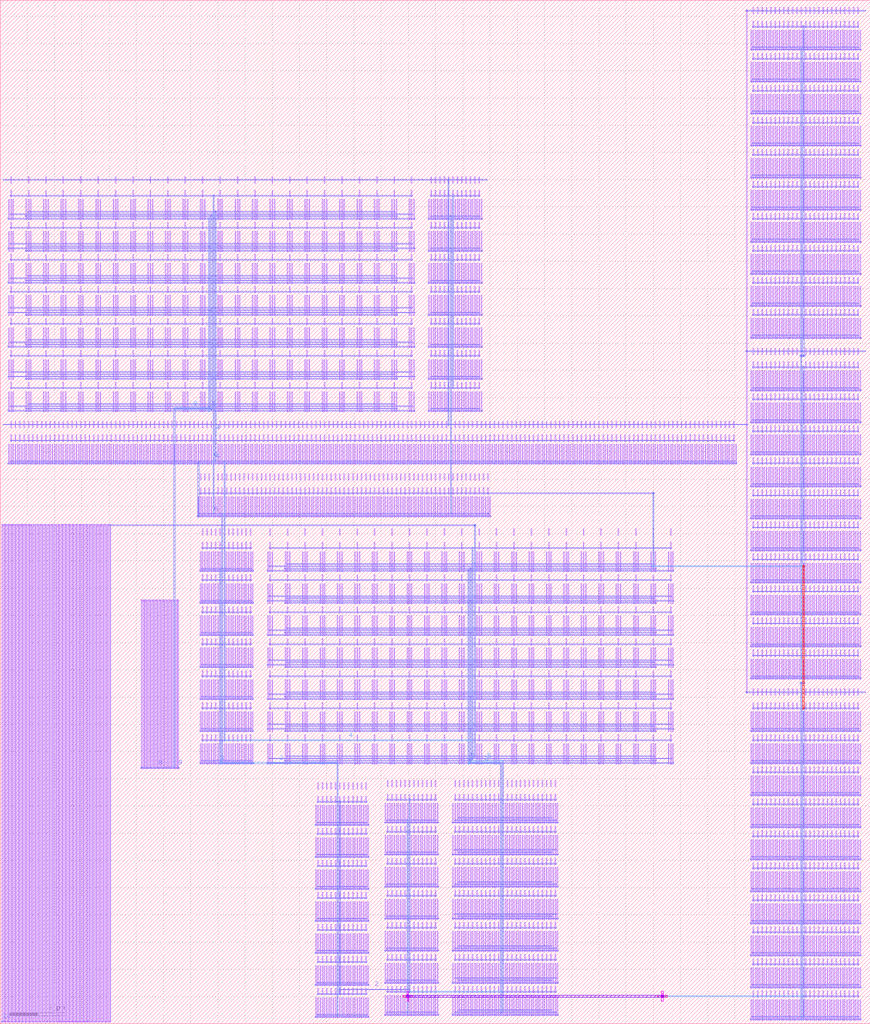
<source format=lef>
MACRO bandgap
  ORIGIN 0 0 ;
  FOREIGN bandgap 0 0 ;
  SIZE 31.972 BY 37.6 ;
  PIN 6
    DIRECTION INOUT ;
    USE SIGNAL ;
    PORT 
      LAYER M3 ;
        RECT 16.54 22.56 16.58 29.688 ;
      LAYER M2 ;
        RECT 7.324 18.716 17.956 18.748 ;
      LAYER M3 ;
        RECT 8.14 9.624 8.18 16.752 ;
      LAYER M3 ;
        RECT 7.82 22.644 7.86 30.444 ;
      LAYER M3 ;
        RECT 16.54 18.732 16.58 22.596 ;
      LAYER M2 ;
        RECT 16.544 18.716 16.576 18.748 ;
      LAYER M2 ;
        RECT 8.144 18.716 8.176 18.748 ;
      LAYER M3 ;
        RECT 8.14 16.716 8.18 18.732 ;
      LAYER M2 ;
        RECT 7.824 18.716 7.856 18.748 ;
      LAYER M3 ;
        RECT 7.82 18.732 7.86 22.68 ;
    END
  END 6
  PIN 4
    DIRECTION INOUT ;
    USE SIGNAL ;
    PORT 
      LAYER M2 ;
        RECT 0.364 20.648 26.996 20.68 ;
      LAYER M3 ;
        RECT 8.22 10.38 8.26 17.508 ;
      LAYER M3 ;
        RECT 17.34 9.708 17.38 17.508 ;
      LAYER M3 ;
        RECT 8.22 10.396 8.26 10.436 ;
      LAYER M4 ;
        RECT 8.24 10.396 17.36 10.436 ;
      LAYER M3 ;
        RECT 17.34 10.396 17.38 10.436 ;
      LAYER M3 ;
        RECT 7.9 22.728 7.94 29.856 ;
      LAYER M2 ;
        RECT 8.224 20.648 8.256 20.68 ;
      LAYER M3 ;
        RECT 8.22 17.472 8.26 20.664 ;
      LAYER M2 ;
        RECT 7.904 20.648 7.936 20.68 ;
      LAYER M3 ;
        RECT 7.9 20.664 7.94 22.764 ;
    END
  END 4
  PIN 9
    DIRECTION INOUT ;
    USE SIGNAL ;
    PORT 
      LAYER M2 ;
        RECT 6.508 9.392 6.58 9.424 ;
    END
  END 9
  PIN 8
    DIRECTION INOUT ;
    USE SIGNAL ;
    PORT 
      LAYER M2 ;
        RECT 5.164 9.392 5.236 9.424 ;
      LAYER M3 ;
        RECT 7.74 22.56 7.78 29.688 ;
      LAYER M2 ;
        RECT 5.2 9.392 6.4 9.424 ;
      LAYER M3 ;
        RECT 6.38 9.408 6.42 22.596 ;
      LAYER M4 ;
        RECT 6.4 22.576 7.76 22.616 ;
      LAYER M3 ;
        RECT 7.74 22.576 7.78 22.616 ;
    END
  END 8
  PIN 10
    DIRECTION INOUT ;
    USE SIGNAL ;
    PORT 
      LAYER M2 ;
        RECT 0.044 0.068 0.116 0.1 ;
    END
  END 10
  PIN 2
    DIRECTION INOUT ;
    USE SIGNAL ;
    PORT 
      LAYER M3 ;
        RECT 12.46 1.056 12.5 8.184 ;
      LAYER M3 ;
        RECT 15.02 1.14 15.06 8.268 ;
      LAYER M3 ;
        RECT 18.38 0.384 18.42 8.268 ;
      LAYER M3 ;
        RECT 15.02 1.156 15.06 1.196 ;
      LAYER M4 ;
        RECT 15.04 1.156 18.4 1.196 ;
      LAYER M3 ;
        RECT 18.38 1.156 18.42 1.196 ;
      LAYER M3 ;
        RECT 12.46 1.24 12.5 1.28 ;
      LAYER M2 ;
        RECT 12.48 1.244 15.04 1.276 ;
      LAYER M3 ;
        RECT 15.02 1.24 15.06 1.28 ;
      LAYER M3 ;
        RECT 17.18 9.54 17.22 16.668 ;
      LAYER M3 ;
        RECT 18.38 8.232 18.42 9.576 ;
      LAYER M4 ;
        RECT 17.2 9.556 18.4 9.596 ;
      LAYER M3 ;
        RECT 17.18 9.556 17.22 9.596 ;
    END
  END 2
  PIN 5
    DIRECTION INOUT ;
    USE SIGNAL ;
    PORT 
      LAYER M3 ;
        RECT 18.46 0.468 18.5 7.596 ;
      LAYER M3 ;
        RECT 17.26 9.624 17.3 16.752 ;
      LAYER M3 ;
        RECT 18.46 7.56 18.5 9.66 ;
      LAYER M4 ;
        RECT 17.28 9.64 18.48 9.68 ;
      LAYER M3 ;
        RECT 17.26 9.64 17.3 9.68 ;
    END
  END 5
  PIN 3
    DIRECTION INOUT ;
    USE SIGNAL ;
    PORT 
      LAYER M3 ;
        RECT 12.38 0.3 12.42 7.428 ;
      LAYER M3 ;
        RECT 8.06 9.54 8.1 16.668 ;
      LAYER M3 ;
        RECT 12.38 7.392 12.42 9.576 ;
      LAYER M4 ;
        RECT 8.08 9.556 12.4 9.596 ;
      LAYER M3 ;
        RECT 8.06 9.556 8.1 9.596 ;
    END
  END 3
  PIN 7
    DIRECTION INOUT ;
    USE SIGNAL ;
    PORT 
      LAYER M3 ;
        RECT 7.66 22.476 7.7 29.604 ;
    END
  END 7
  OBS 
  LAYER M2 ;
        RECT 15.556 30.98 17.884 31.012 ;
  LAYER M3 ;
        RECT 16.46 22.476 16.5 29.604 ;
  LAYER M2 ;
        RECT 0.116 21.992 27.244 22.024 ;
  LAYER M2 ;
        RECT 27.396 12.164 31.804 12.196 ;
  LAYER M2 ;
        RECT 27.396 24.68 31.804 24.712 ;
  LAYER M2 ;
        RECT 27.396 37.196 31.804 37.228 ;
  LAYER M3 ;
        RECT 29.42 25.164 29.46 35.82 ;
  LAYER M2 ;
        RECT 0.116 30.98 15.404 31.012 ;
  LAYER M2 ;
        RECT 16.464 30.98 16.496 31.012 ;
  LAYER M3 ;
        RECT 16.46 29.568 16.5 30.996 ;
  LAYER M3 ;
        RECT 16.46 22.008 16.5 22.512 ;
  LAYER M2 ;
        RECT 16.464 21.992 16.496 22.024 ;
  LAYER M2 ;
        RECT 27.2 21.992 27.44 22.024 ;
  LAYER M1 ;
        RECT 27.424 12.18 27.456 22.008 ;
  LAYER M2 ;
        RECT 27.424 12.164 27.456 12.196 ;
  LAYER M1 ;
        RECT 27.424 22.008 27.456 24.696 ;
  LAYER M2 ;
        RECT 27.424 24.68 27.456 24.712 ;
  LAYER M1 ;
        RECT 27.424 24.696 27.456 37.212 ;
  LAYER M2 ;
        RECT 27.424 37.196 27.456 37.228 ;
  LAYER M2 ;
        RECT 29.424 24.68 29.456 24.712 ;
  LAYER M3 ;
        RECT 29.42 24.696 29.46 25.2 ;
  LAYER M2 ;
        RECT 15.36 30.98 15.6 31.012 ;
  LAYER M2 ;
        RECT 16.444 30.98 16.516 31.012 ;
  LAYER M3 ;
        RECT 16.46 30.96 16.5 31.032 ;
  LAYER M2 ;
        RECT 16.444 21.992 16.516 22.024 ;
  LAYER M3 ;
        RECT 16.46 21.972 16.5 22.044 ;
  LAYER M2 ;
        RECT 16.444 30.98 16.516 31.012 ;
  LAYER M3 ;
        RECT 16.46 30.96 16.5 31.032 ;
  LAYER M1 ;
        RECT 27.424 12.144 27.456 12.216 ;
  LAYER M2 ;
        RECT 27.404 12.164 27.476 12.196 ;
  LAYER M1 ;
        RECT 27.424 21.972 27.456 22.044 ;
  LAYER M2 ;
        RECT 27.404 21.992 27.476 22.024 ;
  LAYER M2 ;
        RECT 16.444 21.992 16.516 22.024 ;
  LAYER M3 ;
        RECT 16.46 21.972 16.5 22.044 ;
  LAYER M2 ;
        RECT 16.444 30.98 16.516 31.012 ;
  LAYER M3 ;
        RECT 16.46 30.96 16.5 31.032 ;
  LAYER M1 ;
        RECT 27.424 12.144 27.456 12.216 ;
  LAYER M2 ;
        RECT 27.404 12.164 27.476 12.196 ;
  LAYER M1 ;
        RECT 27.424 21.972 27.456 22.044 ;
  LAYER M2 ;
        RECT 27.404 21.992 27.476 22.024 ;
  LAYER M1 ;
        RECT 27.424 24.66 27.456 24.732 ;
  LAYER M2 ;
        RECT 27.404 24.68 27.476 24.712 ;
  LAYER M2 ;
        RECT 16.444 21.992 16.516 22.024 ;
  LAYER M3 ;
        RECT 16.46 21.972 16.5 22.044 ;
  LAYER M2 ;
        RECT 16.444 30.98 16.516 31.012 ;
  LAYER M3 ;
        RECT 16.46 30.96 16.5 31.032 ;
  LAYER M1 ;
        RECT 27.424 12.144 27.456 12.216 ;
  LAYER M2 ;
        RECT 27.404 12.164 27.476 12.196 ;
  LAYER M1 ;
        RECT 27.424 21.972 27.456 22.044 ;
  LAYER M2 ;
        RECT 27.404 21.992 27.476 22.024 ;
  LAYER M1 ;
        RECT 27.424 24.66 27.456 24.732 ;
  LAYER M2 ;
        RECT 27.404 24.68 27.476 24.712 ;
  LAYER M1 ;
        RECT 27.424 37.176 27.456 37.248 ;
  LAYER M2 ;
        RECT 27.404 37.196 27.476 37.228 ;
  LAYER M2 ;
        RECT 16.444 21.992 16.516 22.024 ;
  LAYER M3 ;
        RECT 16.46 21.972 16.5 22.044 ;
  LAYER M2 ;
        RECT 16.444 30.98 16.516 31.012 ;
  LAYER M3 ;
        RECT 16.46 30.96 16.5 31.032 ;
  LAYER M1 ;
        RECT 27.424 12.144 27.456 12.216 ;
  LAYER M2 ;
        RECT 27.404 12.164 27.476 12.196 ;
  LAYER M1 ;
        RECT 27.424 21.972 27.456 22.044 ;
  LAYER M2 ;
        RECT 27.404 21.992 27.476 22.024 ;
  LAYER M1 ;
        RECT 27.424 24.66 27.456 24.732 ;
  LAYER M2 ;
        RECT 27.404 24.68 27.476 24.712 ;
  LAYER M1 ;
        RECT 27.424 37.176 27.456 37.248 ;
  LAYER M2 ;
        RECT 27.404 37.196 27.476 37.228 ;
  LAYER M2 ;
        RECT 16.444 21.992 16.516 22.024 ;
  LAYER M3 ;
        RECT 16.46 21.972 16.5 22.044 ;
  LAYER M2 ;
        RECT 16.444 30.98 16.516 31.012 ;
  LAYER M3 ;
        RECT 16.46 30.96 16.5 31.032 ;
  LAYER M2 ;
        RECT 29.404 24.68 29.476 24.712 ;
  LAYER M3 ;
        RECT 29.42 24.66 29.46 24.732 ;
  LAYER M1 ;
        RECT 27.424 12.144 27.456 12.216 ;
  LAYER M2 ;
        RECT 27.404 12.164 27.476 12.196 ;
  LAYER M1 ;
        RECT 27.424 21.972 27.456 22.044 ;
  LAYER M2 ;
        RECT 27.404 21.992 27.476 22.024 ;
  LAYER M1 ;
        RECT 27.424 24.66 27.456 24.732 ;
  LAYER M2 ;
        RECT 27.404 24.68 27.476 24.712 ;
  LAYER M1 ;
        RECT 27.424 37.176 27.456 37.248 ;
  LAYER M2 ;
        RECT 27.404 37.196 27.476 37.228 ;
  LAYER M2 ;
        RECT 16.444 21.992 16.516 22.024 ;
  LAYER M3 ;
        RECT 16.46 21.972 16.5 22.044 ;
  LAYER M2 ;
        RECT 16.444 30.98 16.516 31.012 ;
  LAYER M3 ;
        RECT 16.46 30.96 16.5 31.032 ;
  LAYER M2 ;
        RECT 29.404 24.68 29.476 24.712 ;
  LAYER M3 ;
        RECT 29.42 24.66 29.46 24.732 ;
  LAYER M1 ;
        RECT 27.424 12.144 27.456 12.216 ;
  LAYER M2 ;
        RECT 27.404 12.164 27.476 12.196 ;
  LAYER M1 ;
        RECT 27.424 21.972 27.456 22.044 ;
  LAYER M2 ;
        RECT 27.404 21.992 27.476 22.024 ;
  LAYER M1 ;
        RECT 27.424 24.66 27.456 24.732 ;
  LAYER M2 ;
        RECT 27.404 24.68 27.476 24.712 ;
  LAYER M1 ;
        RECT 27.424 37.176 27.456 37.248 ;
  LAYER M2 ;
        RECT 27.404 37.196 27.476 37.228 ;
  LAYER M2 ;
        RECT 16.444 21.992 16.516 22.024 ;
  LAYER M3 ;
        RECT 16.46 21.972 16.5 22.044 ;
  LAYER M2 ;
        RECT 16.444 30.98 16.516 31.012 ;
  LAYER M3 ;
        RECT 16.46 30.96 16.5 31.032 ;
  LAYER M2 ;
        RECT 29.404 24.68 29.476 24.712 ;
  LAYER M3 ;
        RECT 29.42 24.66 29.46 24.732 ;
  LAYER M3 ;
        RECT 16.62 23.316 16.66 30.444 ;
  LAYER M2 ;
        RECT 0.364 21.404 26.996 21.436 ;
  LAYER M2 ;
        RECT 0.284 20.564 27.076 20.596 ;
  LAYER M2 ;
        RECT 7.244 18.632 18.036 18.664 ;
  LAYER M2 ;
        RECT 7.264 20.564 7.296 20.596 ;
  LAYER M3 ;
        RECT 7.26 18.648 7.3 20.58 ;
  LAYER M2 ;
        RECT 7.264 18.632 7.296 18.664 ;
  LAYER M2 ;
        RECT 7.244 18.632 7.316 18.664 ;
  LAYER M3 ;
        RECT 7.26 18.612 7.3 18.684 ;
  LAYER M2 ;
        RECT 7.244 20.564 7.316 20.596 ;
  LAYER M3 ;
        RECT 7.26 20.544 7.3 20.616 ;
  LAYER M2 ;
        RECT 7.244 18.632 7.316 18.664 ;
  LAYER M3 ;
        RECT 7.26 18.612 7.3 18.684 ;
  LAYER M2 ;
        RECT 7.244 20.564 7.316 20.596 ;
  LAYER M3 ;
        RECT 7.26 20.544 7.3 20.616 ;
  LAYER M2 ;
        RECT 7.324 19.472 17.956 19.504 ;
  LAYER M3 ;
        RECT 29.5 0.216 29.54 11.628 ;
  LAYER M3 ;
        RECT 14.94 0.384 14.98 7.512 ;
  LAYER M2 ;
        RECT 17.92 19.472 24 19.504 ;
  LAYER M3 ;
        RECT 23.98 16.8 24.02 19.488 ;
  LAYER M4 ;
        RECT 24 16.78 29.52 16.82 ;
  LAYER M5 ;
        RECT 29.488 11.592 29.552 16.8 ;
  LAYER M4 ;
        RECT 29.45 11.572 29.59 11.612 ;
  LAYER M3 ;
        RECT 29.5 11.572 29.54 11.612 ;
  LAYER M3 ;
        RECT 29.5 0.988 29.54 1.028 ;
  LAYER M4 ;
        RECT 24.336 0.988 29.52 1.028 ;
  LAYER M5 ;
        RECT 24.304 0.958 24.368 1.058 ;
  LAYER M6 ;
        RECT 24.156 0.976 24.516 1.04 ;
  LAYER M7 ;
        RECT 24.304 0.828 24.368 1.188 ;
  LAYER M8 ;
        RECT 14.976 0.976 24.336 1.04 ;
  LAYER M7 ;
        RECT 14.944 0.828 15.008 1.188 ;
  LAYER M6 ;
        RECT 14.796 0.976 15.156 1.04 ;
  LAYER M5 ;
        RECT 14.944 0.958 15.008 1.058 ;
  LAYER M4 ;
        RECT 14.898 0.988 15.038 1.028 ;
  LAYER M3 ;
        RECT 14.94 0.988 14.98 1.028 ;
  LAYER M2 ;
        RECT 23.964 19.472 24.036 19.504 ;
  LAYER M3 ;
        RECT 23.98 19.452 24.02 19.524 ;
  LAYER M3 ;
        RECT 23.98 16.76 24.02 16.84 ;
  LAYER M4 ;
        RECT 23.96 16.78 24.04 16.82 ;
  LAYER M3 ;
        RECT 29.5 11.552 29.54 11.632 ;
  LAYER M4 ;
        RECT 29.48 11.572 29.56 11.612 ;
  LAYER M4 ;
        RECT 29.48 11.572 29.56 11.612 ;
  LAYER M5 ;
        RECT 29.488 11.552 29.552 11.632 ;
  LAYER M4 ;
        RECT 29.48 16.78 29.56 16.82 ;
  LAYER M5 ;
        RECT 29.488 16.76 29.552 16.84 ;
  LAYER M2 ;
        RECT 23.964 19.472 24.036 19.504 ;
  LAYER M3 ;
        RECT 23.98 19.452 24.02 19.524 ;
  LAYER M3 ;
        RECT 14.94 0.968 14.98 1.048 ;
  LAYER M4 ;
        RECT 14.92 0.988 15 1.028 ;
  LAYER M3 ;
        RECT 23.98 16.76 24.02 16.84 ;
  LAYER M4 ;
        RECT 23.96 16.78 24.04 16.82 ;
  LAYER M3 ;
        RECT 29.5 0.968 29.54 1.048 ;
  LAYER M4 ;
        RECT 29.48 0.988 29.56 1.028 ;
  LAYER M4 ;
        RECT 14.936 0.988 15.016 1.028 ;
  LAYER M5 ;
        RECT 14.944 0.968 15.008 1.048 ;
  LAYER M4 ;
        RECT 24.296 0.988 24.376 1.028 ;
  LAYER M5 ;
        RECT 24.304 0.968 24.368 1.048 ;
  LAYER M4 ;
        RECT 29.48 16.78 29.56 16.82 ;
  LAYER M5 ;
        RECT 29.488 16.76 29.552 16.84 ;
  LAYER M5 ;
        RECT 14.944 0.956 15.008 1.06 ;
  LAYER M6 ;
        RECT 14.924 0.976 15.028 1.04 ;
  LAYER M5 ;
        RECT 24.304 0.956 24.368 1.06 ;
  LAYER M6 ;
        RECT 24.284 0.976 24.388 1.04 ;
  LAYER M6 ;
        RECT 14.924 0.976 15.028 1.04 ;
  LAYER M7 ;
        RECT 14.944 0.956 15.008 1.06 ;
  LAYER M6 ;
        RECT 24.284 0.976 24.388 1.04 ;
  LAYER M7 ;
        RECT 24.304 0.956 24.368 1.06 ;
  LAYER M7 ;
        RECT 14.944 0.956 15.008 1.06 ;
  LAYER M8 ;
        RECT 14.924 0.976 15.028 1.04 ;
  LAYER M7 ;
        RECT 24.304 0.956 24.368 1.06 ;
  LAYER M8 ;
        RECT 24.284 0.976 24.388 1.04 ;
  LAYER M2 ;
        RECT 23.964 19.472 24.036 19.504 ;
  LAYER M3 ;
        RECT 23.98 19.452 24.02 19.524 ;
  LAYER M3 ;
        RECT 23.98 16.76 24.02 16.84 ;
  LAYER M4 ;
        RECT 23.96 16.78 24.04 16.82 ;
  LAYER M3 ;
        RECT 29.5 0.968 29.54 1.048 ;
  LAYER M4 ;
        RECT 29.48 0.988 29.56 1.028 ;
  LAYER M4 ;
        RECT 29.48 16.78 29.56 16.82 ;
  LAYER M5 ;
        RECT 29.488 16.76 29.552 16.84 ;
  LAYER M3 ;
        RECT 29.42 0.132 29.46 10.788 ;
  LAYER M3 ;
        RECT 29.5 12.732 29.54 24.144 ;
  LAYER M3 ;
        RECT 29.42 10.752 29.46 12.516 ;
  LAYER M2 ;
        RECT 29.38 12.5 29.58 12.532 ;
  LAYER M3 ;
        RECT 29.5 12.516 29.54 12.768 ;
  LAYER M2 ;
        RECT 29.404 12.5 29.476 12.532 ;
  LAYER M3 ;
        RECT 29.42 12.48 29.46 12.552 ;
  LAYER M2 ;
        RECT 29.484 12.5 29.556 12.532 ;
  LAYER M3 ;
        RECT 29.5 12.48 29.54 12.552 ;
  LAYER M3 ;
        RECT 29.42 12.648 29.46 23.304 ;
  LAYER M3 ;
        RECT 29.5 25.248 29.54 36.66 ;
  LAYER M3 ;
        RECT 29.42 23.268 29.46 24.528 ;
  LAYER M2 ;
        RECT 29.38 24.512 29.58 24.544 ;
  LAYER M3 ;
        RECT 29.5 24.528 29.54 25.284 ;
  LAYER M2 ;
        RECT 29.404 24.512 29.476 24.544 ;
  LAYER M3 ;
        RECT 29.42 24.492 29.46 24.564 ;
  LAYER M2 ;
        RECT 29.484 24.512 29.556 24.544 ;
  LAYER M3 ;
        RECT 29.5 24.492 29.54 24.564 ;
  LAYER M2 ;
        RECT 4.012 18.296 4.084 18.328 ;
  LAYER M3 ;
        RECT 17.42 9.792 17.46 16.92 ;
  LAYER M2 ;
        RECT 4.08 18.296 17.44 18.328 ;
  LAYER M3 ;
        RECT 17.42 16.884 17.46 18.312 ;
  LAYER M2 ;
        RECT 17.404 18.296 17.476 18.328 ;
  LAYER M3 ;
        RECT 17.42 18.276 17.46 18.348 ;
  LAYER M2 ;
        RECT 17.404 18.296 17.476 18.328 ;
  LAYER M3 ;
        RECT 17.42 18.276 17.46 18.348 ;
  LAYER M1 ;
        RECT 15.824 22.476 15.856 23.22 ;
  LAYER M1 ;
        RECT 15.824 23.316 15.856 23.556 ;
  LAYER M1 ;
        RECT 15.824 23.652 15.856 24.396 ;
  LAYER M1 ;
        RECT 15.824 24.492 15.856 24.732 ;
  LAYER M1 ;
        RECT 15.824 24.828 15.856 25.572 ;
  LAYER M1 ;
        RECT 15.824 25.668 15.856 25.908 ;
  LAYER M1 ;
        RECT 15.824 26.004 15.856 26.748 ;
  LAYER M1 ;
        RECT 15.824 26.844 15.856 27.084 ;
  LAYER M1 ;
        RECT 15.824 27.18 15.856 27.924 ;
  LAYER M1 ;
        RECT 15.824 28.02 15.856 28.26 ;
  LAYER M1 ;
        RECT 15.824 28.356 15.856 29.1 ;
  LAYER M1 ;
        RECT 15.824 29.196 15.856 29.436 ;
  LAYER M1 ;
        RECT 15.824 29.532 15.856 30.276 ;
  LAYER M1 ;
        RECT 15.824 30.372 15.856 30.612 ;
  LAYER M1 ;
        RECT 15.824 30.876 15.856 31.116 ;
  LAYER M1 ;
        RECT 15.744 22.476 15.776 23.22 ;
  LAYER M1 ;
        RECT 15.744 23.652 15.776 24.396 ;
  LAYER M1 ;
        RECT 15.744 24.828 15.776 25.572 ;
  LAYER M1 ;
        RECT 15.744 26.004 15.776 26.748 ;
  LAYER M1 ;
        RECT 15.744 27.18 15.776 27.924 ;
  LAYER M1 ;
        RECT 15.744 28.356 15.776 29.1 ;
  LAYER M1 ;
        RECT 15.744 29.532 15.776 30.276 ;
  LAYER M1 ;
        RECT 15.904 22.476 15.936 23.22 ;
  LAYER M1 ;
        RECT 15.904 23.652 15.936 24.396 ;
  LAYER M1 ;
        RECT 15.904 24.828 15.936 25.572 ;
  LAYER M1 ;
        RECT 15.904 26.004 15.936 26.748 ;
  LAYER M1 ;
        RECT 15.904 27.18 15.936 27.924 ;
  LAYER M1 ;
        RECT 15.904 28.356 15.936 29.1 ;
  LAYER M1 ;
        RECT 15.904 29.532 15.936 30.276 ;
  LAYER M1 ;
        RECT 15.984 22.476 16.016 23.22 ;
  LAYER M1 ;
        RECT 15.984 23.316 16.016 23.556 ;
  LAYER M1 ;
        RECT 15.984 23.652 16.016 24.396 ;
  LAYER M1 ;
        RECT 15.984 24.492 16.016 24.732 ;
  LAYER M1 ;
        RECT 15.984 24.828 16.016 25.572 ;
  LAYER M1 ;
        RECT 15.984 25.668 16.016 25.908 ;
  LAYER M1 ;
        RECT 15.984 26.004 16.016 26.748 ;
  LAYER M1 ;
        RECT 15.984 26.844 16.016 27.084 ;
  LAYER M1 ;
        RECT 15.984 27.18 16.016 27.924 ;
  LAYER M1 ;
        RECT 15.984 28.02 16.016 28.26 ;
  LAYER M1 ;
        RECT 15.984 28.356 16.016 29.1 ;
  LAYER M1 ;
        RECT 15.984 29.196 16.016 29.436 ;
  LAYER M1 ;
        RECT 15.984 29.532 16.016 30.276 ;
  LAYER M1 ;
        RECT 15.984 30.372 16.016 30.612 ;
  LAYER M1 ;
        RECT 15.984 30.876 16.016 31.116 ;
  LAYER M1 ;
        RECT 16.064 22.476 16.096 23.22 ;
  LAYER M1 ;
        RECT 16.064 23.652 16.096 24.396 ;
  LAYER M1 ;
        RECT 16.064 24.828 16.096 25.572 ;
  LAYER M1 ;
        RECT 16.064 26.004 16.096 26.748 ;
  LAYER M1 ;
        RECT 16.064 27.18 16.096 27.924 ;
  LAYER M1 ;
        RECT 16.064 28.356 16.096 29.1 ;
  LAYER M1 ;
        RECT 16.064 29.532 16.096 30.276 ;
  LAYER M1 ;
        RECT 16.144 22.476 16.176 23.22 ;
  LAYER M1 ;
        RECT 16.144 23.316 16.176 23.556 ;
  LAYER M1 ;
        RECT 16.144 23.652 16.176 24.396 ;
  LAYER M1 ;
        RECT 16.144 24.492 16.176 24.732 ;
  LAYER M1 ;
        RECT 16.144 24.828 16.176 25.572 ;
  LAYER M1 ;
        RECT 16.144 25.668 16.176 25.908 ;
  LAYER M1 ;
        RECT 16.144 26.004 16.176 26.748 ;
  LAYER M1 ;
        RECT 16.144 26.844 16.176 27.084 ;
  LAYER M1 ;
        RECT 16.144 27.18 16.176 27.924 ;
  LAYER M1 ;
        RECT 16.144 28.02 16.176 28.26 ;
  LAYER M1 ;
        RECT 16.144 28.356 16.176 29.1 ;
  LAYER M1 ;
        RECT 16.144 29.196 16.176 29.436 ;
  LAYER M1 ;
        RECT 16.144 29.532 16.176 30.276 ;
  LAYER M1 ;
        RECT 16.144 30.372 16.176 30.612 ;
  LAYER M1 ;
        RECT 16.144 30.876 16.176 31.116 ;
  LAYER M1 ;
        RECT 16.224 22.476 16.256 23.22 ;
  LAYER M1 ;
        RECT 16.224 23.652 16.256 24.396 ;
  LAYER M1 ;
        RECT 16.224 24.828 16.256 25.572 ;
  LAYER M1 ;
        RECT 16.224 26.004 16.256 26.748 ;
  LAYER M1 ;
        RECT 16.224 27.18 16.256 27.924 ;
  LAYER M1 ;
        RECT 16.224 28.356 16.256 29.1 ;
  LAYER M1 ;
        RECT 16.224 29.532 16.256 30.276 ;
  LAYER M1 ;
        RECT 16.304 22.476 16.336 23.22 ;
  LAYER M1 ;
        RECT 16.304 23.316 16.336 23.556 ;
  LAYER M1 ;
        RECT 16.304 23.652 16.336 24.396 ;
  LAYER M1 ;
        RECT 16.304 24.492 16.336 24.732 ;
  LAYER M1 ;
        RECT 16.304 24.828 16.336 25.572 ;
  LAYER M1 ;
        RECT 16.304 25.668 16.336 25.908 ;
  LAYER M1 ;
        RECT 16.304 26.004 16.336 26.748 ;
  LAYER M1 ;
        RECT 16.304 26.844 16.336 27.084 ;
  LAYER M1 ;
        RECT 16.304 27.18 16.336 27.924 ;
  LAYER M1 ;
        RECT 16.304 28.02 16.336 28.26 ;
  LAYER M1 ;
        RECT 16.304 28.356 16.336 29.1 ;
  LAYER M1 ;
        RECT 16.304 29.196 16.336 29.436 ;
  LAYER M1 ;
        RECT 16.304 29.532 16.336 30.276 ;
  LAYER M1 ;
        RECT 16.304 30.372 16.336 30.612 ;
  LAYER M1 ;
        RECT 16.304 30.876 16.336 31.116 ;
  LAYER M1 ;
        RECT 16.384 22.476 16.416 23.22 ;
  LAYER M1 ;
        RECT 16.384 23.652 16.416 24.396 ;
  LAYER M1 ;
        RECT 16.384 24.828 16.416 25.572 ;
  LAYER M1 ;
        RECT 16.384 26.004 16.416 26.748 ;
  LAYER M1 ;
        RECT 16.384 27.18 16.416 27.924 ;
  LAYER M1 ;
        RECT 16.384 28.356 16.416 29.1 ;
  LAYER M1 ;
        RECT 16.384 29.532 16.416 30.276 ;
  LAYER M1 ;
        RECT 16.464 22.476 16.496 23.22 ;
  LAYER M1 ;
        RECT 16.464 23.316 16.496 23.556 ;
  LAYER M1 ;
        RECT 16.464 23.652 16.496 24.396 ;
  LAYER M1 ;
        RECT 16.464 24.492 16.496 24.732 ;
  LAYER M1 ;
        RECT 16.464 24.828 16.496 25.572 ;
  LAYER M1 ;
        RECT 16.464 25.668 16.496 25.908 ;
  LAYER M1 ;
        RECT 16.464 26.004 16.496 26.748 ;
  LAYER M1 ;
        RECT 16.464 26.844 16.496 27.084 ;
  LAYER M1 ;
        RECT 16.464 27.18 16.496 27.924 ;
  LAYER M1 ;
        RECT 16.464 28.02 16.496 28.26 ;
  LAYER M1 ;
        RECT 16.464 28.356 16.496 29.1 ;
  LAYER M1 ;
        RECT 16.464 29.196 16.496 29.436 ;
  LAYER M1 ;
        RECT 16.464 29.532 16.496 30.276 ;
  LAYER M1 ;
        RECT 16.464 30.372 16.496 30.612 ;
  LAYER M1 ;
        RECT 16.464 30.876 16.496 31.116 ;
  LAYER M1 ;
        RECT 16.544 22.476 16.576 23.22 ;
  LAYER M1 ;
        RECT 16.544 23.652 16.576 24.396 ;
  LAYER M1 ;
        RECT 16.544 24.828 16.576 25.572 ;
  LAYER M1 ;
        RECT 16.544 26.004 16.576 26.748 ;
  LAYER M1 ;
        RECT 16.544 27.18 16.576 27.924 ;
  LAYER M1 ;
        RECT 16.544 28.356 16.576 29.1 ;
  LAYER M1 ;
        RECT 16.544 29.532 16.576 30.276 ;
  LAYER M1 ;
        RECT 16.624 22.476 16.656 23.22 ;
  LAYER M1 ;
        RECT 16.624 23.316 16.656 23.556 ;
  LAYER M1 ;
        RECT 16.624 23.652 16.656 24.396 ;
  LAYER M1 ;
        RECT 16.624 24.492 16.656 24.732 ;
  LAYER M1 ;
        RECT 16.624 24.828 16.656 25.572 ;
  LAYER M1 ;
        RECT 16.624 25.668 16.656 25.908 ;
  LAYER M1 ;
        RECT 16.624 26.004 16.656 26.748 ;
  LAYER M1 ;
        RECT 16.624 26.844 16.656 27.084 ;
  LAYER M1 ;
        RECT 16.624 27.18 16.656 27.924 ;
  LAYER M1 ;
        RECT 16.624 28.02 16.656 28.26 ;
  LAYER M1 ;
        RECT 16.624 28.356 16.656 29.1 ;
  LAYER M1 ;
        RECT 16.624 29.196 16.656 29.436 ;
  LAYER M1 ;
        RECT 16.624 29.532 16.656 30.276 ;
  LAYER M1 ;
        RECT 16.624 30.372 16.656 30.612 ;
  LAYER M1 ;
        RECT 16.624 30.876 16.656 31.116 ;
  LAYER M1 ;
        RECT 16.704 22.476 16.736 23.22 ;
  LAYER M1 ;
        RECT 16.704 23.652 16.736 24.396 ;
  LAYER M1 ;
        RECT 16.704 24.828 16.736 25.572 ;
  LAYER M1 ;
        RECT 16.704 26.004 16.736 26.748 ;
  LAYER M1 ;
        RECT 16.704 27.18 16.736 27.924 ;
  LAYER M1 ;
        RECT 16.704 28.356 16.736 29.1 ;
  LAYER M1 ;
        RECT 16.704 29.532 16.736 30.276 ;
  LAYER M1 ;
        RECT 16.784 22.476 16.816 23.22 ;
  LAYER M1 ;
        RECT 16.784 23.316 16.816 23.556 ;
  LAYER M1 ;
        RECT 16.784 23.652 16.816 24.396 ;
  LAYER M1 ;
        RECT 16.784 24.492 16.816 24.732 ;
  LAYER M1 ;
        RECT 16.784 24.828 16.816 25.572 ;
  LAYER M1 ;
        RECT 16.784 25.668 16.816 25.908 ;
  LAYER M1 ;
        RECT 16.784 26.004 16.816 26.748 ;
  LAYER M1 ;
        RECT 16.784 26.844 16.816 27.084 ;
  LAYER M1 ;
        RECT 16.784 27.18 16.816 27.924 ;
  LAYER M1 ;
        RECT 16.784 28.02 16.816 28.26 ;
  LAYER M1 ;
        RECT 16.784 28.356 16.816 29.1 ;
  LAYER M1 ;
        RECT 16.784 29.196 16.816 29.436 ;
  LAYER M1 ;
        RECT 16.784 29.532 16.816 30.276 ;
  LAYER M1 ;
        RECT 16.784 30.372 16.816 30.612 ;
  LAYER M1 ;
        RECT 16.784 30.876 16.816 31.116 ;
  LAYER M1 ;
        RECT 16.864 22.476 16.896 23.22 ;
  LAYER M1 ;
        RECT 16.864 23.652 16.896 24.396 ;
  LAYER M1 ;
        RECT 16.864 24.828 16.896 25.572 ;
  LAYER M1 ;
        RECT 16.864 26.004 16.896 26.748 ;
  LAYER M1 ;
        RECT 16.864 27.18 16.896 27.924 ;
  LAYER M1 ;
        RECT 16.864 28.356 16.896 29.1 ;
  LAYER M1 ;
        RECT 16.864 29.532 16.896 30.276 ;
  LAYER M1 ;
        RECT 16.944 22.476 16.976 23.22 ;
  LAYER M1 ;
        RECT 16.944 23.316 16.976 23.556 ;
  LAYER M1 ;
        RECT 16.944 23.652 16.976 24.396 ;
  LAYER M1 ;
        RECT 16.944 24.492 16.976 24.732 ;
  LAYER M1 ;
        RECT 16.944 24.828 16.976 25.572 ;
  LAYER M1 ;
        RECT 16.944 25.668 16.976 25.908 ;
  LAYER M1 ;
        RECT 16.944 26.004 16.976 26.748 ;
  LAYER M1 ;
        RECT 16.944 26.844 16.976 27.084 ;
  LAYER M1 ;
        RECT 16.944 27.18 16.976 27.924 ;
  LAYER M1 ;
        RECT 16.944 28.02 16.976 28.26 ;
  LAYER M1 ;
        RECT 16.944 28.356 16.976 29.1 ;
  LAYER M1 ;
        RECT 16.944 29.196 16.976 29.436 ;
  LAYER M1 ;
        RECT 16.944 29.532 16.976 30.276 ;
  LAYER M1 ;
        RECT 16.944 30.372 16.976 30.612 ;
  LAYER M1 ;
        RECT 16.944 30.876 16.976 31.116 ;
  LAYER M1 ;
        RECT 17.024 22.476 17.056 23.22 ;
  LAYER M1 ;
        RECT 17.024 23.652 17.056 24.396 ;
  LAYER M1 ;
        RECT 17.024 24.828 17.056 25.572 ;
  LAYER M1 ;
        RECT 17.024 26.004 17.056 26.748 ;
  LAYER M1 ;
        RECT 17.024 27.18 17.056 27.924 ;
  LAYER M1 ;
        RECT 17.024 28.356 17.056 29.1 ;
  LAYER M1 ;
        RECT 17.024 29.532 17.056 30.276 ;
  LAYER M1 ;
        RECT 17.104 22.476 17.136 23.22 ;
  LAYER M1 ;
        RECT 17.104 23.316 17.136 23.556 ;
  LAYER M1 ;
        RECT 17.104 23.652 17.136 24.396 ;
  LAYER M1 ;
        RECT 17.104 24.492 17.136 24.732 ;
  LAYER M1 ;
        RECT 17.104 24.828 17.136 25.572 ;
  LAYER M1 ;
        RECT 17.104 25.668 17.136 25.908 ;
  LAYER M1 ;
        RECT 17.104 26.004 17.136 26.748 ;
  LAYER M1 ;
        RECT 17.104 26.844 17.136 27.084 ;
  LAYER M1 ;
        RECT 17.104 27.18 17.136 27.924 ;
  LAYER M1 ;
        RECT 17.104 28.02 17.136 28.26 ;
  LAYER M1 ;
        RECT 17.104 28.356 17.136 29.1 ;
  LAYER M1 ;
        RECT 17.104 29.196 17.136 29.436 ;
  LAYER M1 ;
        RECT 17.104 29.532 17.136 30.276 ;
  LAYER M1 ;
        RECT 17.104 30.372 17.136 30.612 ;
  LAYER M1 ;
        RECT 17.104 30.876 17.136 31.116 ;
  LAYER M1 ;
        RECT 17.184 22.476 17.216 23.22 ;
  LAYER M1 ;
        RECT 17.184 23.652 17.216 24.396 ;
  LAYER M1 ;
        RECT 17.184 24.828 17.216 25.572 ;
  LAYER M1 ;
        RECT 17.184 26.004 17.216 26.748 ;
  LAYER M1 ;
        RECT 17.184 27.18 17.216 27.924 ;
  LAYER M1 ;
        RECT 17.184 28.356 17.216 29.1 ;
  LAYER M1 ;
        RECT 17.184 29.532 17.216 30.276 ;
  LAYER M1 ;
        RECT 17.264 22.476 17.296 23.22 ;
  LAYER M1 ;
        RECT 17.264 23.316 17.296 23.556 ;
  LAYER M1 ;
        RECT 17.264 23.652 17.296 24.396 ;
  LAYER M1 ;
        RECT 17.264 24.492 17.296 24.732 ;
  LAYER M1 ;
        RECT 17.264 24.828 17.296 25.572 ;
  LAYER M1 ;
        RECT 17.264 25.668 17.296 25.908 ;
  LAYER M1 ;
        RECT 17.264 26.004 17.296 26.748 ;
  LAYER M1 ;
        RECT 17.264 26.844 17.296 27.084 ;
  LAYER M1 ;
        RECT 17.264 27.18 17.296 27.924 ;
  LAYER M1 ;
        RECT 17.264 28.02 17.296 28.26 ;
  LAYER M1 ;
        RECT 17.264 28.356 17.296 29.1 ;
  LAYER M1 ;
        RECT 17.264 29.196 17.296 29.436 ;
  LAYER M1 ;
        RECT 17.264 29.532 17.296 30.276 ;
  LAYER M1 ;
        RECT 17.264 30.372 17.296 30.612 ;
  LAYER M1 ;
        RECT 17.264 30.876 17.296 31.116 ;
  LAYER M1 ;
        RECT 17.344 22.476 17.376 23.22 ;
  LAYER M1 ;
        RECT 17.344 23.652 17.376 24.396 ;
  LAYER M1 ;
        RECT 17.344 24.828 17.376 25.572 ;
  LAYER M1 ;
        RECT 17.344 26.004 17.376 26.748 ;
  LAYER M1 ;
        RECT 17.344 27.18 17.376 27.924 ;
  LAYER M1 ;
        RECT 17.344 28.356 17.376 29.1 ;
  LAYER M1 ;
        RECT 17.344 29.532 17.376 30.276 ;
  LAYER M1 ;
        RECT 17.424 22.476 17.456 23.22 ;
  LAYER M1 ;
        RECT 17.424 23.316 17.456 23.556 ;
  LAYER M1 ;
        RECT 17.424 23.652 17.456 24.396 ;
  LAYER M1 ;
        RECT 17.424 24.492 17.456 24.732 ;
  LAYER M1 ;
        RECT 17.424 24.828 17.456 25.572 ;
  LAYER M1 ;
        RECT 17.424 25.668 17.456 25.908 ;
  LAYER M1 ;
        RECT 17.424 26.004 17.456 26.748 ;
  LAYER M1 ;
        RECT 17.424 26.844 17.456 27.084 ;
  LAYER M1 ;
        RECT 17.424 27.18 17.456 27.924 ;
  LAYER M1 ;
        RECT 17.424 28.02 17.456 28.26 ;
  LAYER M1 ;
        RECT 17.424 28.356 17.456 29.1 ;
  LAYER M1 ;
        RECT 17.424 29.196 17.456 29.436 ;
  LAYER M1 ;
        RECT 17.424 29.532 17.456 30.276 ;
  LAYER M1 ;
        RECT 17.424 30.372 17.456 30.612 ;
  LAYER M1 ;
        RECT 17.424 30.876 17.456 31.116 ;
  LAYER M1 ;
        RECT 17.504 22.476 17.536 23.22 ;
  LAYER M1 ;
        RECT 17.504 23.652 17.536 24.396 ;
  LAYER M1 ;
        RECT 17.504 24.828 17.536 25.572 ;
  LAYER M1 ;
        RECT 17.504 26.004 17.536 26.748 ;
  LAYER M1 ;
        RECT 17.504 27.18 17.536 27.924 ;
  LAYER M1 ;
        RECT 17.504 28.356 17.536 29.1 ;
  LAYER M1 ;
        RECT 17.504 29.532 17.536 30.276 ;
  LAYER M1 ;
        RECT 17.584 22.476 17.616 23.22 ;
  LAYER M1 ;
        RECT 17.584 23.316 17.616 23.556 ;
  LAYER M1 ;
        RECT 17.584 23.652 17.616 24.396 ;
  LAYER M1 ;
        RECT 17.584 24.492 17.616 24.732 ;
  LAYER M1 ;
        RECT 17.584 24.828 17.616 25.572 ;
  LAYER M1 ;
        RECT 17.584 25.668 17.616 25.908 ;
  LAYER M1 ;
        RECT 17.584 26.004 17.616 26.748 ;
  LAYER M1 ;
        RECT 17.584 26.844 17.616 27.084 ;
  LAYER M1 ;
        RECT 17.584 27.18 17.616 27.924 ;
  LAYER M1 ;
        RECT 17.584 28.02 17.616 28.26 ;
  LAYER M1 ;
        RECT 17.584 28.356 17.616 29.1 ;
  LAYER M1 ;
        RECT 17.584 29.196 17.616 29.436 ;
  LAYER M1 ;
        RECT 17.584 29.532 17.616 30.276 ;
  LAYER M1 ;
        RECT 17.584 30.372 17.616 30.612 ;
  LAYER M1 ;
        RECT 17.584 30.876 17.616 31.116 ;
  LAYER M1 ;
        RECT 17.664 22.476 17.696 23.22 ;
  LAYER M1 ;
        RECT 17.664 23.652 17.696 24.396 ;
  LAYER M1 ;
        RECT 17.664 24.828 17.696 25.572 ;
  LAYER M1 ;
        RECT 17.664 26.004 17.696 26.748 ;
  LAYER M1 ;
        RECT 17.664 27.18 17.696 27.924 ;
  LAYER M1 ;
        RECT 17.664 28.356 17.696 29.1 ;
  LAYER M1 ;
        RECT 17.664 29.532 17.696 30.276 ;
  LAYER M2 ;
        RECT 15.724 22.496 17.716 22.528 ;
  LAYER M2 ;
        RECT 15.804 22.58 17.636 22.612 ;
  LAYER M2 ;
        RECT 15.804 23.336 17.636 23.368 ;
  LAYER M2 ;
        RECT 15.724 23.672 17.716 23.704 ;
  LAYER M2 ;
        RECT 15.804 23.756 17.636 23.788 ;
  LAYER M2 ;
        RECT 15.804 24.512 17.636 24.544 ;
  LAYER M2 ;
        RECT 15.724 24.848 17.716 24.88 ;
  LAYER M2 ;
        RECT 15.804 24.932 17.636 24.964 ;
  LAYER M2 ;
        RECT 15.804 25.688 17.636 25.72 ;
  LAYER M2 ;
        RECT 15.724 26.024 17.716 26.056 ;
  LAYER M2 ;
        RECT 15.804 26.108 17.636 26.14 ;
  LAYER M2 ;
        RECT 15.804 26.864 17.636 26.896 ;
  LAYER M2 ;
        RECT 15.724 27.2 17.716 27.232 ;
  LAYER M2 ;
        RECT 15.804 27.284 17.636 27.316 ;
  LAYER M2 ;
        RECT 15.804 28.04 17.636 28.072 ;
  LAYER M2 ;
        RECT 15.724 28.376 17.716 28.408 ;
  LAYER M2 ;
        RECT 15.804 28.46 17.636 28.492 ;
  LAYER M2 ;
        RECT 15.804 29.216 17.636 29.248 ;
  LAYER M2 ;
        RECT 15.724 29.552 17.716 29.584 ;
  LAYER M2 ;
        RECT 15.804 29.636 17.636 29.668 ;
  LAYER M2 ;
        RECT 15.804 30.392 17.636 30.424 ;
  LAYER M1 ;
        RECT 0.384 20.544 0.416 21.288 ;
  LAYER M1 ;
        RECT 0.384 21.384 0.416 21.624 ;
  LAYER M1 ;
        RECT 0.384 21.888 0.416 22.128 ;
  LAYER M1 ;
        RECT 0.304 20.544 0.336 21.288 ;
  LAYER M1 ;
        RECT 0.464 20.544 0.496 21.288 ;
  LAYER M1 ;
        RECT 0.544 20.544 0.576 21.288 ;
  LAYER M1 ;
        RECT 0.544 21.384 0.576 21.624 ;
  LAYER M1 ;
        RECT 0.544 21.888 0.576 22.128 ;
  LAYER M1 ;
        RECT 0.624 20.544 0.656 21.288 ;
  LAYER M1 ;
        RECT 0.704 20.544 0.736 21.288 ;
  LAYER M1 ;
        RECT 0.704 21.384 0.736 21.624 ;
  LAYER M1 ;
        RECT 0.704 21.888 0.736 22.128 ;
  LAYER M1 ;
        RECT 0.784 20.544 0.816 21.288 ;
  LAYER M1 ;
        RECT 0.864 20.544 0.896 21.288 ;
  LAYER M1 ;
        RECT 0.864 21.384 0.896 21.624 ;
  LAYER M1 ;
        RECT 0.864 21.888 0.896 22.128 ;
  LAYER M1 ;
        RECT 0.944 20.544 0.976 21.288 ;
  LAYER M1 ;
        RECT 1.024 20.544 1.056 21.288 ;
  LAYER M1 ;
        RECT 1.024 21.384 1.056 21.624 ;
  LAYER M1 ;
        RECT 1.024 21.888 1.056 22.128 ;
  LAYER M1 ;
        RECT 1.104 20.544 1.136 21.288 ;
  LAYER M1 ;
        RECT 1.184 20.544 1.216 21.288 ;
  LAYER M1 ;
        RECT 1.184 21.384 1.216 21.624 ;
  LAYER M1 ;
        RECT 1.184 21.888 1.216 22.128 ;
  LAYER M1 ;
        RECT 1.264 20.544 1.296 21.288 ;
  LAYER M1 ;
        RECT 1.344 20.544 1.376 21.288 ;
  LAYER M1 ;
        RECT 1.344 21.384 1.376 21.624 ;
  LAYER M1 ;
        RECT 1.344 21.888 1.376 22.128 ;
  LAYER M1 ;
        RECT 1.424 20.544 1.456 21.288 ;
  LAYER M1 ;
        RECT 1.504 20.544 1.536 21.288 ;
  LAYER M1 ;
        RECT 1.504 21.384 1.536 21.624 ;
  LAYER M1 ;
        RECT 1.504 21.888 1.536 22.128 ;
  LAYER M1 ;
        RECT 1.584 20.544 1.616 21.288 ;
  LAYER M1 ;
        RECT 1.664 20.544 1.696 21.288 ;
  LAYER M1 ;
        RECT 1.664 21.384 1.696 21.624 ;
  LAYER M1 ;
        RECT 1.664 21.888 1.696 22.128 ;
  LAYER M1 ;
        RECT 1.744 20.544 1.776 21.288 ;
  LAYER M1 ;
        RECT 1.824 20.544 1.856 21.288 ;
  LAYER M1 ;
        RECT 1.824 21.384 1.856 21.624 ;
  LAYER M1 ;
        RECT 1.824 21.888 1.856 22.128 ;
  LAYER M1 ;
        RECT 1.904 20.544 1.936 21.288 ;
  LAYER M1 ;
        RECT 1.984 20.544 2.016 21.288 ;
  LAYER M1 ;
        RECT 1.984 21.384 2.016 21.624 ;
  LAYER M1 ;
        RECT 1.984 21.888 2.016 22.128 ;
  LAYER M1 ;
        RECT 2.064 20.544 2.096 21.288 ;
  LAYER M1 ;
        RECT 2.144 20.544 2.176 21.288 ;
  LAYER M1 ;
        RECT 2.144 21.384 2.176 21.624 ;
  LAYER M1 ;
        RECT 2.144 21.888 2.176 22.128 ;
  LAYER M1 ;
        RECT 2.224 20.544 2.256 21.288 ;
  LAYER M1 ;
        RECT 2.304 20.544 2.336 21.288 ;
  LAYER M1 ;
        RECT 2.304 21.384 2.336 21.624 ;
  LAYER M1 ;
        RECT 2.304 21.888 2.336 22.128 ;
  LAYER M1 ;
        RECT 2.384 20.544 2.416 21.288 ;
  LAYER M1 ;
        RECT 2.464 20.544 2.496 21.288 ;
  LAYER M1 ;
        RECT 2.464 21.384 2.496 21.624 ;
  LAYER M1 ;
        RECT 2.464 21.888 2.496 22.128 ;
  LAYER M1 ;
        RECT 2.544 20.544 2.576 21.288 ;
  LAYER M1 ;
        RECT 2.624 20.544 2.656 21.288 ;
  LAYER M1 ;
        RECT 2.624 21.384 2.656 21.624 ;
  LAYER M1 ;
        RECT 2.624 21.888 2.656 22.128 ;
  LAYER M1 ;
        RECT 2.704 20.544 2.736 21.288 ;
  LAYER M1 ;
        RECT 2.784 20.544 2.816 21.288 ;
  LAYER M1 ;
        RECT 2.784 21.384 2.816 21.624 ;
  LAYER M1 ;
        RECT 2.784 21.888 2.816 22.128 ;
  LAYER M1 ;
        RECT 2.864 20.544 2.896 21.288 ;
  LAYER M1 ;
        RECT 2.944 20.544 2.976 21.288 ;
  LAYER M1 ;
        RECT 2.944 21.384 2.976 21.624 ;
  LAYER M1 ;
        RECT 2.944 21.888 2.976 22.128 ;
  LAYER M1 ;
        RECT 3.024 20.544 3.056 21.288 ;
  LAYER M1 ;
        RECT 3.104 20.544 3.136 21.288 ;
  LAYER M1 ;
        RECT 3.104 21.384 3.136 21.624 ;
  LAYER M1 ;
        RECT 3.104 21.888 3.136 22.128 ;
  LAYER M1 ;
        RECT 3.184 20.544 3.216 21.288 ;
  LAYER M1 ;
        RECT 3.264 20.544 3.296 21.288 ;
  LAYER M1 ;
        RECT 3.264 21.384 3.296 21.624 ;
  LAYER M1 ;
        RECT 3.264 21.888 3.296 22.128 ;
  LAYER M1 ;
        RECT 3.344 20.544 3.376 21.288 ;
  LAYER M1 ;
        RECT 3.424 20.544 3.456 21.288 ;
  LAYER M1 ;
        RECT 3.424 21.384 3.456 21.624 ;
  LAYER M1 ;
        RECT 3.424 21.888 3.456 22.128 ;
  LAYER M1 ;
        RECT 3.504 20.544 3.536 21.288 ;
  LAYER M1 ;
        RECT 3.584 20.544 3.616 21.288 ;
  LAYER M1 ;
        RECT 3.584 21.384 3.616 21.624 ;
  LAYER M1 ;
        RECT 3.584 21.888 3.616 22.128 ;
  LAYER M1 ;
        RECT 3.664 20.544 3.696 21.288 ;
  LAYER M1 ;
        RECT 3.744 20.544 3.776 21.288 ;
  LAYER M1 ;
        RECT 3.744 21.384 3.776 21.624 ;
  LAYER M1 ;
        RECT 3.744 21.888 3.776 22.128 ;
  LAYER M1 ;
        RECT 3.824 20.544 3.856 21.288 ;
  LAYER M1 ;
        RECT 3.904 20.544 3.936 21.288 ;
  LAYER M1 ;
        RECT 3.904 21.384 3.936 21.624 ;
  LAYER M1 ;
        RECT 3.904 21.888 3.936 22.128 ;
  LAYER M1 ;
        RECT 3.984 20.544 4.016 21.288 ;
  LAYER M1 ;
        RECT 4.064 20.544 4.096 21.288 ;
  LAYER M1 ;
        RECT 4.064 21.384 4.096 21.624 ;
  LAYER M1 ;
        RECT 4.064 21.888 4.096 22.128 ;
  LAYER M1 ;
        RECT 4.144 20.544 4.176 21.288 ;
  LAYER M1 ;
        RECT 4.224 20.544 4.256 21.288 ;
  LAYER M1 ;
        RECT 4.224 21.384 4.256 21.624 ;
  LAYER M1 ;
        RECT 4.224 21.888 4.256 22.128 ;
  LAYER M1 ;
        RECT 4.304 20.544 4.336 21.288 ;
  LAYER M1 ;
        RECT 4.384 20.544 4.416 21.288 ;
  LAYER M1 ;
        RECT 4.384 21.384 4.416 21.624 ;
  LAYER M1 ;
        RECT 4.384 21.888 4.416 22.128 ;
  LAYER M1 ;
        RECT 4.464 20.544 4.496 21.288 ;
  LAYER M1 ;
        RECT 4.544 20.544 4.576 21.288 ;
  LAYER M1 ;
        RECT 4.544 21.384 4.576 21.624 ;
  LAYER M1 ;
        RECT 4.544 21.888 4.576 22.128 ;
  LAYER M1 ;
        RECT 4.624 20.544 4.656 21.288 ;
  LAYER M1 ;
        RECT 4.704 20.544 4.736 21.288 ;
  LAYER M1 ;
        RECT 4.704 21.384 4.736 21.624 ;
  LAYER M1 ;
        RECT 4.704 21.888 4.736 22.128 ;
  LAYER M1 ;
        RECT 4.784 20.544 4.816 21.288 ;
  LAYER M1 ;
        RECT 4.864 20.544 4.896 21.288 ;
  LAYER M1 ;
        RECT 4.864 21.384 4.896 21.624 ;
  LAYER M1 ;
        RECT 4.864 21.888 4.896 22.128 ;
  LAYER M1 ;
        RECT 4.944 20.544 4.976 21.288 ;
  LAYER M1 ;
        RECT 5.024 20.544 5.056 21.288 ;
  LAYER M1 ;
        RECT 5.024 21.384 5.056 21.624 ;
  LAYER M1 ;
        RECT 5.024 21.888 5.056 22.128 ;
  LAYER M1 ;
        RECT 5.104 20.544 5.136 21.288 ;
  LAYER M1 ;
        RECT 5.184 20.544 5.216 21.288 ;
  LAYER M1 ;
        RECT 5.184 21.384 5.216 21.624 ;
  LAYER M1 ;
        RECT 5.184 21.888 5.216 22.128 ;
  LAYER M1 ;
        RECT 5.264 20.544 5.296 21.288 ;
  LAYER M1 ;
        RECT 5.344 20.544 5.376 21.288 ;
  LAYER M1 ;
        RECT 5.344 21.384 5.376 21.624 ;
  LAYER M1 ;
        RECT 5.344 21.888 5.376 22.128 ;
  LAYER M1 ;
        RECT 5.424 20.544 5.456 21.288 ;
  LAYER M1 ;
        RECT 5.504 20.544 5.536 21.288 ;
  LAYER M1 ;
        RECT 5.504 21.384 5.536 21.624 ;
  LAYER M1 ;
        RECT 5.504 21.888 5.536 22.128 ;
  LAYER M1 ;
        RECT 5.584 20.544 5.616 21.288 ;
  LAYER M1 ;
        RECT 5.664 20.544 5.696 21.288 ;
  LAYER M1 ;
        RECT 5.664 21.384 5.696 21.624 ;
  LAYER M1 ;
        RECT 5.664 21.888 5.696 22.128 ;
  LAYER M1 ;
        RECT 5.744 20.544 5.776 21.288 ;
  LAYER M1 ;
        RECT 5.824 20.544 5.856 21.288 ;
  LAYER M1 ;
        RECT 5.824 21.384 5.856 21.624 ;
  LAYER M1 ;
        RECT 5.824 21.888 5.856 22.128 ;
  LAYER M1 ;
        RECT 5.904 20.544 5.936 21.288 ;
  LAYER M1 ;
        RECT 5.984 20.544 6.016 21.288 ;
  LAYER M1 ;
        RECT 5.984 21.384 6.016 21.624 ;
  LAYER M1 ;
        RECT 5.984 21.888 6.016 22.128 ;
  LAYER M1 ;
        RECT 6.064 20.544 6.096 21.288 ;
  LAYER M1 ;
        RECT 6.144 20.544 6.176 21.288 ;
  LAYER M1 ;
        RECT 6.144 21.384 6.176 21.624 ;
  LAYER M1 ;
        RECT 6.144 21.888 6.176 22.128 ;
  LAYER M1 ;
        RECT 6.224 20.544 6.256 21.288 ;
  LAYER M1 ;
        RECT 6.304 20.544 6.336 21.288 ;
  LAYER M1 ;
        RECT 6.304 21.384 6.336 21.624 ;
  LAYER M1 ;
        RECT 6.304 21.888 6.336 22.128 ;
  LAYER M1 ;
        RECT 6.384 20.544 6.416 21.288 ;
  LAYER M1 ;
        RECT 6.464 20.544 6.496 21.288 ;
  LAYER M1 ;
        RECT 6.464 21.384 6.496 21.624 ;
  LAYER M1 ;
        RECT 6.464 21.888 6.496 22.128 ;
  LAYER M1 ;
        RECT 6.544 20.544 6.576 21.288 ;
  LAYER M1 ;
        RECT 6.624 20.544 6.656 21.288 ;
  LAYER M1 ;
        RECT 6.624 21.384 6.656 21.624 ;
  LAYER M1 ;
        RECT 6.624 21.888 6.656 22.128 ;
  LAYER M1 ;
        RECT 6.704 20.544 6.736 21.288 ;
  LAYER M1 ;
        RECT 6.784 20.544 6.816 21.288 ;
  LAYER M1 ;
        RECT 6.784 21.384 6.816 21.624 ;
  LAYER M1 ;
        RECT 6.784 21.888 6.816 22.128 ;
  LAYER M1 ;
        RECT 6.864 20.544 6.896 21.288 ;
  LAYER M1 ;
        RECT 6.944 20.544 6.976 21.288 ;
  LAYER M1 ;
        RECT 6.944 21.384 6.976 21.624 ;
  LAYER M1 ;
        RECT 6.944 21.888 6.976 22.128 ;
  LAYER M1 ;
        RECT 7.024 20.544 7.056 21.288 ;
  LAYER M1 ;
        RECT 7.104 20.544 7.136 21.288 ;
  LAYER M1 ;
        RECT 7.104 21.384 7.136 21.624 ;
  LAYER M1 ;
        RECT 7.104 21.888 7.136 22.128 ;
  LAYER M1 ;
        RECT 7.184 20.544 7.216 21.288 ;
  LAYER M1 ;
        RECT 7.264 20.544 7.296 21.288 ;
  LAYER M1 ;
        RECT 7.264 21.384 7.296 21.624 ;
  LAYER M1 ;
        RECT 7.264 21.888 7.296 22.128 ;
  LAYER M1 ;
        RECT 7.344 20.544 7.376 21.288 ;
  LAYER M1 ;
        RECT 7.424 20.544 7.456 21.288 ;
  LAYER M1 ;
        RECT 7.424 21.384 7.456 21.624 ;
  LAYER M1 ;
        RECT 7.424 21.888 7.456 22.128 ;
  LAYER M1 ;
        RECT 7.504 20.544 7.536 21.288 ;
  LAYER M1 ;
        RECT 7.584 20.544 7.616 21.288 ;
  LAYER M1 ;
        RECT 7.584 21.384 7.616 21.624 ;
  LAYER M1 ;
        RECT 7.584 21.888 7.616 22.128 ;
  LAYER M1 ;
        RECT 7.664 20.544 7.696 21.288 ;
  LAYER M1 ;
        RECT 7.744 20.544 7.776 21.288 ;
  LAYER M1 ;
        RECT 7.744 21.384 7.776 21.624 ;
  LAYER M1 ;
        RECT 7.744 21.888 7.776 22.128 ;
  LAYER M1 ;
        RECT 7.824 20.544 7.856 21.288 ;
  LAYER M1 ;
        RECT 7.904 20.544 7.936 21.288 ;
  LAYER M1 ;
        RECT 7.904 21.384 7.936 21.624 ;
  LAYER M1 ;
        RECT 7.904 21.888 7.936 22.128 ;
  LAYER M1 ;
        RECT 7.984 20.544 8.016 21.288 ;
  LAYER M1 ;
        RECT 8.064 20.544 8.096 21.288 ;
  LAYER M1 ;
        RECT 8.064 21.384 8.096 21.624 ;
  LAYER M1 ;
        RECT 8.064 21.888 8.096 22.128 ;
  LAYER M1 ;
        RECT 8.144 20.544 8.176 21.288 ;
  LAYER M1 ;
        RECT 8.224 20.544 8.256 21.288 ;
  LAYER M1 ;
        RECT 8.224 21.384 8.256 21.624 ;
  LAYER M1 ;
        RECT 8.224 21.888 8.256 22.128 ;
  LAYER M1 ;
        RECT 8.304 20.544 8.336 21.288 ;
  LAYER M1 ;
        RECT 8.384 20.544 8.416 21.288 ;
  LAYER M1 ;
        RECT 8.384 21.384 8.416 21.624 ;
  LAYER M1 ;
        RECT 8.384 21.888 8.416 22.128 ;
  LAYER M1 ;
        RECT 8.464 20.544 8.496 21.288 ;
  LAYER M1 ;
        RECT 8.544 20.544 8.576 21.288 ;
  LAYER M1 ;
        RECT 8.544 21.384 8.576 21.624 ;
  LAYER M1 ;
        RECT 8.544 21.888 8.576 22.128 ;
  LAYER M1 ;
        RECT 8.624 20.544 8.656 21.288 ;
  LAYER M1 ;
        RECT 8.704 20.544 8.736 21.288 ;
  LAYER M1 ;
        RECT 8.704 21.384 8.736 21.624 ;
  LAYER M1 ;
        RECT 8.704 21.888 8.736 22.128 ;
  LAYER M1 ;
        RECT 8.784 20.544 8.816 21.288 ;
  LAYER M1 ;
        RECT 8.864 20.544 8.896 21.288 ;
  LAYER M1 ;
        RECT 8.864 21.384 8.896 21.624 ;
  LAYER M1 ;
        RECT 8.864 21.888 8.896 22.128 ;
  LAYER M1 ;
        RECT 8.944 20.544 8.976 21.288 ;
  LAYER M1 ;
        RECT 9.024 20.544 9.056 21.288 ;
  LAYER M1 ;
        RECT 9.024 21.384 9.056 21.624 ;
  LAYER M1 ;
        RECT 9.024 21.888 9.056 22.128 ;
  LAYER M1 ;
        RECT 9.104 20.544 9.136 21.288 ;
  LAYER M1 ;
        RECT 9.184 20.544 9.216 21.288 ;
  LAYER M1 ;
        RECT 9.184 21.384 9.216 21.624 ;
  LAYER M1 ;
        RECT 9.184 21.888 9.216 22.128 ;
  LAYER M1 ;
        RECT 9.264 20.544 9.296 21.288 ;
  LAYER M1 ;
        RECT 9.344 20.544 9.376 21.288 ;
  LAYER M1 ;
        RECT 9.344 21.384 9.376 21.624 ;
  LAYER M1 ;
        RECT 9.344 21.888 9.376 22.128 ;
  LAYER M1 ;
        RECT 9.424 20.544 9.456 21.288 ;
  LAYER M1 ;
        RECT 9.504 20.544 9.536 21.288 ;
  LAYER M1 ;
        RECT 9.504 21.384 9.536 21.624 ;
  LAYER M1 ;
        RECT 9.504 21.888 9.536 22.128 ;
  LAYER M1 ;
        RECT 9.584 20.544 9.616 21.288 ;
  LAYER M1 ;
        RECT 9.664 20.544 9.696 21.288 ;
  LAYER M1 ;
        RECT 9.664 21.384 9.696 21.624 ;
  LAYER M1 ;
        RECT 9.664 21.888 9.696 22.128 ;
  LAYER M1 ;
        RECT 9.744 20.544 9.776 21.288 ;
  LAYER M1 ;
        RECT 9.824 20.544 9.856 21.288 ;
  LAYER M1 ;
        RECT 9.824 21.384 9.856 21.624 ;
  LAYER M1 ;
        RECT 9.824 21.888 9.856 22.128 ;
  LAYER M1 ;
        RECT 9.904 20.544 9.936 21.288 ;
  LAYER M1 ;
        RECT 9.984 20.544 10.016 21.288 ;
  LAYER M1 ;
        RECT 9.984 21.384 10.016 21.624 ;
  LAYER M1 ;
        RECT 9.984 21.888 10.016 22.128 ;
  LAYER M1 ;
        RECT 10.064 20.544 10.096 21.288 ;
  LAYER M1 ;
        RECT 10.144 20.544 10.176 21.288 ;
  LAYER M1 ;
        RECT 10.144 21.384 10.176 21.624 ;
  LAYER M1 ;
        RECT 10.144 21.888 10.176 22.128 ;
  LAYER M1 ;
        RECT 10.224 20.544 10.256 21.288 ;
  LAYER M1 ;
        RECT 10.304 20.544 10.336 21.288 ;
  LAYER M1 ;
        RECT 10.304 21.384 10.336 21.624 ;
  LAYER M1 ;
        RECT 10.304 21.888 10.336 22.128 ;
  LAYER M1 ;
        RECT 10.384 20.544 10.416 21.288 ;
  LAYER M1 ;
        RECT 10.464 20.544 10.496 21.288 ;
  LAYER M1 ;
        RECT 10.464 21.384 10.496 21.624 ;
  LAYER M1 ;
        RECT 10.464 21.888 10.496 22.128 ;
  LAYER M1 ;
        RECT 10.544 20.544 10.576 21.288 ;
  LAYER M1 ;
        RECT 10.624 20.544 10.656 21.288 ;
  LAYER M1 ;
        RECT 10.624 21.384 10.656 21.624 ;
  LAYER M1 ;
        RECT 10.624 21.888 10.656 22.128 ;
  LAYER M1 ;
        RECT 10.704 20.544 10.736 21.288 ;
  LAYER M1 ;
        RECT 10.784 20.544 10.816 21.288 ;
  LAYER M1 ;
        RECT 10.784 21.384 10.816 21.624 ;
  LAYER M1 ;
        RECT 10.784 21.888 10.816 22.128 ;
  LAYER M1 ;
        RECT 10.864 20.544 10.896 21.288 ;
  LAYER M1 ;
        RECT 10.944 20.544 10.976 21.288 ;
  LAYER M1 ;
        RECT 10.944 21.384 10.976 21.624 ;
  LAYER M1 ;
        RECT 10.944 21.888 10.976 22.128 ;
  LAYER M1 ;
        RECT 11.024 20.544 11.056 21.288 ;
  LAYER M1 ;
        RECT 11.104 20.544 11.136 21.288 ;
  LAYER M1 ;
        RECT 11.104 21.384 11.136 21.624 ;
  LAYER M1 ;
        RECT 11.104 21.888 11.136 22.128 ;
  LAYER M1 ;
        RECT 11.184 20.544 11.216 21.288 ;
  LAYER M1 ;
        RECT 11.264 20.544 11.296 21.288 ;
  LAYER M1 ;
        RECT 11.264 21.384 11.296 21.624 ;
  LAYER M1 ;
        RECT 11.264 21.888 11.296 22.128 ;
  LAYER M1 ;
        RECT 11.344 20.544 11.376 21.288 ;
  LAYER M1 ;
        RECT 11.424 20.544 11.456 21.288 ;
  LAYER M1 ;
        RECT 11.424 21.384 11.456 21.624 ;
  LAYER M1 ;
        RECT 11.424 21.888 11.456 22.128 ;
  LAYER M1 ;
        RECT 11.504 20.544 11.536 21.288 ;
  LAYER M1 ;
        RECT 11.584 20.544 11.616 21.288 ;
  LAYER M1 ;
        RECT 11.584 21.384 11.616 21.624 ;
  LAYER M1 ;
        RECT 11.584 21.888 11.616 22.128 ;
  LAYER M1 ;
        RECT 11.664 20.544 11.696 21.288 ;
  LAYER M1 ;
        RECT 11.744 20.544 11.776 21.288 ;
  LAYER M1 ;
        RECT 11.744 21.384 11.776 21.624 ;
  LAYER M1 ;
        RECT 11.744 21.888 11.776 22.128 ;
  LAYER M1 ;
        RECT 11.824 20.544 11.856 21.288 ;
  LAYER M1 ;
        RECT 11.904 20.544 11.936 21.288 ;
  LAYER M1 ;
        RECT 11.904 21.384 11.936 21.624 ;
  LAYER M1 ;
        RECT 11.904 21.888 11.936 22.128 ;
  LAYER M1 ;
        RECT 11.984 20.544 12.016 21.288 ;
  LAYER M1 ;
        RECT 12.064 20.544 12.096 21.288 ;
  LAYER M1 ;
        RECT 12.064 21.384 12.096 21.624 ;
  LAYER M1 ;
        RECT 12.064 21.888 12.096 22.128 ;
  LAYER M1 ;
        RECT 12.144 20.544 12.176 21.288 ;
  LAYER M1 ;
        RECT 12.224 20.544 12.256 21.288 ;
  LAYER M1 ;
        RECT 12.224 21.384 12.256 21.624 ;
  LAYER M1 ;
        RECT 12.224 21.888 12.256 22.128 ;
  LAYER M1 ;
        RECT 12.304 20.544 12.336 21.288 ;
  LAYER M1 ;
        RECT 12.384 20.544 12.416 21.288 ;
  LAYER M1 ;
        RECT 12.384 21.384 12.416 21.624 ;
  LAYER M1 ;
        RECT 12.384 21.888 12.416 22.128 ;
  LAYER M1 ;
        RECT 12.464 20.544 12.496 21.288 ;
  LAYER M1 ;
        RECT 12.544 20.544 12.576 21.288 ;
  LAYER M1 ;
        RECT 12.544 21.384 12.576 21.624 ;
  LAYER M1 ;
        RECT 12.544 21.888 12.576 22.128 ;
  LAYER M1 ;
        RECT 12.624 20.544 12.656 21.288 ;
  LAYER M1 ;
        RECT 12.704 20.544 12.736 21.288 ;
  LAYER M1 ;
        RECT 12.704 21.384 12.736 21.624 ;
  LAYER M1 ;
        RECT 12.704 21.888 12.736 22.128 ;
  LAYER M1 ;
        RECT 12.784 20.544 12.816 21.288 ;
  LAYER M1 ;
        RECT 12.864 20.544 12.896 21.288 ;
  LAYER M1 ;
        RECT 12.864 21.384 12.896 21.624 ;
  LAYER M1 ;
        RECT 12.864 21.888 12.896 22.128 ;
  LAYER M1 ;
        RECT 12.944 20.544 12.976 21.288 ;
  LAYER M1 ;
        RECT 13.024 20.544 13.056 21.288 ;
  LAYER M1 ;
        RECT 13.024 21.384 13.056 21.624 ;
  LAYER M1 ;
        RECT 13.024 21.888 13.056 22.128 ;
  LAYER M1 ;
        RECT 13.104 20.544 13.136 21.288 ;
  LAYER M1 ;
        RECT 13.184 20.544 13.216 21.288 ;
  LAYER M1 ;
        RECT 13.184 21.384 13.216 21.624 ;
  LAYER M1 ;
        RECT 13.184 21.888 13.216 22.128 ;
  LAYER M1 ;
        RECT 13.264 20.544 13.296 21.288 ;
  LAYER M1 ;
        RECT 13.344 20.544 13.376 21.288 ;
  LAYER M1 ;
        RECT 13.344 21.384 13.376 21.624 ;
  LAYER M1 ;
        RECT 13.344 21.888 13.376 22.128 ;
  LAYER M1 ;
        RECT 13.424 20.544 13.456 21.288 ;
  LAYER M1 ;
        RECT 13.504 20.544 13.536 21.288 ;
  LAYER M1 ;
        RECT 13.504 21.384 13.536 21.624 ;
  LAYER M1 ;
        RECT 13.504 21.888 13.536 22.128 ;
  LAYER M1 ;
        RECT 13.584 20.544 13.616 21.288 ;
  LAYER M1 ;
        RECT 13.664 20.544 13.696 21.288 ;
  LAYER M1 ;
        RECT 13.664 21.384 13.696 21.624 ;
  LAYER M1 ;
        RECT 13.664 21.888 13.696 22.128 ;
  LAYER M1 ;
        RECT 13.744 20.544 13.776 21.288 ;
  LAYER M1 ;
        RECT 13.824 20.544 13.856 21.288 ;
  LAYER M1 ;
        RECT 13.824 21.384 13.856 21.624 ;
  LAYER M1 ;
        RECT 13.824 21.888 13.856 22.128 ;
  LAYER M1 ;
        RECT 13.904 20.544 13.936 21.288 ;
  LAYER M1 ;
        RECT 13.984 20.544 14.016 21.288 ;
  LAYER M1 ;
        RECT 13.984 21.384 14.016 21.624 ;
  LAYER M1 ;
        RECT 13.984 21.888 14.016 22.128 ;
  LAYER M1 ;
        RECT 14.064 20.544 14.096 21.288 ;
  LAYER M1 ;
        RECT 14.144 20.544 14.176 21.288 ;
  LAYER M1 ;
        RECT 14.144 21.384 14.176 21.624 ;
  LAYER M1 ;
        RECT 14.144 21.888 14.176 22.128 ;
  LAYER M1 ;
        RECT 14.224 20.544 14.256 21.288 ;
  LAYER M1 ;
        RECT 14.304 20.544 14.336 21.288 ;
  LAYER M1 ;
        RECT 14.304 21.384 14.336 21.624 ;
  LAYER M1 ;
        RECT 14.304 21.888 14.336 22.128 ;
  LAYER M1 ;
        RECT 14.384 20.544 14.416 21.288 ;
  LAYER M1 ;
        RECT 14.464 20.544 14.496 21.288 ;
  LAYER M1 ;
        RECT 14.464 21.384 14.496 21.624 ;
  LAYER M1 ;
        RECT 14.464 21.888 14.496 22.128 ;
  LAYER M1 ;
        RECT 14.544 20.544 14.576 21.288 ;
  LAYER M1 ;
        RECT 14.624 20.544 14.656 21.288 ;
  LAYER M1 ;
        RECT 14.624 21.384 14.656 21.624 ;
  LAYER M1 ;
        RECT 14.624 21.888 14.656 22.128 ;
  LAYER M1 ;
        RECT 14.704 20.544 14.736 21.288 ;
  LAYER M1 ;
        RECT 14.784 20.544 14.816 21.288 ;
  LAYER M1 ;
        RECT 14.784 21.384 14.816 21.624 ;
  LAYER M1 ;
        RECT 14.784 21.888 14.816 22.128 ;
  LAYER M1 ;
        RECT 14.864 20.544 14.896 21.288 ;
  LAYER M1 ;
        RECT 14.944 20.544 14.976 21.288 ;
  LAYER M1 ;
        RECT 14.944 21.384 14.976 21.624 ;
  LAYER M1 ;
        RECT 14.944 21.888 14.976 22.128 ;
  LAYER M1 ;
        RECT 15.024 20.544 15.056 21.288 ;
  LAYER M1 ;
        RECT 15.104 20.544 15.136 21.288 ;
  LAYER M1 ;
        RECT 15.104 21.384 15.136 21.624 ;
  LAYER M1 ;
        RECT 15.104 21.888 15.136 22.128 ;
  LAYER M1 ;
        RECT 15.184 20.544 15.216 21.288 ;
  LAYER M1 ;
        RECT 15.264 20.544 15.296 21.288 ;
  LAYER M1 ;
        RECT 15.264 21.384 15.296 21.624 ;
  LAYER M1 ;
        RECT 15.264 21.888 15.296 22.128 ;
  LAYER M1 ;
        RECT 15.344 20.544 15.376 21.288 ;
  LAYER M1 ;
        RECT 15.424 20.544 15.456 21.288 ;
  LAYER M1 ;
        RECT 15.424 21.384 15.456 21.624 ;
  LAYER M1 ;
        RECT 15.424 21.888 15.456 22.128 ;
  LAYER M1 ;
        RECT 15.504 20.544 15.536 21.288 ;
  LAYER M1 ;
        RECT 15.584 20.544 15.616 21.288 ;
  LAYER M1 ;
        RECT 15.584 21.384 15.616 21.624 ;
  LAYER M1 ;
        RECT 15.584 21.888 15.616 22.128 ;
  LAYER M1 ;
        RECT 15.664 20.544 15.696 21.288 ;
  LAYER M1 ;
        RECT 15.744 20.544 15.776 21.288 ;
  LAYER M1 ;
        RECT 15.744 21.384 15.776 21.624 ;
  LAYER M1 ;
        RECT 15.744 21.888 15.776 22.128 ;
  LAYER M1 ;
        RECT 15.824 20.544 15.856 21.288 ;
  LAYER M1 ;
        RECT 15.904 20.544 15.936 21.288 ;
  LAYER M1 ;
        RECT 15.904 21.384 15.936 21.624 ;
  LAYER M1 ;
        RECT 15.904 21.888 15.936 22.128 ;
  LAYER M1 ;
        RECT 15.984 20.544 16.016 21.288 ;
  LAYER M1 ;
        RECT 16.064 20.544 16.096 21.288 ;
  LAYER M1 ;
        RECT 16.064 21.384 16.096 21.624 ;
  LAYER M1 ;
        RECT 16.064 21.888 16.096 22.128 ;
  LAYER M1 ;
        RECT 16.144 20.544 16.176 21.288 ;
  LAYER M1 ;
        RECT 16.224 20.544 16.256 21.288 ;
  LAYER M1 ;
        RECT 16.224 21.384 16.256 21.624 ;
  LAYER M1 ;
        RECT 16.224 21.888 16.256 22.128 ;
  LAYER M1 ;
        RECT 16.304 20.544 16.336 21.288 ;
  LAYER M1 ;
        RECT 16.384 20.544 16.416 21.288 ;
  LAYER M1 ;
        RECT 16.384 21.384 16.416 21.624 ;
  LAYER M1 ;
        RECT 16.384 21.888 16.416 22.128 ;
  LAYER M1 ;
        RECT 16.464 20.544 16.496 21.288 ;
  LAYER M1 ;
        RECT 16.544 20.544 16.576 21.288 ;
  LAYER M1 ;
        RECT 16.544 21.384 16.576 21.624 ;
  LAYER M1 ;
        RECT 16.544 21.888 16.576 22.128 ;
  LAYER M1 ;
        RECT 16.624 20.544 16.656 21.288 ;
  LAYER M1 ;
        RECT 16.704 20.544 16.736 21.288 ;
  LAYER M1 ;
        RECT 16.704 21.384 16.736 21.624 ;
  LAYER M1 ;
        RECT 16.704 21.888 16.736 22.128 ;
  LAYER M1 ;
        RECT 16.784 20.544 16.816 21.288 ;
  LAYER M1 ;
        RECT 16.864 20.544 16.896 21.288 ;
  LAYER M1 ;
        RECT 16.864 21.384 16.896 21.624 ;
  LAYER M1 ;
        RECT 16.864 21.888 16.896 22.128 ;
  LAYER M1 ;
        RECT 16.944 20.544 16.976 21.288 ;
  LAYER M1 ;
        RECT 17.024 20.544 17.056 21.288 ;
  LAYER M1 ;
        RECT 17.024 21.384 17.056 21.624 ;
  LAYER M1 ;
        RECT 17.024 21.888 17.056 22.128 ;
  LAYER M1 ;
        RECT 17.104 20.544 17.136 21.288 ;
  LAYER M1 ;
        RECT 17.184 20.544 17.216 21.288 ;
  LAYER M1 ;
        RECT 17.184 21.384 17.216 21.624 ;
  LAYER M1 ;
        RECT 17.184 21.888 17.216 22.128 ;
  LAYER M1 ;
        RECT 17.264 20.544 17.296 21.288 ;
  LAYER M1 ;
        RECT 17.344 20.544 17.376 21.288 ;
  LAYER M1 ;
        RECT 17.344 21.384 17.376 21.624 ;
  LAYER M1 ;
        RECT 17.344 21.888 17.376 22.128 ;
  LAYER M1 ;
        RECT 17.424 20.544 17.456 21.288 ;
  LAYER M1 ;
        RECT 17.504 20.544 17.536 21.288 ;
  LAYER M1 ;
        RECT 17.504 21.384 17.536 21.624 ;
  LAYER M1 ;
        RECT 17.504 21.888 17.536 22.128 ;
  LAYER M1 ;
        RECT 17.584 20.544 17.616 21.288 ;
  LAYER M1 ;
        RECT 17.664 20.544 17.696 21.288 ;
  LAYER M1 ;
        RECT 17.664 21.384 17.696 21.624 ;
  LAYER M1 ;
        RECT 17.664 21.888 17.696 22.128 ;
  LAYER M1 ;
        RECT 17.744 20.544 17.776 21.288 ;
  LAYER M1 ;
        RECT 17.824 20.544 17.856 21.288 ;
  LAYER M1 ;
        RECT 17.824 21.384 17.856 21.624 ;
  LAYER M1 ;
        RECT 17.824 21.888 17.856 22.128 ;
  LAYER M1 ;
        RECT 17.904 20.544 17.936 21.288 ;
  LAYER M1 ;
        RECT 17.984 20.544 18.016 21.288 ;
  LAYER M1 ;
        RECT 17.984 21.384 18.016 21.624 ;
  LAYER M1 ;
        RECT 17.984 21.888 18.016 22.128 ;
  LAYER M1 ;
        RECT 18.064 20.544 18.096 21.288 ;
  LAYER M1 ;
        RECT 18.144 20.544 18.176 21.288 ;
  LAYER M1 ;
        RECT 18.144 21.384 18.176 21.624 ;
  LAYER M1 ;
        RECT 18.144 21.888 18.176 22.128 ;
  LAYER M1 ;
        RECT 18.224 20.544 18.256 21.288 ;
  LAYER M1 ;
        RECT 18.304 20.544 18.336 21.288 ;
  LAYER M1 ;
        RECT 18.304 21.384 18.336 21.624 ;
  LAYER M1 ;
        RECT 18.304 21.888 18.336 22.128 ;
  LAYER M1 ;
        RECT 18.384 20.544 18.416 21.288 ;
  LAYER M1 ;
        RECT 18.464 20.544 18.496 21.288 ;
  LAYER M1 ;
        RECT 18.464 21.384 18.496 21.624 ;
  LAYER M1 ;
        RECT 18.464 21.888 18.496 22.128 ;
  LAYER M1 ;
        RECT 18.544 20.544 18.576 21.288 ;
  LAYER M1 ;
        RECT 18.624 20.544 18.656 21.288 ;
  LAYER M1 ;
        RECT 18.624 21.384 18.656 21.624 ;
  LAYER M1 ;
        RECT 18.624 21.888 18.656 22.128 ;
  LAYER M1 ;
        RECT 18.704 20.544 18.736 21.288 ;
  LAYER M1 ;
        RECT 18.784 20.544 18.816 21.288 ;
  LAYER M1 ;
        RECT 18.784 21.384 18.816 21.624 ;
  LAYER M1 ;
        RECT 18.784 21.888 18.816 22.128 ;
  LAYER M1 ;
        RECT 18.864 20.544 18.896 21.288 ;
  LAYER M1 ;
        RECT 18.944 20.544 18.976 21.288 ;
  LAYER M1 ;
        RECT 18.944 21.384 18.976 21.624 ;
  LAYER M1 ;
        RECT 18.944 21.888 18.976 22.128 ;
  LAYER M1 ;
        RECT 19.024 20.544 19.056 21.288 ;
  LAYER M1 ;
        RECT 19.104 20.544 19.136 21.288 ;
  LAYER M1 ;
        RECT 19.104 21.384 19.136 21.624 ;
  LAYER M1 ;
        RECT 19.104 21.888 19.136 22.128 ;
  LAYER M1 ;
        RECT 19.184 20.544 19.216 21.288 ;
  LAYER M1 ;
        RECT 19.264 20.544 19.296 21.288 ;
  LAYER M1 ;
        RECT 19.264 21.384 19.296 21.624 ;
  LAYER M1 ;
        RECT 19.264 21.888 19.296 22.128 ;
  LAYER M1 ;
        RECT 19.344 20.544 19.376 21.288 ;
  LAYER M1 ;
        RECT 19.424 20.544 19.456 21.288 ;
  LAYER M1 ;
        RECT 19.424 21.384 19.456 21.624 ;
  LAYER M1 ;
        RECT 19.424 21.888 19.456 22.128 ;
  LAYER M1 ;
        RECT 19.504 20.544 19.536 21.288 ;
  LAYER M1 ;
        RECT 19.584 20.544 19.616 21.288 ;
  LAYER M1 ;
        RECT 19.584 21.384 19.616 21.624 ;
  LAYER M1 ;
        RECT 19.584 21.888 19.616 22.128 ;
  LAYER M1 ;
        RECT 19.664 20.544 19.696 21.288 ;
  LAYER M1 ;
        RECT 19.744 20.544 19.776 21.288 ;
  LAYER M1 ;
        RECT 19.744 21.384 19.776 21.624 ;
  LAYER M1 ;
        RECT 19.744 21.888 19.776 22.128 ;
  LAYER M1 ;
        RECT 19.824 20.544 19.856 21.288 ;
  LAYER M1 ;
        RECT 19.904 20.544 19.936 21.288 ;
  LAYER M1 ;
        RECT 19.904 21.384 19.936 21.624 ;
  LAYER M1 ;
        RECT 19.904 21.888 19.936 22.128 ;
  LAYER M1 ;
        RECT 19.984 20.544 20.016 21.288 ;
  LAYER M1 ;
        RECT 20.064 20.544 20.096 21.288 ;
  LAYER M1 ;
        RECT 20.064 21.384 20.096 21.624 ;
  LAYER M1 ;
        RECT 20.064 21.888 20.096 22.128 ;
  LAYER M1 ;
        RECT 20.144 20.544 20.176 21.288 ;
  LAYER M1 ;
        RECT 20.224 20.544 20.256 21.288 ;
  LAYER M1 ;
        RECT 20.224 21.384 20.256 21.624 ;
  LAYER M1 ;
        RECT 20.224 21.888 20.256 22.128 ;
  LAYER M1 ;
        RECT 20.304 20.544 20.336 21.288 ;
  LAYER M1 ;
        RECT 20.384 20.544 20.416 21.288 ;
  LAYER M1 ;
        RECT 20.384 21.384 20.416 21.624 ;
  LAYER M1 ;
        RECT 20.384 21.888 20.416 22.128 ;
  LAYER M1 ;
        RECT 20.464 20.544 20.496 21.288 ;
  LAYER M1 ;
        RECT 20.544 20.544 20.576 21.288 ;
  LAYER M1 ;
        RECT 20.544 21.384 20.576 21.624 ;
  LAYER M1 ;
        RECT 20.544 21.888 20.576 22.128 ;
  LAYER M1 ;
        RECT 20.624 20.544 20.656 21.288 ;
  LAYER M1 ;
        RECT 20.704 20.544 20.736 21.288 ;
  LAYER M1 ;
        RECT 20.704 21.384 20.736 21.624 ;
  LAYER M1 ;
        RECT 20.704 21.888 20.736 22.128 ;
  LAYER M1 ;
        RECT 20.784 20.544 20.816 21.288 ;
  LAYER M1 ;
        RECT 20.864 20.544 20.896 21.288 ;
  LAYER M1 ;
        RECT 20.864 21.384 20.896 21.624 ;
  LAYER M1 ;
        RECT 20.864 21.888 20.896 22.128 ;
  LAYER M1 ;
        RECT 20.944 20.544 20.976 21.288 ;
  LAYER M1 ;
        RECT 21.024 20.544 21.056 21.288 ;
  LAYER M1 ;
        RECT 21.024 21.384 21.056 21.624 ;
  LAYER M1 ;
        RECT 21.024 21.888 21.056 22.128 ;
  LAYER M1 ;
        RECT 21.104 20.544 21.136 21.288 ;
  LAYER M1 ;
        RECT 21.184 20.544 21.216 21.288 ;
  LAYER M1 ;
        RECT 21.184 21.384 21.216 21.624 ;
  LAYER M1 ;
        RECT 21.184 21.888 21.216 22.128 ;
  LAYER M1 ;
        RECT 21.264 20.544 21.296 21.288 ;
  LAYER M1 ;
        RECT 21.344 20.544 21.376 21.288 ;
  LAYER M1 ;
        RECT 21.344 21.384 21.376 21.624 ;
  LAYER M1 ;
        RECT 21.344 21.888 21.376 22.128 ;
  LAYER M1 ;
        RECT 21.424 20.544 21.456 21.288 ;
  LAYER M1 ;
        RECT 21.504 20.544 21.536 21.288 ;
  LAYER M1 ;
        RECT 21.504 21.384 21.536 21.624 ;
  LAYER M1 ;
        RECT 21.504 21.888 21.536 22.128 ;
  LAYER M1 ;
        RECT 21.584 20.544 21.616 21.288 ;
  LAYER M1 ;
        RECT 21.664 20.544 21.696 21.288 ;
  LAYER M1 ;
        RECT 21.664 21.384 21.696 21.624 ;
  LAYER M1 ;
        RECT 21.664 21.888 21.696 22.128 ;
  LAYER M1 ;
        RECT 21.744 20.544 21.776 21.288 ;
  LAYER M1 ;
        RECT 21.824 20.544 21.856 21.288 ;
  LAYER M1 ;
        RECT 21.824 21.384 21.856 21.624 ;
  LAYER M1 ;
        RECT 21.824 21.888 21.856 22.128 ;
  LAYER M1 ;
        RECT 21.904 20.544 21.936 21.288 ;
  LAYER M1 ;
        RECT 21.984 20.544 22.016 21.288 ;
  LAYER M1 ;
        RECT 21.984 21.384 22.016 21.624 ;
  LAYER M1 ;
        RECT 21.984 21.888 22.016 22.128 ;
  LAYER M1 ;
        RECT 22.064 20.544 22.096 21.288 ;
  LAYER M1 ;
        RECT 22.144 20.544 22.176 21.288 ;
  LAYER M1 ;
        RECT 22.144 21.384 22.176 21.624 ;
  LAYER M1 ;
        RECT 22.144 21.888 22.176 22.128 ;
  LAYER M1 ;
        RECT 22.224 20.544 22.256 21.288 ;
  LAYER M1 ;
        RECT 22.304 20.544 22.336 21.288 ;
  LAYER M1 ;
        RECT 22.304 21.384 22.336 21.624 ;
  LAYER M1 ;
        RECT 22.304 21.888 22.336 22.128 ;
  LAYER M1 ;
        RECT 22.384 20.544 22.416 21.288 ;
  LAYER M1 ;
        RECT 22.464 20.544 22.496 21.288 ;
  LAYER M1 ;
        RECT 22.464 21.384 22.496 21.624 ;
  LAYER M1 ;
        RECT 22.464 21.888 22.496 22.128 ;
  LAYER M1 ;
        RECT 22.544 20.544 22.576 21.288 ;
  LAYER M1 ;
        RECT 22.624 20.544 22.656 21.288 ;
  LAYER M1 ;
        RECT 22.624 21.384 22.656 21.624 ;
  LAYER M1 ;
        RECT 22.624 21.888 22.656 22.128 ;
  LAYER M1 ;
        RECT 22.704 20.544 22.736 21.288 ;
  LAYER M1 ;
        RECT 22.784 20.544 22.816 21.288 ;
  LAYER M1 ;
        RECT 22.784 21.384 22.816 21.624 ;
  LAYER M1 ;
        RECT 22.784 21.888 22.816 22.128 ;
  LAYER M1 ;
        RECT 22.864 20.544 22.896 21.288 ;
  LAYER M1 ;
        RECT 22.944 20.544 22.976 21.288 ;
  LAYER M1 ;
        RECT 22.944 21.384 22.976 21.624 ;
  LAYER M1 ;
        RECT 22.944 21.888 22.976 22.128 ;
  LAYER M1 ;
        RECT 23.024 20.544 23.056 21.288 ;
  LAYER M1 ;
        RECT 23.104 20.544 23.136 21.288 ;
  LAYER M1 ;
        RECT 23.104 21.384 23.136 21.624 ;
  LAYER M1 ;
        RECT 23.104 21.888 23.136 22.128 ;
  LAYER M1 ;
        RECT 23.184 20.544 23.216 21.288 ;
  LAYER M1 ;
        RECT 23.264 20.544 23.296 21.288 ;
  LAYER M1 ;
        RECT 23.264 21.384 23.296 21.624 ;
  LAYER M1 ;
        RECT 23.264 21.888 23.296 22.128 ;
  LAYER M1 ;
        RECT 23.344 20.544 23.376 21.288 ;
  LAYER M1 ;
        RECT 23.424 20.544 23.456 21.288 ;
  LAYER M1 ;
        RECT 23.424 21.384 23.456 21.624 ;
  LAYER M1 ;
        RECT 23.424 21.888 23.456 22.128 ;
  LAYER M1 ;
        RECT 23.504 20.544 23.536 21.288 ;
  LAYER M1 ;
        RECT 23.584 20.544 23.616 21.288 ;
  LAYER M1 ;
        RECT 23.584 21.384 23.616 21.624 ;
  LAYER M1 ;
        RECT 23.584 21.888 23.616 22.128 ;
  LAYER M1 ;
        RECT 23.664 20.544 23.696 21.288 ;
  LAYER M1 ;
        RECT 23.744 20.544 23.776 21.288 ;
  LAYER M1 ;
        RECT 23.744 21.384 23.776 21.624 ;
  LAYER M1 ;
        RECT 23.744 21.888 23.776 22.128 ;
  LAYER M1 ;
        RECT 23.824 20.544 23.856 21.288 ;
  LAYER M1 ;
        RECT 23.904 20.544 23.936 21.288 ;
  LAYER M1 ;
        RECT 23.904 21.384 23.936 21.624 ;
  LAYER M1 ;
        RECT 23.904 21.888 23.936 22.128 ;
  LAYER M1 ;
        RECT 23.984 20.544 24.016 21.288 ;
  LAYER M1 ;
        RECT 24.064 20.544 24.096 21.288 ;
  LAYER M1 ;
        RECT 24.064 21.384 24.096 21.624 ;
  LAYER M1 ;
        RECT 24.064 21.888 24.096 22.128 ;
  LAYER M1 ;
        RECT 24.144 20.544 24.176 21.288 ;
  LAYER M1 ;
        RECT 24.224 20.544 24.256 21.288 ;
  LAYER M1 ;
        RECT 24.224 21.384 24.256 21.624 ;
  LAYER M1 ;
        RECT 24.224 21.888 24.256 22.128 ;
  LAYER M1 ;
        RECT 24.304 20.544 24.336 21.288 ;
  LAYER M1 ;
        RECT 24.384 20.544 24.416 21.288 ;
  LAYER M1 ;
        RECT 24.384 21.384 24.416 21.624 ;
  LAYER M1 ;
        RECT 24.384 21.888 24.416 22.128 ;
  LAYER M1 ;
        RECT 24.464 20.544 24.496 21.288 ;
  LAYER M1 ;
        RECT 24.544 20.544 24.576 21.288 ;
  LAYER M1 ;
        RECT 24.544 21.384 24.576 21.624 ;
  LAYER M1 ;
        RECT 24.544 21.888 24.576 22.128 ;
  LAYER M1 ;
        RECT 24.624 20.544 24.656 21.288 ;
  LAYER M1 ;
        RECT 24.704 20.544 24.736 21.288 ;
  LAYER M1 ;
        RECT 24.704 21.384 24.736 21.624 ;
  LAYER M1 ;
        RECT 24.704 21.888 24.736 22.128 ;
  LAYER M1 ;
        RECT 24.784 20.544 24.816 21.288 ;
  LAYER M1 ;
        RECT 24.864 20.544 24.896 21.288 ;
  LAYER M1 ;
        RECT 24.864 21.384 24.896 21.624 ;
  LAYER M1 ;
        RECT 24.864 21.888 24.896 22.128 ;
  LAYER M1 ;
        RECT 24.944 20.544 24.976 21.288 ;
  LAYER M1 ;
        RECT 25.024 20.544 25.056 21.288 ;
  LAYER M1 ;
        RECT 25.024 21.384 25.056 21.624 ;
  LAYER M1 ;
        RECT 25.024 21.888 25.056 22.128 ;
  LAYER M1 ;
        RECT 25.104 20.544 25.136 21.288 ;
  LAYER M1 ;
        RECT 25.184 20.544 25.216 21.288 ;
  LAYER M1 ;
        RECT 25.184 21.384 25.216 21.624 ;
  LAYER M1 ;
        RECT 25.184 21.888 25.216 22.128 ;
  LAYER M1 ;
        RECT 25.264 20.544 25.296 21.288 ;
  LAYER M1 ;
        RECT 25.344 20.544 25.376 21.288 ;
  LAYER M1 ;
        RECT 25.344 21.384 25.376 21.624 ;
  LAYER M1 ;
        RECT 25.344 21.888 25.376 22.128 ;
  LAYER M1 ;
        RECT 25.424 20.544 25.456 21.288 ;
  LAYER M1 ;
        RECT 25.504 20.544 25.536 21.288 ;
  LAYER M1 ;
        RECT 25.504 21.384 25.536 21.624 ;
  LAYER M1 ;
        RECT 25.504 21.888 25.536 22.128 ;
  LAYER M1 ;
        RECT 25.584 20.544 25.616 21.288 ;
  LAYER M1 ;
        RECT 25.664 20.544 25.696 21.288 ;
  LAYER M1 ;
        RECT 25.664 21.384 25.696 21.624 ;
  LAYER M1 ;
        RECT 25.664 21.888 25.696 22.128 ;
  LAYER M1 ;
        RECT 25.744 20.544 25.776 21.288 ;
  LAYER M1 ;
        RECT 25.824 20.544 25.856 21.288 ;
  LAYER M1 ;
        RECT 25.824 21.384 25.856 21.624 ;
  LAYER M1 ;
        RECT 25.824 21.888 25.856 22.128 ;
  LAYER M1 ;
        RECT 25.904 20.544 25.936 21.288 ;
  LAYER M1 ;
        RECT 25.984 20.544 26.016 21.288 ;
  LAYER M1 ;
        RECT 25.984 21.384 26.016 21.624 ;
  LAYER M1 ;
        RECT 25.984 21.888 26.016 22.128 ;
  LAYER M1 ;
        RECT 26.064 20.544 26.096 21.288 ;
  LAYER M1 ;
        RECT 26.144 20.544 26.176 21.288 ;
  LAYER M1 ;
        RECT 26.144 21.384 26.176 21.624 ;
  LAYER M1 ;
        RECT 26.144 21.888 26.176 22.128 ;
  LAYER M1 ;
        RECT 26.224 20.544 26.256 21.288 ;
  LAYER M1 ;
        RECT 26.304 20.544 26.336 21.288 ;
  LAYER M1 ;
        RECT 26.304 21.384 26.336 21.624 ;
  LAYER M1 ;
        RECT 26.304 21.888 26.336 22.128 ;
  LAYER M1 ;
        RECT 26.384 20.544 26.416 21.288 ;
  LAYER M1 ;
        RECT 26.464 20.544 26.496 21.288 ;
  LAYER M1 ;
        RECT 26.464 21.384 26.496 21.624 ;
  LAYER M1 ;
        RECT 26.464 21.888 26.496 22.128 ;
  LAYER M1 ;
        RECT 26.544 20.544 26.576 21.288 ;
  LAYER M1 ;
        RECT 26.624 20.544 26.656 21.288 ;
  LAYER M1 ;
        RECT 26.624 21.384 26.656 21.624 ;
  LAYER M1 ;
        RECT 26.624 21.888 26.656 22.128 ;
  LAYER M1 ;
        RECT 26.704 20.544 26.736 21.288 ;
  LAYER M1 ;
        RECT 26.784 20.544 26.816 21.288 ;
  LAYER M1 ;
        RECT 26.784 21.384 26.816 21.624 ;
  LAYER M1 ;
        RECT 26.784 21.888 26.816 22.128 ;
  LAYER M1 ;
        RECT 26.864 20.544 26.896 21.288 ;
  LAYER M1 ;
        RECT 26.944 20.544 26.976 21.288 ;
  LAYER M1 ;
        RECT 26.944 21.384 26.976 21.624 ;
  LAYER M1 ;
        RECT 26.944 21.888 26.976 22.128 ;
  LAYER M1 ;
        RECT 27.024 20.544 27.056 21.288 ;
  LAYER M1 ;
        RECT 7.344 18.612 7.376 19.356 ;
  LAYER M1 ;
        RECT 7.344 19.452 7.376 19.692 ;
  LAYER M1 ;
        RECT 7.344 19.956 7.376 20.196 ;
  LAYER M1 ;
        RECT 7.264 18.612 7.296 19.356 ;
  LAYER M1 ;
        RECT 7.424 18.612 7.456 19.356 ;
  LAYER M1 ;
        RECT 7.504 18.612 7.536 19.356 ;
  LAYER M1 ;
        RECT 7.504 19.452 7.536 19.692 ;
  LAYER M1 ;
        RECT 7.504 19.956 7.536 20.196 ;
  LAYER M1 ;
        RECT 7.584 18.612 7.616 19.356 ;
  LAYER M1 ;
        RECT 7.664 18.612 7.696 19.356 ;
  LAYER M1 ;
        RECT 7.664 19.452 7.696 19.692 ;
  LAYER M1 ;
        RECT 7.664 19.956 7.696 20.196 ;
  LAYER M1 ;
        RECT 7.744 18.612 7.776 19.356 ;
  LAYER M1 ;
        RECT 7.824 18.612 7.856 19.356 ;
  LAYER M1 ;
        RECT 7.824 19.452 7.856 19.692 ;
  LAYER M1 ;
        RECT 7.824 19.956 7.856 20.196 ;
  LAYER M1 ;
        RECT 7.904 18.612 7.936 19.356 ;
  LAYER M1 ;
        RECT 7.984 18.612 8.016 19.356 ;
  LAYER M1 ;
        RECT 7.984 19.452 8.016 19.692 ;
  LAYER M1 ;
        RECT 7.984 19.956 8.016 20.196 ;
  LAYER M1 ;
        RECT 8.064 18.612 8.096 19.356 ;
  LAYER M1 ;
        RECT 8.144 18.612 8.176 19.356 ;
  LAYER M1 ;
        RECT 8.144 19.452 8.176 19.692 ;
  LAYER M1 ;
        RECT 8.144 19.956 8.176 20.196 ;
  LAYER M1 ;
        RECT 8.224 18.612 8.256 19.356 ;
  LAYER M1 ;
        RECT 8.304 18.612 8.336 19.356 ;
  LAYER M1 ;
        RECT 8.304 19.452 8.336 19.692 ;
  LAYER M1 ;
        RECT 8.304 19.956 8.336 20.196 ;
  LAYER M1 ;
        RECT 8.384 18.612 8.416 19.356 ;
  LAYER M1 ;
        RECT 8.464 18.612 8.496 19.356 ;
  LAYER M1 ;
        RECT 8.464 19.452 8.496 19.692 ;
  LAYER M1 ;
        RECT 8.464 19.956 8.496 20.196 ;
  LAYER M1 ;
        RECT 8.544 18.612 8.576 19.356 ;
  LAYER M1 ;
        RECT 8.624 18.612 8.656 19.356 ;
  LAYER M1 ;
        RECT 8.624 19.452 8.656 19.692 ;
  LAYER M1 ;
        RECT 8.624 19.956 8.656 20.196 ;
  LAYER M1 ;
        RECT 8.704 18.612 8.736 19.356 ;
  LAYER M1 ;
        RECT 8.784 18.612 8.816 19.356 ;
  LAYER M1 ;
        RECT 8.784 19.452 8.816 19.692 ;
  LAYER M1 ;
        RECT 8.784 19.956 8.816 20.196 ;
  LAYER M1 ;
        RECT 8.864 18.612 8.896 19.356 ;
  LAYER M1 ;
        RECT 8.944 18.612 8.976 19.356 ;
  LAYER M1 ;
        RECT 8.944 19.452 8.976 19.692 ;
  LAYER M1 ;
        RECT 8.944 19.956 8.976 20.196 ;
  LAYER M1 ;
        RECT 9.024 18.612 9.056 19.356 ;
  LAYER M1 ;
        RECT 9.104 18.612 9.136 19.356 ;
  LAYER M1 ;
        RECT 9.104 19.452 9.136 19.692 ;
  LAYER M1 ;
        RECT 9.104 19.956 9.136 20.196 ;
  LAYER M1 ;
        RECT 9.184 18.612 9.216 19.356 ;
  LAYER M1 ;
        RECT 9.264 18.612 9.296 19.356 ;
  LAYER M1 ;
        RECT 9.264 19.452 9.296 19.692 ;
  LAYER M1 ;
        RECT 9.264 19.956 9.296 20.196 ;
  LAYER M1 ;
        RECT 9.344 18.612 9.376 19.356 ;
  LAYER M1 ;
        RECT 9.424 18.612 9.456 19.356 ;
  LAYER M1 ;
        RECT 9.424 19.452 9.456 19.692 ;
  LAYER M1 ;
        RECT 9.424 19.956 9.456 20.196 ;
  LAYER M1 ;
        RECT 9.504 18.612 9.536 19.356 ;
  LAYER M1 ;
        RECT 9.584 18.612 9.616 19.356 ;
  LAYER M1 ;
        RECT 9.584 19.452 9.616 19.692 ;
  LAYER M1 ;
        RECT 9.584 19.956 9.616 20.196 ;
  LAYER M1 ;
        RECT 9.664 18.612 9.696 19.356 ;
  LAYER M1 ;
        RECT 9.744 18.612 9.776 19.356 ;
  LAYER M1 ;
        RECT 9.744 19.452 9.776 19.692 ;
  LAYER M1 ;
        RECT 9.744 19.956 9.776 20.196 ;
  LAYER M1 ;
        RECT 9.824 18.612 9.856 19.356 ;
  LAYER M1 ;
        RECT 9.904 18.612 9.936 19.356 ;
  LAYER M1 ;
        RECT 9.904 19.452 9.936 19.692 ;
  LAYER M1 ;
        RECT 9.904 19.956 9.936 20.196 ;
  LAYER M1 ;
        RECT 9.984 18.612 10.016 19.356 ;
  LAYER M1 ;
        RECT 10.064 18.612 10.096 19.356 ;
  LAYER M1 ;
        RECT 10.064 19.452 10.096 19.692 ;
  LAYER M1 ;
        RECT 10.064 19.956 10.096 20.196 ;
  LAYER M1 ;
        RECT 10.144 18.612 10.176 19.356 ;
  LAYER M1 ;
        RECT 10.224 18.612 10.256 19.356 ;
  LAYER M1 ;
        RECT 10.224 19.452 10.256 19.692 ;
  LAYER M1 ;
        RECT 10.224 19.956 10.256 20.196 ;
  LAYER M1 ;
        RECT 10.304 18.612 10.336 19.356 ;
  LAYER M1 ;
        RECT 10.384 18.612 10.416 19.356 ;
  LAYER M1 ;
        RECT 10.384 19.452 10.416 19.692 ;
  LAYER M1 ;
        RECT 10.384 19.956 10.416 20.196 ;
  LAYER M1 ;
        RECT 10.464 18.612 10.496 19.356 ;
  LAYER M1 ;
        RECT 10.544 18.612 10.576 19.356 ;
  LAYER M1 ;
        RECT 10.544 19.452 10.576 19.692 ;
  LAYER M1 ;
        RECT 10.544 19.956 10.576 20.196 ;
  LAYER M1 ;
        RECT 10.624 18.612 10.656 19.356 ;
  LAYER M1 ;
        RECT 10.704 18.612 10.736 19.356 ;
  LAYER M1 ;
        RECT 10.704 19.452 10.736 19.692 ;
  LAYER M1 ;
        RECT 10.704 19.956 10.736 20.196 ;
  LAYER M1 ;
        RECT 10.784 18.612 10.816 19.356 ;
  LAYER M1 ;
        RECT 10.864 18.612 10.896 19.356 ;
  LAYER M1 ;
        RECT 10.864 19.452 10.896 19.692 ;
  LAYER M1 ;
        RECT 10.864 19.956 10.896 20.196 ;
  LAYER M1 ;
        RECT 10.944 18.612 10.976 19.356 ;
  LAYER M1 ;
        RECT 11.024 18.612 11.056 19.356 ;
  LAYER M1 ;
        RECT 11.024 19.452 11.056 19.692 ;
  LAYER M1 ;
        RECT 11.024 19.956 11.056 20.196 ;
  LAYER M1 ;
        RECT 11.104 18.612 11.136 19.356 ;
  LAYER M1 ;
        RECT 11.184 18.612 11.216 19.356 ;
  LAYER M1 ;
        RECT 11.184 19.452 11.216 19.692 ;
  LAYER M1 ;
        RECT 11.184 19.956 11.216 20.196 ;
  LAYER M1 ;
        RECT 11.264 18.612 11.296 19.356 ;
  LAYER M1 ;
        RECT 11.344 18.612 11.376 19.356 ;
  LAYER M1 ;
        RECT 11.344 19.452 11.376 19.692 ;
  LAYER M1 ;
        RECT 11.344 19.956 11.376 20.196 ;
  LAYER M1 ;
        RECT 11.424 18.612 11.456 19.356 ;
  LAYER M1 ;
        RECT 11.504 18.612 11.536 19.356 ;
  LAYER M1 ;
        RECT 11.504 19.452 11.536 19.692 ;
  LAYER M1 ;
        RECT 11.504 19.956 11.536 20.196 ;
  LAYER M1 ;
        RECT 11.584 18.612 11.616 19.356 ;
  LAYER M1 ;
        RECT 11.664 18.612 11.696 19.356 ;
  LAYER M1 ;
        RECT 11.664 19.452 11.696 19.692 ;
  LAYER M1 ;
        RECT 11.664 19.956 11.696 20.196 ;
  LAYER M1 ;
        RECT 11.744 18.612 11.776 19.356 ;
  LAYER M1 ;
        RECT 11.824 18.612 11.856 19.356 ;
  LAYER M1 ;
        RECT 11.824 19.452 11.856 19.692 ;
  LAYER M1 ;
        RECT 11.824 19.956 11.856 20.196 ;
  LAYER M1 ;
        RECT 11.904 18.612 11.936 19.356 ;
  LAYER M1 ;
        RECT 11.984 18.612 12.016 19.356 ;
  LAYER M1 ;
        RECT 11.984 19.452 12.016 19.692 ;
  LAYER M1 ;
        RECT 11.984 19.956 12.016 20.196 ;
  LAYER M1 ;
        RECT 12.064 18.612 12.096 19.356 ;
  LAYER M1 ;
        RECT 12.144 18.612 12.176 19.356 ;
  LAYER M1 ;
        RECT 12.144 19.452 12.176 19.692 ;
  LAYER M1 ;
        RECT 12.144 19.956 12.176 20.196 ;
  LAYER M1 ;
        RECT 12.224 18.612 12.256 19.356 ;
  LAYER M1 ;
        RECT 12.304 18.612 12.336 19.356 ;
  LAYER M1 ;
        RECT 12.304 19.452 12.336 19.692 ;
  LAYER M1 ;
        RECT 12.304 19.956 12.336 20.196 ;
  LAYER M1 ;
        RECT 12.384 18.612 12.416 19.356 ;
  LAYER M1 ;
        RECT 12.464 18.612 12.496 19.356 ;
  LAYER M1 ;
        RECT 12.464 19.452 12.496 19.692 ;
  LAYER M1 ;
        RECT 12.464 19.956 12.496 20.196 ;
  LAYER M1 ;
        RECT 12.544 18.612 12.576 19.356 ;
  LAYER M1 ;
        RECT 12.624 18.612 12.656 19.356 ;
  LAYER M1 ;
        RECT 12.624 19.452 12.656 19.692 ;
  LAYER M1 ;
        RECT 12.624 19.956 12.656 20.196 ;
  LAYER M1 ;
        RECT 12.704 18.612 12.736 19.356 ;
  LAYER M1 ;
        RECT 12.784 18.612 12.816 19.356 ;
  LAYER M1 ;
        RECT 12.784 19.452 12.816 19.692 ;
  LAYER M1 ;
        RECT 12.784 19.956 12.816 20.196 ;
  LAYER M1 ;
        RECT 12.864 18.612 12.896 19.356 ;
  LAYER M1 ;
        RECT 12.944 18.612 12.976 19.356 ;
  LAYER M1 ;
        RECT 12.944 19.452 12.976 19.692 ;
  LAYER M1 ;
        RECT 12.944 19.956 12.976 20.196 ;
  LAYER M1 ;
        RECT 13.024 18.612 13.056 19.356 ;
  LAYER M1 ;
        RECT 13.104 18.612 13.136 19.356 ;
  LAYER M1 ;
        RECT 13.104 19.452 13.136 19.692 ;
  LAYER M1 ;
        RECT 13.104 19.956 13.136 20.196 ;
  LAYER M1 ;
        RECT 13.184 18.612 13.216 19.356 ;
  LAYER M1 ;
        RECT 13.264 18.612 13.296 19.356 ;
  LAYER M1 ;
        RECT 13.264 19.452 13.296 19.692 ;
  LAYER M1 ;
        RECT 13.264 19.956 13.296 20.196 ;
  LAYER M1 ;
        RECT 13.344 18.612 13.376 19.356 ;
  LAYER M1 ;
        RECT 13.424 18.612 13.456 19.356 ;
  LAYER M1 ;
        RECT 13.424 19.452 13.456 19.692 ;
  LAYER M1 ;
        RECT 13.424 19.956 13.456 20.196 ;
  LAYER M1 ;
        RECT 13.504 18.612 13.536 19.356 ;
  LAYER M1 ;
        RECT 13.584 18.612 13.616 19.356 ;
  LAYER M1 ;
        RECT 13.584 19.452 13.616 19.692 ;
  LAYER M1 ;
        RECT 13.584 19.956 13.616 20.196 ;
  LAYER M1 ;
        RECT 13.664 18.612 13.696 19.356 ;
  LAYER M1 ;
        RECT 13.744 18.612 13.776 19.356 ;
  LAYER M1 ;
        RECT 13.744 19.452 13.776 19.692 ;
  LAYER M1 ;
        RECT 13.744 19.956 13.776 20.196 ;
  LAYER M1 ;
        RECT 13.824 18.612 13.856 19.356 ;
  LAYER M1 ;
        RECT 13.904 18.612 13.936 19.356 ;
  LAYER M1 ;
        RECT 13.904 19.452 13.936 19.692 ;
  LAYER M1 ;
        RECT 13.904 19.956 13.936 20.196 ;
  LAYER M1 ;
        RECT 13.984 18.612 14.016 19.356 ;
  LAYER M1 ;
        RECT 14.064 18.612 14.096 19.356 ;
  LAYER M1 ;
        RECT 14.064 19.452 14.096 19.692 ;
  LAYER M1 ;
        RECT 14.064 19.956 14.096 20.196 ;
  LAYER M1 ;
        RECT 14.144 18.612 14.176 19.356 ;
  LAYER M1 ;
        RECT 14.224 18.612 14.256 19.356 ;
  LAYER M1 ;
        RECT 14.224 19.452 14.256 19.692 ;
  LAYER M1 ;
        RECT 14.224 19.956 14.256 20.196 ;
  LAYER M1 ;
        RECT 14.304 18.612 14.336 19.356 ;
  LAYER M1 ;
        RECT 14.384 18.612 14.416 19.356 ;
  LAYER M1 ;
        RECT 14.384 19.452 14.416 19.692 ;
  LAYER M1 ;
        RECT 14.384 19.956 14.416 20.196 ;
  LAYER M1 ;
        RECT 14.464 18.612 14.496 19.356 ;
  LAYER M1 ;
        RECT 14.544 18.612 14.576 19.356 ;
  LAYER M1 ;
        RECT 14.544 19.452 14.576 19.692 ;
  LAYER M1 ;
        RECT 14.544 19.956 14.576 20.196 ;
  LAYER M1 ;
        RECT 14.624 18.612 14.656 19.356 ;
  LAYER M1 ;
        RECT 14.704 18.612 14.736 19.356 ;
  LAYER M1 ;
        RECT 14.704 19.452 14.736 19.692 ;
  LAYER M1 ;
        RECT 14.704 19.956 14.736 20.196 ;
  LAYER M1 ;
        RECT 14.784 18.612 14.816 19.356 ;
  LAYER M1 ;
        RECT 14.864 18.612 14.896 19.356 ;
  LAYER M1 ;
        RECT 14.864 19.452 14.896 19.692 ;
  LAYER M1 ;
        RECT 14.864 19.956 14.896 20.196 ;
  LAYER M1 ;
        RECT 14.944 18.612 14.976 19.356 ;
  LAYER M1 ;
        RECT 15.024 18.612 15.056 19.356 ;
  LAYER M1 ;
        RECT 15.024 19.452 15.056 19.692 ;
  LAYER M1 ;
        RECT 15.024 19.956 15.056 20.196 ;
  LAYER M1 ;
        RECT 15.104 18.612 15.136 19.356 ;
  LAYER M1 ;
        RECT 15.184 18.612 15.216 19.356 ;
  LAYER M1 ;
        RECT 15.184 19.452 15.216 19.692 ;
  LAYER M1 ;
        RECT 15.184 19.956 15.216 20.196 ;
  LAYER M1 ;
        RECT 15.264 18.612 15.296 19.356 ;
  LAYER M1 ;
        RECT 15.344 18.612 15.376 19.356 ;
  LAYER M1 ;
        RECT 15.344 19.452 15.376 19.692 ;
  LAYER M1 ;
        RECT 15.344 19.956 15.376 20.196 ;
  LAYER M1 ;
        RECT 15.424 18.612 15.456 19.356 ;
  LAYER M1 ;
        RECT 15.504 18.612 15.536 19.356 ;
  LAYER M1 ;
        RECT 15.504 19.452 15.536 19.692 ;
  LAYER M1 ;
        RECT 15.504 19.956 15.536 20.196 ;
  LAYER M1 ;
        RECT 15.584 18.612 15.616 19.356 ;
  LAYER M1 ;
        RECT 15.664 18.612 15.696 19.356 ;
  LAYER M1 ;
        RECT 15.664 19.452 15.696 19.692 ;
  LAYER M1 ;
        RECT 15.664 19.956 15.696 20.196 ;
  LAYER M1 ;
        RECT 15.744 18.612 15.776 19.356 ;
  LAYER M1 ;
        RECT 15.824 18.612 15.856 19.356 ;
  LAYER M1 ;
        RECT 15.824 19.452 15.856 19.692 ;
  LAYER M1 ;
        RECT 15.824 19.956 15.856 20.196 ;
  LAYER M1 ;
        RECT 15.904 18.612 15.936 19.356 ;
  LAYER M1 ;
        RECT 15.984 18.612 16.016 19.356 ;
  LAYER M1 ;
        RECT 15.984 19.452 16.016 19.692 ;
  LAYER M1 ;
        RECT 15.984 19.956 16.016 20.196 ;
  LAYER M1 ;
        RECT 16.064 18.612 16.096 19.356 ;
  LAYER M1 ;
        RECT 16.144 18.612 16.176 19.356 ;
  LAYER M1 ;
        RECT 16.144 19.452 16.176 19.692 ;
  LAYER M1 ;
        RECT 16.144 19.956 16.176 20.196 ;
  LAYER M1 ;
        RECT 16.224 18.612 16.256 19.356 ;
  LAYER M1 ;
        RECT 16.304 18.612 16.336 19.356 ;
  LAYER M1 ;
        RECT 16.304 19.452 16.336 19.692 ;
  LAYER M1 ;
        RECT 16.304 19.956 16.336 20.196 ;
  LAYER M1 ;
        RECT 16.384 18.612 16.416 19.356 ;
  LAYER M1 ;
        RECT 16.464 18.612 16.496 19.356 ;
  LAYER M1 ;
        RECT 16.464 19.452 16.496 19.692 ;
  LAYER M1 ;
        RECT 16.464 19.956 16.496 20.196 ;
  LAYER M1 ;
        RECT 16.544 18.612 16.576 19.356 ;
  LAYER M1 ;
        RECT 16.624 18.612 16.656 19.356 ;
  LAYER M1 ;
        RECT 16.624 19.452 16.656 19.692 ;
  LAYER M1 ;
        RECT 16.624 19.956 16.656 20.196 ;
  LAYER M1 ;
        RECT 16.704 18.612 16.736 19.356 ;
  LAYER M1 ;
        RECT 16.784 18.612 16.816 19.356 ;
  LAYER M1 ;
        RECT 16.784 19.452 16.816 19.692 ;
  LAYER M1 ;
        RECT 16.784 19.956 16.816 20.196 ;
  LAYER M1 ;
        RECT 16.864 18.612 16.896 19.356 ;
  LAYER M1 ;
        RECT 16.944 18.612 16.976 19.356 ;
  LAYER M1 ;
        RECT 16.944 19.452 16.976 19.692 ;
  LAYER M1 ;
        RECT 16.944 19.956 16.976 20.196 ;
  LAYER M1 ;
        RECT 17.024 18.612 17.056 19.356 ;
  LAYER M1 ;
        RECT 17.104 18.612 17.136 19.356 ;
  LAYER M1 ;
        RECT 17.104 19.452 17.136 19.692 ;
  LAYER M1 ;
        RECT 17.104 19.956 17.136 20.196 ;
  LAYER M1 ;
        RECT 17.184 18.612 17.216 19.356 ;
  LAYER M1 ;
        RECT 17.264 18.612 17.296 19.356 ;
  LAYER M1 ;
        RECT 17.264 19.452 17.296 19.692 ;
  LAYER M1 ;
        RECT 17.264 19.956 17.296 20.196 ;
  LAYER M1 ;
        RECT 17.344 18.612 17.376 19.356 ;
  LAYER M1 ;
        RECT 17.424 18.612 17.456 19.356 ;
  LAYER M1 ;
        RECT 17.424 19.452 17.456 19.692 ;
  LAYER M1 ;
        RECT 17.424 19.956 17.456 20.196 ;
  LAYER M1 ;
        RECT 17.504 18.612 17.536 19.356 ;
  LAYER M1 ;
        RECT 17.584 18.612 17.616 19.356 ;
  LAYER M1 ;
        RECT 17.584 19.452 17.616 19.692 ;
  LAYER M1 ;
        RECT 17.584 19.956 17.616 20.196 ;
  LAYER M1 ;
        RECT 17.664 18.612 17.696 19.356 ;
  LAYER M1 ;
        RECT 17.744 18.612 17.776 19.356 ;
  LAYER M1 ;
        RECT 17.744 19.452 17.776 19.692 ;
  LAYER M1 ;
        RECT 17.744 19.956 17.776 20.196 ;
  LAYER M1 ;
        RECT 17.824 18.612 17.856 19.356 ;
  LAYER M1 ;
        RECT 17.904 18.612 17.936 19.356 ;
  LAYER M1 ;
        RECT 17.904 19.452 17.936 19.692 ;
  LAYER M1 ;
        RECT 17.904 19.956 17.936 20.196 ;
  LAYER M1 ;
        RECT 17.984 18.612 18.016 19.356 ;
  LAYER M1 ;
        RECT 27.664 0.132 27.696 0.876 ;
  LAYER M1 ;
        RECT 27.664 0.972 27.696 1.212 ;
  LAYER M1 ;
        RECT 27.664 1.308 27.696 2.052 ;
  LAYER M1 ;
        RECT 27.664 2.148 27.696 2.388 ;
  LAYER M1 ;
        RECT 27.664 2.484 27.696 3.228 ;
  LAYER M1 ;
        RECT 27.664 3.324 27.696 3.564 ;
  LAYER M1 ;
        RECT 27.664 3.66 27.696 4.404 ;
  LAYER M1 ;
        RECT 27.664 4.5 27.696 4.74 ;
  LAYER M1 ;
        RECT 27.664 4.836 27.696 5.58 ;
  LAYER M1 ;
        RECT 27.664 5.676 27.696 5.916 ;
  LAYER M1 ;
        RECT 27.664 6.012 27.696 6.756 ;
  LAYER M1 ;
        RECT 27.664 6.852 27.696 7.092 ;
  LAYER M1 ;
        RECT 27.664 7.188 27.696 7.932 ;
  LAYER M1 ;
        RECT 27.664 8.028 27.696 8.268 ;
  LAYER M1 ;
        RECT 27.664 8.364 27.696 9.108 ;
  LAYER M1 ;
        RECT 27.664 9.204 27.696 9.444 ;
  LAYER M1 ;
        RECT 27.664 9.54 27.696 10.284 ;
  LAYER M1 ;
        RECT 27.664 10.38 27.696 10.62 ;
  LAYER M1 ;
        RECT 27.664 10.716 27.696 11.46 ;
  LAYER M1 ;
        RECT 27.664 11.556 27.696 11.796 ;
  LAYER M1 ;
        RECT 27.664 12.06 27.696 12.3 ;
  LAYER M1 ;
        RECT 27.584 0.132 27.616 0.876 ;
  LAYER M1 ;
        RECT 27.584 1.308 27.616 2.052 ;
  LAYER M1 ;
        RECT 27.584 2.484 27.616 3.228 ;
  LAYER M1 ;
        RECT 27.584 3.66 27.616 4.404 ;
  LAYER M1 ;
        RECT 27.584 4.836 27.616 5.58 ;
  LAYER M1 ;
        RECT 27.584 6.012 27.616 6.756 ;
  LAYER M1 ;
        RECT 27.584 7.188 27.616 7.932 ;
  LAYER M1 ;
        RECT 27.584 8.364 27.616 9.108 ;
  LAYER M1 ;
        RECT 27.584 9.54 27.616 10.284 ;
  LAYER M1 ;
        RECT 27.584 10.716 27.616 11.46 ;
  LAYER M1 ;
        RECT 27.744 0.132 27.776 0.876 ;
  LAYER M1 ;
        RECT 27.744 1.308 27.776 2.052 ;
  LAYER M1 ;
        RECT 27.744 2.484 27.776 3.228 ;
  LAYER M1 ;
        RECT 27.744 3.66 27.776 4.404 ;
  LAYER M1 ;
        RECT 27.744 4.836 27.776 5.58 ;
  LAYER M1 ;
        RECT 27.744 6.012 27.776 6.756 ;
  LAYER M1 ;
        RECT 27.744 7.188 27.776 7.932 ;
  LAYER M1 ;
        RECT 27.744 8.364 27.776 9.108 ;
  LAYER M1 ;
        RECT 27.744 9.54 27.776 10.284 ;
  LAYER M1 ;
        RECT 27.744 10.716 27.776 11.46 ;
  LAYER M1 ;
        RECT 27.824 0.132 27.856 0.876 ;
  LAYER M1 ;
        RECT 27.824 0.972 27.856 1.212 ;
  LAYER M1 ;
        RECT 27.824 1.308 27.856 2.052 ;
  LAYER M1 ;
        RECT 27.824 2.148 27.856 2.388 ;
  LAYER M1 ;
        RECT 27.824 2.484 27.856 3.228 ;
  LAYER M1 ;
        RECT 27.824 3.324 27.856 3.564 ;
  LAYER M1 ;
        RECT 27.824 3.66 27.856 4.404 ;
  LAYER M1 ;
        RECT 27.824 4.5 27.856 4.74 ;
  LAYER M1 ;
        RECT 27.824 4.836 27.856 5.58 ;
  LAYER M1 ;
        RECT 27.824 5.676 27.856 5.916 ;
  LAYER M1 ;
        RECT 27.824 6.012 27.856 6.756 ;
  LAYER M1 ;
        RECT 27.824 6.852 27.856 7.092 ;
  LAYER M1 ;
        RECT 27.824 7.188 27.856 7.932 ;
  LAYER M1 ;
        RECT 27.824 8.028 27.856 8.268 ;
  LAYER M1 ;
        RECT 27.824 8.364 27.856 9.108 ;
  LAYER M1 ;
        RECT 27.824 9.204 27.856 9.444 ;
  LAYER M1 ;
        RECT 27.824 9.54 27.856 10.284 ;
  LAYER M1 ;
        RECT 27.824 10.38 27.856 10.62 ;
  LAYER M1 ;
        RECT 27.824 10.716 27.856 11.46 ;
  LAYER M1 ;
        RECT 27.824 11.556 27.856 11.796 ;
  LAYER M1 ;
        RECT 27.824 12.06 27.856 12.3 ;
  LAYER M1 ;
        RECT 27.904 0.132 27.936 0.876 ;
  LAYER M1 ;
        RECT 27.904 1.308 27.936 2.052 ;
  LAYER M1 ;
        RECT 27.904 2.484 27.936 3.228 ;
  LAYER M1 ;
        RECT 27.904 3.66 27.936 4.404 ;
  LAYER M1 ;
        RECT 27.904 4.836 27.936 5.58 ;
  LAYER M1 ;
        RECT 27.904 6.012 27.936 6.756 ;
  LAYER M1 ;
        RECT 27.904 7.188 27.936 7.932 ;
  LAYER M1 ;
        RECT 27.904 8.364 27.936 9.108 ;
  LAYER M1 ;
        RECT 27.904 9.54 27.936 10.284 ;
  LAYER M1 ;
        RECT 27.904 10.716 27.936 11.46 ;
  LAYER M1 ;
        RECT 27.984 0.132 28.016 0.876 ;
  LAYER M1 ;
        RECT 27.984 0.972 28.016 1.212 ;
  LAYER M1 ;
        RECT 27.984 1.308 28.016 2.052 ;
  LAYER M1 ;
        RECT 27.984 2.148 28.016 2.388 ;
  LAYER M1 ;
        RECT 27.984 2.484 28.016 3.228 ;
  LAYER M1 ;
        RECT 27.984 3.324 28.016 3.564 ;
  LAYER M1 ;
        RECT 27.984 3.66 28.016 4.404 ;
  LAYER M1 ;
        RECT 27.984 4.5 28.016 4.74 ;
  LAYER M1 ;
        RECT 27.984 4.836 28.016 5.58 ;
  LAYER M1 ;
        RECT 27.984 5.676 28.016 5.916 ;
  LAYER M1 ;
        RECT 27.984 6.012 28.016 6.756 ;
  LAYER M1 ;
        RECT 27.984 6.852 28.016 7.092 ;
  LAYER M1 ;
        RECT 27.984 7.188 28.016 7.932 ;
  LAYER M1 ;
        RECT 27.984 8.028 28.016 8.268 ;
  LAYER M1 ;
        RECT 27.984 8.364 28.016 9.108 ;
  LAYER M1 ;
        RECT 27.984 9.204 28.016 9.444 ;
  LAYER M1 ;
        RECT 27.984 9.54 28.016 10.284 ;
  LAYER M1 ;
        RECT 27.984 10.38 28.016 10.62 ;
  LAYER M1 ;
        RECT 27.984 10.716 28.016 11.46 ;
  LAYER M1 ;
        RECT 27.984 11.556 28.016 11.796 ;
  LAYER M1 ;
        RECT 27.984 12.06 28.016 12.3 ;
  LAYER M1 ;
        RECT 28.064 0.132 28.096 0.876 ;
  LAYER M1 ;
        RECT 28.064 1.308 28.096 2.052 ;
  LAYER M1 ;
        RECT 28.064 2.484 28.096 3.228 ;
  LAYER M1 ;
        RECT 28.064 3.66 28.096 4.404 ;
  LAYER M1 ;
        RECT 28.064 4.836 28.096 5.58 ;
  LAYER M1 ;
        RECT 28.064 6.012 28.096 6.756 ;
  LAYER M1 ;
        RECT 28.064 7.188 28.096 7.932 ;
  LAYER M1 ;
        RECT 28.064 8.364 28.096 9.108 ;
  LAYER M1 ;
        RECT 28.064 9.54 28.096 10.284 ;
  LAYER M1 ;
        RECT 28.064 10.716 28.096 11.46 ;
  LAYER M1 ;
        RECT 28.144 0.132 28.176 0.876 ;
  LAYER M1 ;
        RECT 28.144 0.972 28.176 1.212 ;
  LAYER M1 ;
        RECT 28.144 1.308 28.176 2.052 ;
  LAYER M1 ;
        RECT 28.144 2.148 28.176 2.388 ;
  LAYER M1 ;
        RECT 28.144 2.484 28.176 3.228 ;
  LAYER M1 ;
        RECT 28.144 3.324 28.176 3.564 ;
  LAYER M1 ;
        RECT 28.144 3.66 28.176 4.404 ;
  LAYER M1 ;
        RECT 28.144 4.5 28.176 4.74 ;
  LAYER M1 ;
        RECT 28.144 4.836 28.176 5.58 ;
  LAYER M1 ;
        RECT 28.144 5.676 28.176 5.916 ;
  LAYER M1 ;
        RECT 28.144 6.012 28.176 6.756 ;
  LAYER M1 ;
        RECT 28.144 6.852 28.176 7.092 ;
  LAYER M1 ;
        RECT 28.144 7.188 28.176 7.932 ;
  LAYER M1 ;
        RECT 28.144 8.028 28.176 8.268 ;
  LAYER M1 ;
        RECT 28.144 8.364 28.176 9.108 ;
  LAYER M1 ;
        RECT 28.144 9.204 28.176 9.444 ;
  LAYER M1 ;
        RECT 28.144 9.54 28.176 10.284 ;
  LAYER M1 ;
        RECT 28.144 10.38 28.176 10.62 ;
  LAYER M1 ;
        RECT 28.144 10.716 28.176 11.46 ;
  LAYER M1 ;
        RECT 28.144 11.556 28.176 11.796 ;
  LAYER M1 ;
        RECT 28.144 12.06 28.176 12.3 ;
  LAYER M1 ;
        RECT 28.224 0.132 28.256 0.876 ;
  LAYER M1 ;
        RECT 28.224 1.308 28.256 2.052 ;
  LAYER M1 ;
        RECT 28.224 2.484 28.256 3.228 ;
  LAYER M1 ;
        RECT 28.224 3.66 28.256 4.404 ;
  LAYER M1 ;
        RECT 28.224 4.836 28.256 5.58 ;
  LAYER M1 ;
        RECT 28.224 6.012 28.256 6.756 ;
  LAYER M1 ;
        RECT 28.224 7.188 28.256 7.932 ;
  LAYER M1 ;
        RECT 28.224 8.364 28.256 9.108 ;
  LAYER M1 ;
        RECT 28.224 9.54 28.256 10.284 ;
  LAYER M1 ;
        RECT 28.224 10.716 28.256 11.46 ;
  LAYER M1 ;
        RECT 28.304 0.132 28.336 0.876 ;
  LAYER M1 ;
        RECT 28.304 0.972 28.336 1.212 ;
  LAYER M1 ;
        RECT 28.304 1.308 28.336 2.052 ;
  LAYER M1 ;
        RECT 28.304 2.148 28.336 2.388 ;
  LAYER M1 ;
        RECT 28.304 2.484 28.336 3.228 ;
  LAYER M1 ;
        RECT 28.304 3.324 28.336 3.564 ;
  LAYER M1 ;
        RECT 28.304 3.66 28.336 4.404 ;
  LAYER M1 ;
        RECT 28.304 4.5 28.336 4.74 ;
  LAYER M1 ;
        RECT 28.304 4.836 28.336 5.58 ;
  LAYER M1 ;
        RECT 28.304 5.676 28.336 5.916 ;
  LAYER M1 ;
        RECT 28.304 6.012 28.336 6.756 ;
  LAYER M1 ;
        RECT 28.304 6.852 28.336 7.092 ;
  LAYER M1 ;
        RECT 28.304 7.188 28.336 7.932 ;
  LAYER M1 ;
        RECT 28.304 8.028 28.336 8.268 ;
  LAYER M1 ;
        RECT 28.304 8.364 28.336 9.108 ;
  LAYER M1 ;
        RECT 28.304 9.204 28.336 9.444 ;
  LAYER M1 ;
        RECT 28.304 9.54 28.336 10.284 ;
  LAYER M1 ;
        RECT 28.304 10.38 28.336 10.62 ;
  LAYER M1 ;
        RECT 28.304 10.716 28.336 11.46 ;
  LAYER M1 ;
        RECT 28.304 11.556 28.336 11.796 ;
  LAYER M1 ;
        RECT 28.304 12.06 28.336 12.3 ;
  LAYER M1 ;
        RECT 28.384 0.132 28.416 0.876 ;
  LAYER M1 ;
        RECT 28.384 1.308 28.416 2.052 ;
  LAYER M1 ;
        RECT 28.384 2.484 28.416 3.228 ;
  LAYER M1 ;
        RECT 28.384 3.66 28.416 4.404 ;
  LAYER M1 ;
        RECT 28.384 4.836 28.416 5.58 ;
  LAYER M1 ;
        RECT 28.384 6.012 28.416 6.756 ;
  LAYER M1 ;
        RECT 28.384 7.188 28.416 7.932 ;
  LAYER M1 ;
        RECT 28.384 8.364 28.416 9.108 ;
  LAYER M1 ;
        RECT 28.384 9.54 28.416 10.284 ;
  LAYER M1 ;
        RECT 28.384 10.716 28.416 11.46 ;
  LAYER M1 ;
        RECT 28.464 0.132 28.496 0.876 ;
  LAYER M1 ;
        RECT 28.464 0.972 28.496 1.212 ;
  LAYER M1 ;
        RECT 28.464 1.308 28.496 2.052 ;
  LAYER M1 ;
        RECT 28.464 2.148 28.496 2.388 ;
  LAYER M1 ;
        RECT 28.464 2.484 28.496 3.228 ;
  LAYER M1 ;
        RECT 28.464 3.324 28.496 3.564 ;
  LAYER M1 ;
        RECT 28.464 3.66 28.496 4.404 ;
  LAYER M1 ;
        RECT 28.464 4.5 28.496 4.74 ;
  LAYER M1 ;
        RECT 28.464 4.836 28.496 5.58 ;
  LAYER M1 ;
        RECT 28.464 5.676 28.496 5.916 ;
  LAYER M1 ;
        RECT 28.464 6.012 28.496 6.756 ;
  LAYER M1 ;
        RECT 28.464 6.852 28.496 7.092 ;
  LAYER M1 ;
        RECT 28.464 7.188 28.496 7.932 ;
  LAYER M1 ;
        RECT 28.464 8.028 28.496 8.268 ;
  LAYER M1 ;
        RECT 28.464 8.364 28.496 9.108 ;
  LAYER M1 ;
        RECT 28.464 9.204 28.496 9.444 ;
  LAYER M1 ;
        RECT 28.464 9.54 28.496 10.284 ;
  LAYER M1 ;
        RECT 28.464 10.38 28.496 10.62 ;
  LAYER M1 ;
        RECT 28.464 10.716 28.496 11.46 ;
  LAYER M1 ;
        RECT 28.464 11.556 28.496 11.796 ;
  LAYER M1 ;
        RECT 28.464 12.06 28.496 12.3 ;
  LAYER M1 ;
        RECT 28.544 0.132 28.576 0.876 ;
  LAYER M1 ;
        RECT 28.544 1.308 28.576 2.052 ;
  LAYER M1 ;
        RECT 28.544 2.484 28.576 3.228 ;
  LAYER M1 ;
        RECT 28.544 3.66 28.576 4.404 ;
  LAYER M1 ;
        RECT 28.544 4.836 28.576 5.58 ;
  LAYER M1 ;
        RECT 28.544 6.012 28.576 6.756 ;
  LAYER M1 ;
        RECT 28.544 7.188 28.576 7.932 ;
  LAYER M1 ;
        RECT 28.544 8.364 28.576 9.108 ;
  LAYER M1 ;
        RECT 28.544 9.54 28.576 10.284 ;
  LAYER M1 ;
        RECT 28.544 10.716 28.576 11.46 ;
  LAYER M1 ;
        RECT 28.624 0.132 28.656 0.876 ;
  LAYER M1 ;
        RECT 28.624 0.972 28.656 1.212 ;
  LAYER M1 ;
        RECT 28.624 1.308 28.656 2.052 ;
  LAYER M1 ;
        RECT 28.624 2.148 28.656 2.388 ;
  LAYER M1 ;
        RECT 28.624 2.484 28.656 3.228 ;
  LAYER M1 ;
        RECT 28.624 3.324 28.656 3.564 ;
  LAYER M1 ;
        RECT 28.624 3.66 28.656 4.404 ;
  LAYER M1 ;
        RECT 28.624 4.5 28.656 4.74 ;
  LAYER M1 ;
        RECT 28.624 4.836 28.656 5.58 ;
  LAYER M1 ;
        RECT 28.624 5.676 28.656 5.916 ;
  LAYER M1 ;
        RECT 28.624 6.012 28.656 6.756 ;
  LAYER M1 ;
        RECT 28.624 6.852 28.656 7.092 ;
  LAYER M1 ;
        RECT 28.624 7.188 28.656 7.932 ;
  LAYER M1 ;
        RECT 28.624 8.028 28.656 8.268 ;
  LAYER M1 ;
        RECT 28.624 8.364 28.656 9.108 ;
  LAYER M1 ;
        RECT 28.624 9.204 28.656 9.444 ;
  LAYER M1 ;
        RECT 28.624 9.54 28.656 10.284 ;
  LAYER M1 ;
        RECT 28.624 10.38 28.656 10.62 ;
  LAYER M1 ;
        RECT 28.624 10.716 28.656 11.46 ;
  LAYER M1 ;
        RECT 28.624 11.556 28.656 11.796 ;
  LAYER M1 ;
        RECT 28.624 12.06 28.656 12.3 ;
  LAYER M1 ;
        RECT 28.704 0.132 28.736 0.876 ;
  LAYER M1 ;
        RECT 28.704 1.308 28.736 2.052 ;
  LAYER M1 ;
        RECT 28.704 2.484 28.736 3.228 ;
  LAYER M1 ;
        RECT 28.704 3.66 28.736 4.404 ;
  LAYER M1 ;
        RECT 28.704 4.836 28.736 5.58 ;
  LAYER M1 ;
        RECT 28.704 6.012 28.736 6.756 ;
  LAYER M1 ;
        RECT 28.704 7.188 28.736 7.932 ;
  LAYER M1 ;
        RECT 28.704 8.364 28.736 9.108 ;
  LAYER M1 ;
        RECT 28.704 9.54 28.736 10.284 ;
  LAYER M1 ;
        RECT 28.704 10.716 28.736 11.46 ;
  LAYER M1 ;
        RECT 28.784 0.132 28.816 0.876 ;
  LAYER M1 ;
        RECT 28.784 0.972 28.816 1.212 ;
  LAYER M1 ;
        RECT 28.784 1.308 28.816 2.052 ;
  LAYER M1 ;
        RECT 28.784 2.148 28.816 2.388 ;
  LAYER M1 ;
        RECT 28.784 2.484 28.816 3.228 ;
  LAYER M1 ;
        RECT 28.784 3.324 28.816 3.564 ;
  LAYER M1 ;
        RECT 28.784 3.66 28.816 4.404 ;
  LAYER M1 ;
        RECT 28.784 4.5 28.816 4.74 ;
  LAYER M1 ;
        RECT 28.784 4.836 28.816 5.58 ;
  LAYER M1 ;
        RECT 28.784 5.676 28.816 5.916 ;
  LAYER M1 ;
        RECT 28.784 6.012 28.816 6.756 ;
  LAYER M1 ;
        RECT 28.784 6.852 28.816 7.092 ;
  LAYER M1 ;
        RECT 28.784 7.188 28.816 7.932 ;
  LAYER M1 ;
        RECT 28.784 8.028 28.816 8.268 ;
  LAYER M1 ;
        RECT 28.784 8.364 28.816 9.108 ;
  LAYER M1 ;
        RECT 28.784 9.204 28.816 9.444 ;
  LAYER M1 ;
        RECT 28.784 9.54 28.816 10.284 ;
  LAYER M1 ;
        RECT 28.784 10.38 28.816 10.62 ;
  LAYER M1 ;
        RECT 28.784 10.716 28.816 11.46 ;
  LAYER M1 ;
        RECT 28.784 11.556 28.816 11.796 ;
  LAYER M1 ;
        RECT 28.784 12.06 28.816 12.3 ;
  LAYER M1 ;
        RECT 28.864 0.132 28.896 0.876 ;
  LAYER M1 ;
        RECT 28.864 1.308 28.896 2.052 ;
  LAYER M1 ;
        RECT 28.864 2.484 28.896 3.228 ;
  LAYER M1 ;
        RECT 28.864 3.66 28.896 4.404 ;
  LAYER M1 ;
        RECT 28.864 4.836 28.896 5.58 ;
  LAYER M1 ;
        RECT 28.864 6.012 28.896 6.756 ;
  LAYER M1 ;
        RECT 28.864 7.188 28.896 7.932 ;
  LAYER M1 ;
        RECT 28.864 8.364 28.896 9.108 ;
  LAYER M1 ;
        RECT 28.864 9.54 28.896 10.284 ;
  LAYER M1 ;
        RECT 28.864 10.716 28.896 11.46 ;
  LAYER M1 ;
        RECT 28.944 0.132 28.976 0.876 ;
  LAYER M1 ;
        RECT 28.944 0.972 28.976 1.212 ;
  LAYER M1 ;
        RECT 28.944 1.308 28.976 2.052 ;
  LAYER M1 ;
        RECT 28.944 2.148 28.976 2.388 ;
  LAYER M1 ;
        RECT 28.944 2.484 28.976 3.228 ;
  LAYER M1 ;
        RECT 28.944 3.324 28.976 3.564 ;
  LAYER M1 ;
        RECT 28.944 3.66 28.976 4.404 ;
  LAYER M1 ;
        RECT 28.944 4.5 28.976 4.74 ;
  LAYER M1 ;
        RECT 28.944 4.836 28.976 5.58 ;
  LAYER M1 ;
        RECT 28.944 5.676 28.976 5.916 ;
  LAYER M1 ;
        RECT 28.944 6.012 28.976 6.756 ;
  LAYER M1 ;
        RECT 28.944 6.852 28.976 7.092 ;
  LAYER M1 ;
        RECT 28.944 7.188 28.976 7.932 ;
  LAYER M1 ;
        RECT 28.944 8.028 28.976 8.268 ;
  LAYER M1 ;
        RECT 28.944 8.364 28.976 9.108 ;
  LAYER M1 ;
        RECT 28.944 9.204 28.976 9.444 ;
  LAYER M1 ;
        RECT 28.944 9.54 28.976 10.284 ;
  LAYER M1 ;
        RECT 28.944 10.38 28.976 10.62 ;
  LAYER M1 ;
        RECT 28.944 10.716 28.976 11.46 ;
  LAYER M1 ;
        RECT 28.944 11.556 28.976 11.796 ;
  LAYER M1 ;
        RECT 28.944 12.06 28.976 12.3 ;
  LAYER M1 ;
        RECT 29.024 0.132 29.056 0.876 ;
  LAYER M1 ;
        RECT 29.024 1.308 29.056 2.052 ;
  LAYER M1 ;
        RECT 29.024 2.484 29.056 3.228 ;
  LAYER M1 ;
        RECT 29.024 3.66 29.056 4.404 ;
  LAYER M1 ;
        RECT 29.024 4.836 29.056 5.58 ;
  LAYER M1 ;
        RECT 29.024 6.012 29.056 6.756 ;
  LAYER M1 ;
        RECT 29.024 7.188 29.056 7.932 ;
  LAYER M1 ;
        RECT 29.024 8.364 29.056 9.108 ;
  LAYER M1 ;
        RECT 29.024 9.54 29.056 10.284 ;
  LAYER M1 ;
        RECT 29.024 10.716 29.056 11.46 ;
  LAYER M1 ;
        RECT 29.104 0.132 29.136 0.876 ;
  LAYER M1 ;
        RECT 29.104 0.972 29.136 1.212 ;
  LAYER M1 ;
        RECT 29.104 1.308 29.136 2.052 ;
  LAYER M1 ;
        RECT 29.104 2.148 29.136 2.388 ;
  LAYER M1 ;
        RECT 29.104 2.484 29.136 3.228 ;
  LAYER M1 ;
        RECT 29.104 3.324 29.136 3.564 ;
  LAYER M1 ;
        RECT 29.104 3.66 29.136 4.404 ;
  LAYER M1 ;
        RECT 29.104 4.5 29.136 4.74 ;
  LAYER M1 ;
        RECT 29.104 4.836 29.136 5.58 ;
  LAYER M1 ;
        RECT 29.104 5.676 29.136 5.916 ;
  LAYER M1 ;
        RECT 29.104 6.012 29.136 6.756 ;
  LAYER M1 ;
        RECT 29.104 6.852 29.136 7.092 ;
  LAYER M1 ;
        RECT 29.104 7.188 29.136 7.932 ;
  LAYER M1 ;
        RECT 29.104 8.028 29.136 8.268 ;
  LAYER M1 ;
        RECT 29.104 8.364 29.136 9.108 ;
  LAYER M1 ;
        RECT 29.104 9.204 29.136 9.444 ;
  LAYER M1 ;
        RECT 29.104 9.54 29.136 10.284 ;
  LAYER M1 ;
        RECT 29.104 10.38 29.136 10.62 ;
  LAYER M1 ;
        RECT 29.104 10.716 29.136 11.46 ;
  LAYER M1 ;
        RECT 29.104 11.556 29.136 11.796 ;
  LAYER M1 ;
        RECT 29.104 12.06 29.136 12.3 ;
  LAYER M1 ;
        RECT 29.184 0.132 29.216 0.876 ;
  LAYER M1 ;
        RECT 29.184 1.308 29.216 2.052 ;
  LAYER M1 ;
        RECT 29.184 2.484 29.216 3.228 ;
  LAYER M1 ;
        RECT 29.184 3.66 29.216 4.404 ;
  LAYER M1 ;
        RECT 29.184 4.836 29.216 5.58 ;
  LAYER M1 ;
        RECT 29.184 6.012 29.216 6.756 ;
  LAYER M1 ;
        RECT 29.184 7.188 29.216 7.932 ;
  LAYER M1 ;
        RECT 29.184 8.364 29.216 9.108 ;
  LAYER M1 ;
        RECT 29.184 9.54 29.216 10.284 ;
  LAYER M1 ;
        RECT 29.184 10.716 29.216 11.46 ;
  LAYER M1 ;
        RECT 29.264 0.132 29.296 0.876 ;
  LAYER M1 ;
        RECT 29.264 0.972 29.296 1.212 ;
  LAYER M1 ;
        RECT 29.264 1.308 29.296 2.052 ;
  LAYER M1 ;
        RECT 29.264 2.148 29.296 2.388 ;
  LAYER M1 ;
        RECT 29.264 2.484 29.296 3.228 ;
  LAYER M1 ;
        RECT 29.264 3.324 29.296 3.564 ;
  LAYER M1 ;
        RECT 29.264 3.66 29.296 4.404 ;
  LAYER M1 ;
        RECT 29.264 4.5 29.296 4.74 ;
  LAYER M1 ;
        RECT 29.264 4.836 29.296 5.58 ;
  LAYER M1 ;
        RECT 29.264 5.676 29.296 5.916 ;
  LAYER M1 ;
        RECT 29.264 6.012 29.296 6.756 ;
  LAYER M1 ;
        RECT 29.264 6.852 29.296 7.092 ;
  LAYER M1 ;
        RECT 29.264 7.188 29.296 7.932 ;
  LAYER M1 ;
        RECT 29.264 8.028 29.296 8.268 ;
  LAYER M1 ;
        RECT 29.264 8.364 29.296 9.108 ;
  LAYER M1 ;
        RECT 29.264 9.204 29.296 9.444 ;
  LAYER M1 ;
        RECT 29.264 9.54 29.296 10.284 ;
  LAYER M1 ;
        RECT 29.264 10.38 29.296 10.62 ;
  LAYER M1 ;
        RECT 29.264 10.716 29.296 11.46 ;
  LAYER M1 ;
        RECT 29.264 11.556 29.296 11.796 ;
  LAYER M1 ;
        RECT 29.264 12.06 29.296 12.3 ;
  LAYER M1 ;
        RECT 29.344 0.132 29.376 0.876 ;
  LAYER M1 ;
        RECT 29.344 1.308 29.376 2.052 ;
  LAYER M1 ;
        RECT 29.344 2.484 29.376 3.228 ;
  LAYER M1 ;
        RECT 29.344 3.66 29.376 4.404 ;
  LAYER M1 ;
        RECT 29.344 4.836 29.376 5.58 ;
  LAYER M1 ;
        RECT 29.344 6.012 29.376 6.756 ;
  LAYER M1 ;
        RECT 29.344 7.188 29.376 7.932 ;
  LAYER M1 ;
        RECT 29.344 8.364 29.376 9.108 ;
  LAYER M1 ;
        RECT 29.344 9.54 29.376 10.284 ;
  LAYER M1 ;
        RECT 29.344 10.716 29.376 11.46 ;
  LAYER M1 ;
        RECT 29.424 0.132 29.456 0.876 ;
  LAYER M1 ;
        RECT 29.424 0.972 29.456 1.212 ;
  LAYER M1 ;
        RECT 29.424 1.308 29.456 2.052 ;
  LAYER M1 ;
        RECT 29.424 2.148 29.456 2.388 ;
  LAYER M1 ;
        RECT 29.424 2.484 29.456 3.228 ;
  LAYER M1 ;
        RECT 29.424 3.324 29.456 3.564 ;
  LAYER M1 ;
        RECT 29.424 3.66 29.456 4.404 ;
  LAYER M1 ;
        RECT 29.424 4.5 29.456 4.74 ;
  LAYER M1 ;
        RECT 29.424 4.836 29.456 5.58 ;
  LAYER M1 ;
        RECT 29.424 5.676 29.456 5.916 ;
  LAYER M1 ;
        RECT 29.424 6.012 29.456 6.756 ;
  LAYER M1 ;
        RECT 29.424 6.852 29.456 7.092 ;
  LAYER M1 ;
        RECT 29.424 7.188 29.456 7.932 ;
  LAYER M1 ;
        RECT 29.424 8.028 29.456 8.268 ;
  LAYER M1 ;
        RECT 29.424 8.364 29.456 9.108 ;
  LAYER M1 ;
        RECT 29.424 9.204 29.456 9.444 ;
  LAYER M1 ;
        RECT 29.424 9.54 29.456 10.284 ;
  LAYER M1 ;
        RECT 29.424 10.38 29.456 10.62 ;
  LAYER M1 ;
        RECT 29.424 10.716 29.456 11.46 ;
  LAYER M1 ;
        RECT 29.424 11.556 29.456 11.796 ;
  LAYER M1 ;
        RECT 29.424 12.06 29.456 12.3 ;
  LAYER M1 ;
        RECT 29.504 0.132 29.536 0.876 ;
  LAYER M1 ;
        RECT 29.504 1.308 29.536 2.052 ;
  LAYER M1 ;
        RECT 29.504 2.484 29.536 3.228 ;
  LAYER M1 ;
        RECT 29.504 3.66 29.536 4.404 ;
  LAYER M1 ;
        RECT 29.504 4.836 29.536 5.58 ;
  LAYER M1 ;
        RECT 29.504 6.012 29.536 6.756 ;
  LAYER M1 ;
        RECT 29.504 7.188 29.536 7.932 ;
  LAYER M1 ;
        RECT 29.504 8.364 29.536 9.108 ;
  LAYER M1 ;
        RECT 29.504 9.54 29.536 10.284 ;
  LAYER M1 ;
        RECT 29.504 10.716 29.536 11.46 ;
  LAYER M1 ;
        RECT 29.584 0.132 29.616 0.876 ;
  LAYER M1 ;
        RECT 29.584 0.972 29.616 1.212 ;
  LAYER M1 ;
        RECT 29.584 1.308 29.616 2.052 ;
  LAYER M1 ;
        RECT 29.584 2.148 29.616 2.388 ;
  LAYER M1 ;
        RECT 29.584 2.484 29.616 3.228 ;
  LAYER M1 ;
        RECT 29.584 3.324 29.616 3.564 ;
  LAYER M1 ;
        RECT 29.584 3.66 29.616 4.404 ;
  LAYER M1 ;
        RECT 29.584 4.5 29.616 4.74 ;
  LAYER M1 ;
        RECT 29.584 4.836 29.616 5.58 ;
  LAYER M1 ;
        RECT 29.584 5.676 29.616 5.916 ;
  LAYER M1 ;
        RECT 29.584 6.012 29.616 6.756 ;
  LAYER M1 ;
        RECT 29.584 6.852 29.616 7.092 ;
  LAYER M1 ;
        RECT 29.584 7.188 29.616 7.932 ;
  LAYER M1 ;
        RECT 29.584 8.028 29.616 8.268 ;
  LAYER M1 ;
        RECT 29.584 8.364 29.616 9.108 ;
  LAYER M1 ;
        RECT 29.584 9.204 29.616 9.444 ;
  LAYER M1 ;
        RECT 29.584 9.54 29.616 10.284 ;
  LAYER M1 ;
        RECT 29.584 10.38 29.616 10.62 ;
  LAYER M1 ;
        RECT 29.584 10.716 29.616 11.46 ;
  LAYER M1 ;
        RECT 29.584 11.556 29.616 11.796 ;
  LAYER M1 ;
        RECT 29.584 12.06 29.616 12.3 ;
  LAYER M1 ;
        RECT 29.664 0.132 29.696 0.876 ;
  LAYER M1 ;
        RECT 29.664 1.308 29.696 2.052 ;
  LAYER M1 ;
        RECT 29.664 2.484 29.696 3.228 ;
  LAYER M1 ;
        RECT 29.664 3.66 29.696 4.404 ;
  LAYER M1 ;
        RECT 29.664 4.836 29.696 5.58 ;
  LAYER M1 ;
        RECT 29.664 6.012 29.696 6.756 ;
  LAYER M1 ;
        RECT 29.664 7.188 29.696 7.932 ;
  LAYER M1 ;
        RECT 29.664 8.364 29.696 9.108 ;
  LAYER M1 ;
        RECT 29.664 9.54 29.696 10.284 ;
  LAYER M1 ;
        RECT 29.664 10.716 29.696 11.46 ;
  LAYER M1 ;
        RECT 29.744 0.132 29.776 0.876 ;
  LAYER M1 ;
        RECT 29.744 0.972 29.776 1.212 ;
  LAYER M1 ;
        RECT 29.744 1.308 29.776 2.052 ;
  LAYER M1 ;
        RECT 29.744 2.148 29.776 2.388 ;
  LAYER M1 ;
        RECT 29.744 2.484 29.776 3.228 ;
  LAYER M1 ;
        RECT 29.744 3.324 29.776 3.564 ;
  LAYER M1 ;
        RECT 29.744 3.66 29.776 4.404 ;
  LAYER M1 ;
        RECT 29.744 4.5 29.776 4.74 ;
  LAYER M1 ;
        RECT 29.744 4.836 29.776 5.58 ;
  LAYER M1 ;
        RECT 29.744 5.676 29.776 5.916 ;
  LAYER M1 ;
        RECT 29.744 6.012 29.776 6.756 ;
  LAYER M1 ;
        RECT 29.744 6.852 29.776 7.092 ;
  LAYER M1 ;
        RECT 29.744 7.188 29.776 7.932 ;
  LAYER M1 ;
        RECT 29.744 8.028 29.776 8.268 ;
  LAYER M1 ;
        RECT 29.744 8.364 29.776 9.108 ;
  LAYER M1 ;
        RECT 29.744 9.204 29.776 9.444 ;
  LAYER M1 ;
        RECT 29.744 9.54 29.776 10.284 ;
  LAYER M1 ;
        RECT 29.744 10.38 29.776 10.62 ;
  LAYER M1 ;
        RECT 29.744 10.716 29.776 11.46 ;
  LAYER M1 ;
        RECT 29.744 11.556 29.776 11.796 ;
  LAYER M1 ;
        RECT 29.744 12.06 29.776 12.3 ;
  LAYER M1 ;
        RECT 29.824 0.132 29.856 0.876 ;
  LAYER M1 ;
        RECT 29.824 1.308 29.856 2.052 ;
  LAYER M1 ;
        RECT 29.824 2.484 29.856 3.228 ;
  LAYER M1 ;
        RECT 29.824 3.66 29.856 4.404 ;
  LAYER M1 ;
        RECT 29.824 4.836 29.856 5.58 ;
  LAYER M1 ;
        RECT 29.824 6.012 29.856 6.756 ;
  LAYER M1 ;
        RECT 29.824 7.188 29.856 7.932 ;
  LAYER M1 ;
        RECT 29.824 8.364 29.856 9.108 ;
  LAYER M1 ;
        RECT 29.824 9.54 29.856 10.284 ;
  LAYER M1 ;
        RECT 29.824 10.716 29.856 11.46 ;
  LAYER M1 ;
        RECT 29.904 0.132 29.936 0.876 ;
  LAYER M1 ;
        RECT 29.904 0.972 29.936 1.212 ;
  LAYER M1 ;
        RECT 29.904 1.308 29.936 2.052 ;
  LAYER M1 ;
        RECT 29.904 2.148 29.936 2.388 ;
  LAYER M1 ;
        RECT 29.904 2.484 29.936 3.228 ;
  LAYER M1 ;
        RECT 29.904 3.324 29.936 3.564 ;
  LAYER M1 ;
        RECT 29.904 3.66 29.936 4.404 ;
  LAYER M1 ;
        RECT 29.904 4.5 29.936 4.74 ;
  LAYER M1 ;
        RECT 29.904 4.836 29.936 5.58 ;
  LAYER M1 ;
        RECT 29.904 5.676 29.936 5.916 ;
  LAYER M1 ;
        RECT 29.904 6.012 29.936 6.756 ;
  LAYER M1 ;
        RECT 29.904 6.852 29.936 7.092 ;
  LAYER M1 ;
        RECT 29.904 7.188 29.936 7.932 ;
  LAYER M1 ;
        RECT 29.904 8.028 29.936 8.268 ;
  LAYER M1 ;
        RECT 29.904 8.364 29.936 9.108 ;
  LAYER M1 ;
        RECT 29.904 9.204 29.936 9.444 ;
  LAYER M1 ;
        RECT 29.904 9.54 29.936 10.284 ;
  LAYER M1 ;
        RECT 29.904 10.38 29.936 10.62 ;
  LAYER M1 ;
        RECT 29.904 10.716 29.936 11.46 ;
  LAYER M1 ;
        RECT 29.904 11.556 29.936 11.796 ;
  LAYER M1 ;
        RECT 29.904 12.06 29.936 12.3 ;
  LAYER M1 ;
        RECT 29.984 0.132 30.016 0.876 ;
  LAYER M1 ;
        RECT 29.984 1.308 30.016 2.052 ;
  LAYER M1 ;
        RECT 29.984 2.484 30.016 3.228 ;
  LAYER M1 ;
        RECT 29.984 3.66 30.016 4.404 ;
  LAYER M1 ;
        RECT 29.984 4.836 30.016 5.58 ;
  LAYER M1 ;
        RECT 29.984 6.012 30.016 6.756 ;
  LAYER M1 ;
        RECT 29.984 7.188 30.016 7.932 ;
  LAYER M1 ;
        RECT 29.984 8.364 30.016 9.108 ;
  LAYER M1 ;
        RECT 29.984 9.54 30.016 10.284 ;
  LAYER M1 ;
        RECT 29.984 10.716 30.016 11.46 ;
  LAYER M1 ;
        RECT 30.064 0.132 30.096 0.876 ;
  LAYER M1 ;
        RECT 30.064 0.972 30.096 1.212 ;
  LAYER M1 ;
        RECT 30.064 1.308 30.096 2.052 ;
  LAYER M1 ;
        RECT 30.064 2.148 30.096 2.388 ;
  LAYER M1 ;
        RECT 30.064 2.484 30.096 3.228 ;
  LAYER M1 ;
        RECT 30.064 3.324 30.096 3.564 ;
  LAYER M1 ;
        RECT 30.064 3.66 30.096 4.404 ;
  LAYER M1 ;
        RECT 30.064 4.5 30.096 4.74 ;
  LAYER M1 ;
        RECT 30.064 4.836 30.096 5.58 ;
  LAYER M1 ;
        RECT 30.064 5.676 30.096 5.916 ;
  LAYER M1 ;
        RECT 30.064 6.012 30.096 6.756 ;
  LAYER M1 ;
        RECT 30.064 6.852 30.096 7.092 ;
  LAYER M1 ;
        RECT 30.064 7.188 30.096 7.932 ;
  LAYER M1 ;
        RECT 30.064 8.028 30.096 8.268 ;
  LAYER M1 ;
        RECT 30.064 8.364 30.096 9.108 ;
  LAYER M1 ;
        RECT 30.064 9.204 30.096 9.444 ;
  LAYER M1 ;
        RECT 30.064 9.54 30.096 10.284 ;
  LAYER M1 ;
        RECT 30.064 10.38 30.096 10.62 ;
  LAYER M1 ;
        RECT 30.064 10.716 30.096 11.46 ;
  LAYER M1 ;
        RECT 30.064 11.556 30.096 11.796 ;
  LAYER M1 ;
        RECT 30.064 12.06 30.096 12.3 ;
  LAYER M1 ;
        RECT 30.144 0.132 30.176 0.876 ;
  LAYER M1 ;
        RECT 30.144 1.308 30.176 2.052 ;
  LAYER M1 ;
        RECT 30.144 2.484 30.176 3.228 ;
  LAYER M1 ;
        RECT 30.144 3.66 30.176 4.404 ;
  LAYER M1 ;
        RECT 30.144 4.836 30.176 5.58 ;
  LAYER M1 ;
        RECT 30.144 6.012 30.176 6.756 ;
  LAYER M1 ;
        RECT 30.144 7.188 30.176 7.932 ;
  LAYER M1 ;
        RECT 30.144 8.364 30.176 9.108 ;
  LAYER M1 ;
        RECT 30.144 9.54 30.176 10.284 ;
  LAYER M1 ;
        RECT 30.144 10.716 30.176 11.46 ;
  LAYER M1 ;
        RECT 30.224 0.132 30.256 0.876 ;
  LAYER M1 ;
        RECT 30.224 0.972 30.256 1.212 ;
  LAYER M1 ;
        RECT 30.224 1.308 30.256 2.052 ;
  LAYER M1 ;
        RECT 30.224 2.148 30.256 2.388 ;
  LAYER M1 ;
        RECT 30.224 2.484 30.256 3.228 ;
  LAYER M1 ;
        RECT 30.224 3.324 30.256 3.564 ;
  LAYER M1 ;
        RECT 30.224 3.66 30.256 4.404 ;
  LAYER M1 ;
        RECT 30.224 4.5 30.256 4.74 ;
  LAYER M1 ;
        RECT 30.224 4.836 30.256 5.58 ;
  LAYER M1 ;
        RECT 30.224 5.676 30.256 5.916 ;
  LAYER M1 ;
        RECT 30.224 6.012 30.256 6.756 ;
  LAYER M1 ;
        RECT 30.224 6.852 30.256 7.092 ;
  LAYER M1 ;
        RECT 30.224 7.188 30.256 7.932 ;
  LAYER M1 ;
        RECT 30.224 8.028 30.256 8.268 ;
  LAYER M1 ;
        RECT 30.224 8.364 30.256 9.108 ;
  LAYER M1 ;
        RECT 30.224 9.204 30.256 9.444 ;
  LAYER M1 ;
        RECT 30.224 9.54 30.256 10.284 ;
  LAYER M1 ;
        RECT 30.224 10.38 30.256 10.62 ;
  LAYER M1 ;
        RECT 30.224 10.716 30.256 11.46 ;
  LAYER M1 ;
        RECT 30.224 11.556 30.256 11.796 ;
  LAYER M1 ;
        RECT 30.224 12.06 30.256 12.3 ;
  LAYER M1 ;
        RECT 30.304 0.132 30.336 0.876 ;
  LAYER M1 ;
        RECT 30.304 1.308 30.336 2.052 ;
  LAYER M1 ;
        RECT 30.304 2.484 30.336 3.228 ;
  LAYER M1 ;
        RECT 30.304 3.66 30.336 4.404 ;
  LAYER M1 ;
        RECT 30.304 4.836 30.336 5.58 ;
  LAYER M1 ;
        RECT 30.304 6.012 30.336 6.756 ;
  LAYER M1 ;
        RECT 30.304 7.188 30.336 7.932 ;
  LAYER M1 ;
        RECT 30.304 8.364 30.336 9.108 ;
  LAYER M1 ;
        RECT 30.304 9.54 30.336 10.284 ;
  LAYER M1 ;
        RECT 30.304 10.716 30.336 11.46 ;
  LAYER M1 ;
        RECT 30.384 0.132 30.416 0.876 ;
  LAYER M1 ;
        RECT 30.384 0.972 30.416 1.212 ;
  LAYER M1 ;
        RECT 30.384 1.308 30.416 2.052 ;
  LAYER M1 ;
        RECT 30.384 2.148 30.416 2.388 ;
  LAYER M1 ;
        RECT 30.384 2.484 30.416 3.228 ;
  LAYER M1 ;
        RECT 30.384 3.324 30.416 3.564 ;
  LAYER M1 ;
        RECT 30.384 3.66 30.416 4.404 ;
  LAYER M1 ;
        RECT 30.384 4.5 30.416 4.74 ;
  LAYER M1 ;
        RECT 30.384 4.836 30.416 5.58 ;
  LAYER M1 ;
        RECT 30.384 5.676 30.416 5.916 ;
  LAYER M1 ;
        RECT 30.384 6.012 30.416 6.756 ;
  LAYER M1 ;
        RECT 30.384 6.852 30.416 7.092 ;
  LAYER M1 ;
        RECT 30.384 7.188 30.416 7.932 ;
  LAYER M1 ;
        RECT 30.384 8.028 30.416 8.268 ;
  LAYER M1 ;
        RECT 30.384 8.364 30.416 9.108 ;
  LAYER M1 ;
        RECT 30.384 9.204 30.416 9.444 ;
  LAYER M1 ;
        RECT 30.384 9.54 30.416 10.284 ;
  LAYER M1 ;
        RECT 30.384 10.38 30.416 10.62 ;
  LAYER M1 ;
        RECT 30.384 10.716 30.416 11.46 ;
  LAYER M1 ;
        RECT 30.384 11.556 30.416 11.796 ;
  LAYER M1 ;
        RECT 30.384 12.06 30.416 12.3 ;
  LAYER M1 ;
        RECT 30.464 0.132 30.496 0.876 ;
  LAYER M1 ;
        RECT 30.464 1.308 30.496 2.052 ;
  LAYER M1 ;
        RECT 30.464 2.484 30.496 3.228 ;
  LAYER M1 ;
        RECT 30.464 3.66 30.496 4.404 ;
  LAYER M1 ;
        RECT 30.464 4.836 30.496 5.58 ;
  LAYER M1 ;
        RECT 30.464 6.012 30.496 6.756 ;
  LAYER M1 ;
        RECT 30.464 7.188 30.496 7.932 ;
  LAYER M1 ;
        RECT 30.464 8.364 30.496 9.108 ;
  LAYER M1 ;
        RECT 30.464 9.54 30.496 10.284 ;
  LAYER M1 ;
        RECT 30.464 10.716 30.496 11.46 ;
  LAYER M1 ;
        RECT 30.544 0.132 30.576 0.876 ;
  LAYER M1 ;
        RECT 30.544 0.972 30.576 1.212 ;
  LAYER M1 ;
        RECT 30.544 1.308 30.576 2.052 ;
  LAYER M1 ;
        RECT 30.544 2.148 30.576 2.388 ;
  LAYER M1 ;
        RECT 30.544 2.484 30.576 3.228 ;
  LAYER M1 ;
        RECT 30.544 3.324 30.576 3.564 ;
  LAYER M1 ;
        RECT 30.544 3.66 30.576 4.404 ;
  LAYER M1 ;
        RECT 30.544 4.5 30.576 4.74 ;
  LAYER M1 ;
        RECT 30.544 4.836 30.576 5.58 ;
  LAYER M1 ;
        RECT 30.544 5.676 30.576 5.916 ;
  LAYER M1 ;
        RECT 30.544 6.012 30.576 6.756 ;
  LAYER M1 ;
        RECT 30.544 6.852 30.576 7.092 ;
  LAYER M1 ;
        RECT 30.544 7.188 30.576 7.932 ;
  LAYER M1 ;
        RECT 30.544 8.028 30.576 8.268 ;
  LAYER M1 ;
        RECT 30.544 8.364 30.576 9.108 ;
  LAYER M1 ;
        RECT 30.544 9.204 30.576 9.444 ;
  LAYER M1 ;
        RECT 30.544 9.54 30.576 10.284 ;
  LAYER M1 ;
        RECT 30.544 10.38 30.576 10.62 ;
  LAYER M1 ;
        RECT 30.544 10.716 30.576 11.46 ;
  LAYER M1 ;
        RECT 30.544 11.556 30.576 11.796 ;
  LAYER M1 ;
        RECT 30.544 12.06 30.576 12.3 ;
  LAYER M1 ;
        RECT 30.624 0.132 30.656 0.876 ;
  LAYER M1 ;
        RECT 30.624 1.308 30.656 2.052 ;
  LAYER M1 ;
        RECT 30.624 2.484 30.656 3.228 ;
  LAYER M1 ;
        RECT 30.624 3.66 30.656 4.404 ;
  LAYER M1 ;
        RECT 30.624 4.836 30.656 5.58 ;
  LAYER M1 ;
        RECT 30.624 6.012 30.656 6.756 ;
  LAYER M1 ;
        RECT 30.624 7.188 30.656 7.932 ;
  LAYER M1 ;
        RECT 30.624 8.364 30.656 9.108 ;
  LAYER M1 ;
        RECT 30.624 9.54 30.656 10.284 ;
  LAYER M1 ;
        RECT 30.624 10.716 30.656 11.46 ;
  LAYER M1 ;
        RECT 30.704 0.132 30.736 0.876 ;
  LAYER M1 ;
        RECT 30.704 0.972 30.736 1.212 ;
  LAYER M1 ;
        RECT 30.704 1.308 30.736 2.052 ;
  LAYER M1 ;
        RECT 30.704 2.148 30.736 2.388 ;
  LAYER M1 ;
        RECT 30.704 2.484 30.736 3.228 ;
  LAYER M1 ;
        RECT 30.704 3.324 30.736 3.564 ;
  LAYER M1 ;
        RECT 30.704 3.66 30.736 4.404 ;
  LAYER M1 ;
        RECT 30.704 4.5 30.736 4.74 ;
  LAYER M1 ;
        RECT 30.704 4.836 30.736 5.58 ;
  LAYER M1 ;
        RECT 30.704 5.676 30.736 5.916 ;
  LAYER M1 ;
        RECT 30.704 6.012 30.736 6.756 ;
  LAYER M1 ;
        RECT 30.704 6.852 30.736 7.092 ;
  LAYER M1 ;
        RECT 30.704 7.188 30.736 7.932 ;
  LAYER M1 ;
        RECT 30.704 8.028 30.736 8.268 ;
  LAYER M1 ;
        RECT 30.704 8.364 30.736 9.108 ;
  LAYER M1 ;
        RECT 30.704 9.204 30.736 9.444 ;
  LAYER M1 ;
        RECT 30.704 9.54 30.736 10.284 ;
  LAYER M1 ;
        RECT 30.704 10.38 30.736 10.62 ;
  LAYER M1 ;
        RECT 30.704 10.716 30.736 11.46 ;
  LAYER M1 ;
        RECT 30.704 11.556 30.736 11.796 ;
  LAYER M1 ;
        RECT 30.704 12.06 30.736 12.3 ;
  LAYER M1 ;
        RECT 30.784 0.132 30.816 0.876 ;
  LAYER M1 ;
        RECT 30.784 1.308 30.816 2.052 ;
  LAYER M1 ;
        RECT 30.784 2.484 30.816 3.228 ;
  LAYER M1 ;
        RECT 30.784 3.66 30.816 4.404 ;
  LAYER M1 ;
        RECT 30.784 4.836 30.816 5.58 ;
  LAYER M1 ;
        RECT 30.784 6.012 30.816 6.756 ;
  LAYER M1 ;
        RECT 30.784 7.188 30.816 7.932 ;
  LAYER M1 ;
        RECT 30.784 8.364 30.816 9.108 ;
  LAYER M1 ;
        RECT 30.784 9.54 30.816 10.284 ;
  LAYER M1 ;
        RECT 30.784 10.716 30.816 11.46 ;
  LAYER M1 ;
        RECT 30.864 0.132 30.896 0.876 ;
  LAYER M1 ;
        RECT 30.864 0.972 30.896 1.212 ;
  LAYER M1 ;
        RECT 30.864 1.308 30.896 2.052 ;
  LAYER M1 ;
        RECT 30.864 2.148 30.896 2.388 ;
  LAYER M1 ;
        RECT 30.864 2.484 30.896 3.228 ;
  LAYER M1 ;
        RECT 30.864 3.324 30.896 3.564 ;
  LAYER M1 ;
        RECT 30.864 3.66 30.896 4.404 ;
  LAYER M1 ;
        RECT 30.864 4.5 30.896 4.74 ;
  LAYER M1 ;
        RECT 30.864 4.836 30.896 5.58 ;
  LAYER M1 ;
        RECT 30.864 5.676 30.896 5.916 ;
  LAYER M1 ;
        RECT 30.864 6.012 30.896 6.756 ;
  LAYER M1 ;
        RECT 30.864 6.852 30.896 7.092 ;
  LAYER M1 ;
        RECT 30.864 7.188 30.896 7.932 ;
  LAYER M1 ;
        RECT 30.864 8.028 30.896 8.268 ;
  LAYER M1 ;
        RECT 30.864 8.364 30.896 9.108 ;
  LAYER M1 ;
        RECT 30.864 9.204 30.896 9.444 ;
  LAYER M1 ;
        RECT 30.864 9.54 30.896 10.284 ;
  LAYER M1 ;
        RECT 30.864 10.38 30.896 10.62 ;
  LAYER M1 ;
        RECT 30.864 10.716 30.896 11.46 ;
  LAYER M1 ;
        RECT 30.864 11.556 30.896 11.796 ;
  LAYER M1 ;
        RECT 30.864 12.06 30.896 12.3 ;
  LAYER M1 ;
        RECT 30.944 0.132 30.976 0.876 ;
  LAYER M1 ;
        RECT 30.944 1.308 30.976 2.052 ;
  LAYER M1 ;
        RECT 30.944 2.484 30.976 3.228 ;
  LAYER M1 ;
        RECT 30.944 3.66 30.976 4.404 ;
  LAYER M1 ;
        RECT 30.944 4.836 30.976 5.58 ;
  LAYER M1 ;
        RECT 30.944 6.012 30.976 6.756 ;
  LAYER M1 ;
        RECT 30.944 7.188 30.976 7.932 ;
  LAYER M1 ;
        RECT 30.944 8.364 30.976 9.108 ;
  LAYER M1 ;
        RECT 30.944 9.54 30.976 10.284 ;
  LAYER M1 ;
        RECT 30.944 10.716 30.976 11.46 ;
  LAYER M1 ;
        RECT 31.024 0.132 31.056 0.876 ;
  LAYER M1 ;
        RECT 31.024 0.972 31.056 1.212 ;
  LAYER M1 ;
        RECT 31.024 1.308 31.056 2.052 ;
  LAYER M1 ;
        RECT 31.024 2.148 31.056 2.388 ;
  LAYER M1 ;
        RECT 31.024 2.484 31.056 3.228 ;
  LAYER M1 ;
        RECT 31.024 3.324 31.056 3.564 ;
  LAYER M1 ;
        RECT 31.024 3.66 31.056 4.404 ;
  LAYER M1 ;
        RECT 31.024 4.5 31.056 4.74 ;
  LAYER M1 ;
        RECT 31.024 4.836 31.056 5.58 ;
  LAYER M1 ;
        RECT 31.024 5.676 31.056 5.916 ;
  LAYER M1 ;
        RECT 31.024 6.012 31.056 6.756 ;
  LAYER M1 ;
        RECT 31.024 6.852 31.056 7.092 ;
  LAYER M1 ;
        RECT 31.024 7.188 31.056 7.932 ;
  LAYER M1 ;
        RECT 31.024 8.028 31.056 8.268 ;
  LAYER M1 ;
        RECT 31.024 8.364 31.056 9.108 ;
  LAYER M1 ;
        RECT 31.024 9.204 31.056 9.444 ;
  LAYER M1 ;
        RECT 31.024 9.54 31.056 10.284 ;
  LAYER M1 ;
        RECT 31.024 10.38 31.056 10.62 ;
  LAYER M1 ;
        RECT 31.024 10.716 31.056 11.46 ;
  LAYER M1 ;
        RECT 31.024 11.556 31.056 11.796 ;
  LAYER M1 ;
        RECT 31.024 12.06 31.056 12.3 ;
  LAYER M1 ;
        RECT 31.104 0.132 31.136 0.876 ;
  LAYER M1 ;
        RECT 31.104 1.308 31.136 2.052 ;
  LAYER M1 ;
        RECT 31.104 2.484 31.136 3.228 ;
  LAYER M1 ;
        RECT 31.104 3.66 31.136 4.404 ;
  LAYER M1 ;
        RECT 31.104 4.836 31.136 5.58 ;
  LAYER M1 ;
        RECT 31.104 6.012 31.136 6.756 ;
  LAYER M1 ;
        RECT 31.104 7.188 31.136 7.932 ;
  LAYER M1 ;
        RECT 31.104 8.364 31.136 9.108 ;
  LAYER M1 ;
        RECT 31.104 9.54 31.136 10.284 ;
  LAYER M1 ;
        RECT 31.104 10.716 31.136 11.46 ;
  LAYER M1 ;
        RECT 31.184 0.132 31.216 0.876 ;
  LAYER M1 ;
        RECT 31.184 0.972 31.216 1.212 ;
  LAYER M1 ;
        RECT 31.184 1.308 31.216 2.052 ;
  LAYER M1 ;
        RECT 31.184 2.148 31.216 2.388 ;
  LAYER M1 ;
        RECT 31.184 2.484 31.216 3.228 ;
  LAYER M1 ;
        RECT 31.184 3.324 31.216 3.564 ;
  LAYER M1 ;
        RECT 31.184 3.66 31.216 4.404 ;
  LAYER M1 ;
        RECT 31.184 4.5 31.216 4.74 ;
  LAYER M1 ;
        RECT 31.184 4.836 31.216 5.58 ;
  LAYER M1 ;
        RECT 31.184 5.676 31.216 5.916 ;
  LAYER M1 ;
        RECT 31.184 6.012 31.216 6.756 ;
  LAYER M1 ;
        RECT 31.184 6.852 31.216 7.092 ;
  LAYER M1 ;
        RECT 31.184 7.188 31.216 7.932 ;
  LAYER M1 ;
        RECT 31.184 8.028 31.216 8.268 ;
  LAYER M1 ;
        RECT 31.184 8.364 31.216 9.108 ;
  LAYER M1 ;
        RECT 31.184 9.204 31.216 9.444 ;
  LAYER M1 ;
        RECT 31.184 9.54 31.216 10.284 ;
  LAYER M1 ;
        RECT 31.184 10.38 31.216 10.62 ;
  LAYER M1 ;
        RECT 31.184 10.716 31.216 11.46 ;
  LAYER M1 ;
        RECT 31.184 11.556 31.216 11.796 ;
  LAYER M1 ;
        RECT 31.184 12.06 31.216 12.3 ;
  LAYER M1 ;
        RECT 31.264 0.132 31.296 0.876 ;
  LAYER M1 ;
        RECT 31.264 1.308 31.296 2.052 ;
  LAYER M1 ;
        RECT 31.264 2.484 31.296 3.228 ;
  LAYER M1 ;
        RECT 31.264 3.66 31.296 4.404 ;
  LAYER M1 ;
        RECT 31.264 4.836 31.296 5.58 ;
  LAYER M1 ;
        RECT 31.264 6.012 31.296 6.756 ;
  LAYER M1 ;
        RECT 31.264 7.188 31.296 7.932 ;
  LAYER M1 ;
        RECT 31.264 8.364 31.296 9.108 ;
  LAYER M1 ;
        RECT 31.264 9.54 31.296 10.284 ;
  LAYER M1 ;
        RECT 31.264 10.716 31.296 11.46 ;
  LAYER M1 ;
        RECT 31.344 0.132 31.376 0.876 ;
  LAYER M1 ;
        RECT 31.344 0.972 31.376 1.212 ;
  LAYER M1 ;
        RECT 31.344 1.308 31.376 2.052 ;
  LAYER M1 ;
        RECT 31.344 2.148 31.376 2.388 ;
  LAYER M1 ;
        RECT 31.344 2.484 31.376 3.228 ;
  LAYER M1 ;
        RECT 31.344 3.324 31.376 3.564 ;
  LAYER M1 ;
        RECT 31.344 3.66 31.376 4.404 ;
  LAYER M1 ;
        RECT 31.344 4.5 31.376 4.74 ;
  LAYER M1 ;
        RECT 31.344 4.836 31.376 5.58 ;
  LAYER M1 ;
        RECT 31.344 5.676 31.376 5.916 ;
  LAYER M1 ;
        RECT 31.344 6.012 31.376 6.756 ;
  LAYER M1 ;
        RECT 31.344 6.852 31.376 7.092 ;
  LAYER M1 ;
        RECT 31.344 7.188 31.376 7.932 ;
  LAYER M1 ;
        RECT 31.344 8.028 31.376 8.268 ;
  LAYER M1 ;
        RECT 31.344 8.364 31.376 9.108 ;
  LAYER M1 ;
        RECT 31.344 9.204 31.376 9.444 ;
  LAYER M1 ;
        RECT 31.344 9.54 31.376 10.284 ;
  LAYER M1 ;
        RECT 31.344 10.38 31.376 10.62 ;
  LAYER M1 ;
        RECT 31.344 10.716 31.376 11.46 ;
  LAYER M1 ;
        RECT 31.344 11.556 31.376 11.796 ;
  LAYER M1 ;
        RECT 31.344 12.06 31.376 12.3 ;
  LAYER M1 ;
        RECT 31.424 0.132 31.456 0.876 ;
  LAYER M1 ;
        RECT 31.424 1.308 31.456 2.052 ;
  LAYER M1 ;
        RECT 31.424 2.484 31.456 3.228 ;
  LAYER M1 ;
        RECT 31.424 3.66 31.456 4.404 ;
  LAYER M1 ;
        RECT 31.424 4.836 31.456 5.58 ;
  LAYER M1 ;
        RECT 31.424 6.012 31.456 6.756 ;
  LAYER M1 ;
        RECT 31.424 7.188 31.456 7.932 ;
  LAYER M1 ;
        RECT 31.424 8.364 31.456 9.108 ;
  LAYER M1 ;
        RECT 31.424 9.54 31.456 10.284 ;
  LAYER M1 ;
        RECT 31.424 10.716 31.456 11.46 ;
  LAYER M1 ;
        RECT 31.504 0.132 31.536 0.876 ;
  LAYER M1 ;
        RECT 31.504 0.972 31.536 1.212 ;
  LAYER M1 ;
        RECT 31.504 1.308 31.536 2.052 ;
  LAYER M1 ;
        RECT 31.504 2.148 31.536 2.388 ;
  LAYER M1 ;
        RECT 31.504 2.484 31.536 3.228 ;
  LAYER M1 ;
        RECT 31.504 3.324 31.536 3.564 ;
  LAYER M1 ;
        RECT 31.504 3.66 31.536 4.404 ;
  LAYER M1 ;
        RECT 31.504 4.5 31.536 4.74 ;
  LAYER M1 ;
        RECT 31.504 4.836 31.536 5.58 ;
  LAYER M1 ;
        RECT 31.504 5.676 31.536 5.916 ;
  LAYER M1 ;
        RECT 31.504 6.012 31.536 6.756 ;
  LAYER M1 ;
        RECT 31.504 6.852 31.536 7.092 ;
  LAYER M1 ;
        RECT 31.504 7.188 31.536 7.932 ;
  LAYER M1 ;
        RECT 31.504 8.028 31.536 8.268 ;
  LAYER M1 ;
        RECT 31.504 8.364 31.536 9.108 ;
  LAYER M1 ;
        RECT 31.504 9.204 31.536 9.444 ;
  LAYER M1 ;
        RECT 31.504 9.54 31.536 10.284 ;
  LAYER M1 ;
        RECT 31.504 10.38 31.536 10.62 ;
  LAYER M1 ;
        RECT 31.504 10.716 31.536 11.46 ;
  LAYER M1 ;
        RECT 31.504 11.556 31.536 11.796 ;
  LAYER M1 ;
        RECT 31.504 12.06 31.536 12.3 ;
  LAYER M1 ;
        RECT 31.584 0.132 31.616 0.876 ;
  LAYER M1 ;
        RECT 31.584 1.308 31.616 2.052 ;
  LAYER M1 ;
        RECT 31.584 2.484 31.616 3.228 ;
  LAYER M1 ;
        RECT 31.584 3.66 31.616 4.404 ;
  LAYER M1 ;
        RECT 31.584 4.836 31.616 5.58 ;
  LAYER M1 ;
        RECT 31.584 6.012 31.616 6.756 ;
  LAYER M1 ;
        RECT 31.584 7.188 31.616 7.932 ;
  LAYER M1 ;
        RECT 31.584 8.364 31.616 9.108 ;
  LAYER M1 ;
        RECT 31.584 9.54 31.616 10.284 ;
  LAYER M1 ;
        RECT 31.584 10.716 31.616 11.46 ;
  LAYER M2 ;
        RECT 27.564 0.152 31.636 0.184 ;
  LAYER M2 ;
        RECT 27.644 0.236 31.556 0.268 ;
  LAYER M2 ;
        RECT 27.644 0.992 31.556 1.024 ;
  LAYER M2 ;
        RECT 27.564 1.328 31.636 1.36 ;
  LAYER M2 ;
        RECT 27.644 1.412 31.556 1.444 ;
  LAYER M2 ;
        RECT 27.644 2.168 31.556 2.2 ;
  LAYER M2 ;
        RECT 27.564 2.504 31.636 2.536 ;
  LAYER M2 ;
        RECT 27.644 2.588 31.556 2.62 ;
  LAYER M2 ;
        RECT 27.644 3.344 31.556 3.376 ;
  LAYER M2 ;
        RECT 27.564 3.68 31.636 3.712 ;
  LAYER M2 ;
        RECT 27.644 3.764 31.556 3.796 ;
  LAYER M2 ;
        RECT 27.644 4.52 31.556 4.552 ;
  LAYER M2 ;
        RECT 27.564 4.856 31.636 4.888 ;
  LAYER M2 ;
        RECT 27.644 4.94 31.556 4.972 ;
  LAYER M2 ;
        RECT 27.644 5.696 31.556 5.728 ;
  LAYER M2 ;
        RECT 27.564 6.032 31.636 6.064 ;
  LAYER M2 ;
        RECT 27.644 6.116 31.556 6.148 ;
  LAYER M2 ;
        RECT 27.644 6.872 31.556 6.904 ;
  LAYER M2 ;
        RECT 27.564 7.208 31.636 7.24 ;
  LAYER M2 ;
        RECT 27.644 7.292 31.556 7.324 ;
  LAYER M2 ;
        RECT 27.644 8.048 31.556 8.08 ;
  LAYER M2 ;
        RECT 27.564 8.384 31.636 8.416 ;
  LAYER M2 ;
        RECT 27.644 8.468 31.556 8.5 ;
  LAYER M2 ;
        RECT 27.644 9.224 31.556 9.256 ;
  LAYER M2 ;
        RECT 27.564 9.56 31.636 9.592 ;
  LAYER M2 ;
        RECT 27.644 9.644 31.556 9.676 ;
  LAYER M2 ;
        RECT 27.644 10.4 31.556 10.432 ;
  LAYER M2 ;
        RECT 27.564 10.736 31.636 10.768 ;
  LAYER M2 ;
        RECT 27.644 10.82 31.556 10.852 ;
  LAYER M2 ;
        RECT 27.644 11.576 31.556 11.608 ;
  LAYER M1 ;
        RECT 27.664 12.648 27.696 13.392 ;
  LAYER M1 ;
        RECT 27.664 13.488 27.696 13.728 ;
  LAYER M1 ;
        RECT 27.664 13.824 27.696 14.568 ;
  LAYER M1 ;
        RECT 27.664 14.664 27.696 14.904 ;
  LAYER M1 ;
        RECT 27.664 15 27.696 15.744 ;
  LAYER M1 ;
        RECT 27.664 15.84 27.696 16.08 ;
  LAYER M1 ;
        RECT 27.664 16.176 27.696 16.92 ;
  LAYER M1 ;
        RECT 27.664 17.016 27.696 17.256 ;
  LAYER M1 ;
        RECT 27.664 17.352 27.696 18.096 ;
  LAYER M1 ;
        RECT 27.664 18.192 27.696 18.432 ;
  LAYER M1 ;
        RECT 27.664 18.528 27.696 19.272 ;
  LAYER M1 ;
        RECT 27.664 19.368 27.696 19.608 ;
  LAYER M1 ;
        RECT 27.664 19.704 27.696 20.448 ;
  LAYER M1 ;
        RECT 27.664 20.544 27.696 20.784 ;
  LAYER M1 ;
        RECT 27.664 20.88 27.696 21.624 ;
  LAYER M1 ;
        RECT 27.664 21.72 27.696 21.96 ;
  LAYER M1 ;
        RECT 27.664 22.056 27.696 22.8 ;
  LAYER M1 ;
        RECT 27.664 22.896 27.696 23.136 ;
  LAYER M1 ;
        RECT 27.664 23.232 27.696 23.976 ;
  LAYER M1 ;
        RECT 27.664 24.072 27.696 24.312 ;
  LAYER M1 ;
        RECT 27.664 24.576 27.696 24.816 ;
  LAYER M1 ;
        RECT 27.584 12.648 27.616 13.392 ;
  LAYER M1 ;
        RECT 27.584 13.824 27.616 14.568 ;
  LAYER M1 ;
        RECT 27.584 15 27.616 15.744 ;
  LAYER M1 ;
        RECT 27.584 16.176 27.616 16.92 ;
  LAYER M1 ;
        RECT 27.584 17.352 27.616 18.096 ;
  LAYER M1 ;
        RECT 27.584 18.528 27.616 19.272 ;
  LAYER M1 ;
        RECT 27.584 19.704 27.616 20.448 ;
  LAYER M1 ;
        RECT 27.584 20.88 27.616 21.624 ;
  LAYER M1 ;
        RECT 27.584 22.056 27.616 22.8 ;
  LAYER M1 ;
        RECT 27.584 23.232 27.616 23.976 ;
  LAYER M1 ;
        RECT 27.744 12.648 27.776 13.392 ;
  LAYER M1 ;
        RECT 27.744 13.824 27.776 14.568 ;
  LAYER M1 ;
        RECT 27.744 15 27.776 15.744 ;
  LAYER M1 ;
        RECT 27.744 16.176 27.776 16.92 ;
  LAYER M1 ;
        RECT 27.744 17.352 27.776 18.096 ;
  LAYER M1 ;
        RECT 27.744 18.528 27.776 19.272 ;
  LAYER M1 ;
        RECT 27.744 19.704 27.776 20.448 ;
  LAYER M1 ;
        RECT 27.744 20.88 27.776 21.624 ;
  LAYER M1 ;
        RECT 27.744 22.056 27.776 22.8 ;
  LAYER M1 ;
        RECT 27.744 23.232 27.776 23.976 ;
  LAYER M1 ;
        RECT 27.824 12.648 27.856 13.392 ;
  LAYER M1 ;
        RECT 27.824 13.488 27.856 13.728 ;
  LAYER M1 ;
        RECT 27.824 13.824 27.856 14.568 ;
  LAYER M1 ;
        RECT 27.824 14.664 27.856 14.904 ;
  LAYER M1 ;
        RECT 27.824 15 27.856 15.744 ;
  LAYER M1 ;
        RECT 27.824 15.84 27.856 16.08 ;
  LAYER M1 ;
        RECT 27.824 16.176 27.856 16.92 ;
  LAYER M1 ;
        RECT 27.824 17.016 27.856 17.256 ;
  LAYER M1 ;
        RECT 27.824 17.352 27.856 18.096 ;
  LAYER M1 ;
        RECT 27.824 18.192 27.856 18.432 ;
  LAYER M1 ;
        RECT 27.824 18.528 27.856 19.272 ;
  LAYER M1 ;
        RECT 27.824 19.368 27.856 19.608 ;
  LAYER M1 ;
        RECT 27.824 19.704 27.856 20.448 ;
  LAYER M1 ;
        RECT 27.824 20.544 27.856 20.784 ;
  LAYER M1 ;
        RECT 27.824 20.88 27.856 21.624 ;
  LAYER M1 ;
        RECT 27.824 21.72 27.856 21.96 ;
  LAYER M1 ;
        RECT 27.824 22.056 27.856 22.8 ;
  LAYER M1 ;
        RECT 27.824 22.896 27.856 23.136 ;
  LAYER M1 ;
        RECT 27.824 23.232 27.856 23.976 ;
  LAYER M1 ;
        RECT 27.824 24.072 27.856 24.312 ;
  LAYER M1 ;
        RECT 27.824 24.576 27.856 24.816 ;
  LAYER M1 ;
        RECT 27.904 12.648 27.936 13.392 ;
  LAYER M1 ;
        RECT 27.904 13.824 27.936 14.568 ;
  LAYER M1 ;
        RECT 27.904 15 27.936 15.744 ;
  LAYER M1 ;
        RECT 27.904 16.176 27.936 16.92 ;
  LAYER M1 ;
        RECT 27.904 17.352 27.936 18.096 ;
  LAYER M1 ;
        RECT 27.904 18.528 27.936 19.272 ;
  LAYER M1 ;
        RECT 27.904 19.704 27.936 20.448 ;
  LAYER M1 ;
        RECT 27.904 20.88 27.936 21.624 ;
  LAYER M1 ;
        RECT 27.904 22.056 27.936 22.8 ;
  LAYER M1 ;
        RECT 27.904 23.232 27.936 23.976 ;
  LAYER M1 ;
        RECT 27.984 12.648 28.016 13.392 ;
  LAYER M1 ;
        RECT 27.984 13.488 28.016 13.728 ;
  LAYER M1 ;
        RECT 27.984 13.824 28.016 14.568 ;
  LAYER M1 ;
        RECT 27.984 14.664 28.016 14.904 ;
  LAYER M1 ;
        RECT 27.984 15 28.016 15.744 ;
  LAYER M1 ;
        RECT 27.984 15.84 28.016 16.08 ;
  LAYER M1 ;
        RECT 27.984 16.176 28.016 16.92 ;
  LAYER M1 ;
        RECT 27.984 17.016 28.016 17.256 ;
  LAYER M1 ;
        RECT 27.984 17.352 28.016 18.096 ;
  LAYER M1 ;
        RECT 27.984 18.192 28.016 18.432 ;
  LAYER M1 ;
        RECT 27.984 18.528 28.016 19.272 ;
  LAYER M1 ;
        RECT 27.984 19.368 28.016 19.608 ;
  LAYER M1 ;
        RECT 27.984 19.704 28.016 20.448 ;
  LAYER M1 ;
        RECT 27.984 20.544 28.016 20.784 ;
  LAYER M1 ;
        RECT 27.984 20.88 28.016 21.624 ;
  LAYER M1 ;
        RECT 27.984 21.72 28.016 21.96 ;
  LAYER M1 ;
        RECT 27.984 22.056 28.016 22.8 ;
  LAYER M1 ;
        RECT 27.984 22.896 28.016 23.136 ;
  LAYER M1 ;
        RECT 27.984 23.232 28.016 23.976 ;
  LAYER M1 ;
        RECT 27.984 24.072 28.016 24.312 ;
  LAYER M1 ;
        RECT 27.984 24.576 28.016 24.816 ;
  LAYER M1 ;
        RECT 28.064 12.648 28.096 13.392 ;
  LAYER M1 ;
        RECT 28.064 13.824 28.096 14.568 ;
  LAYER M1 ;
        RECT 28.064 15 28.096 15.744 ;
  LAYER M1 ;
        RECT 28.064 16.176 28.096 16.92 ;
  LAYER M1 ;
        RECT 28.064 17.352 28.096 18.096 ;
  LAYER M1 ;
        RECT 28.064 18.528 28.096 19.272 ;
  LAYER M1 ;
        RECT 28.064 19.704 28.096 20.448 ;
  LAYER M1 ;
        RECT 28.064 20.88 28.096 21.624 ;
  LAYER M1 ;
        RECT 28.064 22.056 28.096 22.8 ;
  LAYER M1 ;
        RECT 28.064 23.232 28.096 23.976 ;
  LAYER M1 ;
        RECT 28.144 12.648 28.176 13.392 ;
  LAYER M1 ;
        RECT 28.144 13.488 28.176 13.728 ;
  LAYER M1 ;
        RECT 28.144 13.824 28.176 14.568 ;
  LAYER M1 ;
        RECT 28.144 14.664 28.176 14.904 ;
  LAYER M1 ;
        RECT 28.144 15 28.176 15.744 ;
  LAYER M1 ;
        RECT 28.144 15.84 28.176 16.08 ;
  LAYER M1 ;
        RECT 28.144 16.176 28.176 16.92 ;
  LAYER M1 ;
        RECT 28.144 17.016 28.176 17.256 ;
  LAYER M1 ;
        RECT 28.144 17.352 28.176 18.096 ;
  LAYER M1 ;
        RECT 28.144 18.192 28.176 18.432 ;
  LAYER M1 ;
        RECT 28.144 18.528 28.176 19.272 ;
  LAYER M1 ;
        RECT 28.144 19.368 28.176 19.608 ;
  LAYER M1 ;
        RECT 28.144 19.704 28.176 20.448 ;
  LAYER M1 ;
        RECT 28.144 20.544 28.176 20.784 ;
  LAYER M1 ;
        RECT 28.144 20.88 28.176 21.624 ;
  LAYER M1 ;
        RECT 28.144 21.72 28.176 21.96 ;
  LAYER M1 ;
        RECT 28.144 22.056 28.176 22.8 ;
  LAYER M1 ;
        RECT 28.144 22.896 28.176 23.136 ;
  LAYER M1 ;
        RECT 28.144 23.232 28.176 23.976 ;
  LAYER M1 ;
        RECT 28.144 24.072 28.176 24.312 ;
  LAYER M1 ;
        RECT 28.144 24.576 28.176 24.816 ;
  LAYER M1 ;
        RECT 28.224 12.648 28.256 13.392 ;
  LAYER M1 ;
        RECT 28.224 13.824 28.256 14.568 ;
  LAYER M1 ;
        RECT 28.224 15 28.256 15.744 ;
  LAYER M1 ;
        RECT 28.224 16.176 28.256 16.92 ;
  LAYER M1 ;
        RECT 28.224 17.352 28.256 18.096 ;
  LAYER M1 ;
        RECT 28.224 18.528 28.256 19.272 ;
  LAYER M1 ;
        RECT 28.224 19.704 28.256 20.448 ;
  LAYER M1 ;
        RECT 28.224 20.88 28.256 21.624 ;
  LAYER M1 ;
        RECT 28.224 22.056 28.256 22.8 ;
  LAYER M1 ;
        RECT 28.224 23.232 28.256 23.976 ;
  LAYER M1 ;
        RECT 28.304 12.648 28.336 13.392 ;
  LAYER M1 ;
        RECT 28.304 13.488 28.336 13.728 ;
  LAYER M1 ;
        RECT 28.304 13.824 28.336 14.568 ;
  LAYER M1 ;
        RECT 28.304 14.664 28.336 14.904 ;
  LAYER M1 ;
        RECT 28.304 15 28.336 15.744 ;
  LAYER M1 ;
        RECT 28.304 15.84 28.336 16.08 ;
  LAYER M1 ;
        RECT 28.304 16.176 28.336 16.92 ;
  LAYER M1 ;
        RECT 28.304 17.016 28.336 17.256 ;
  LAYER M1 ;
        RECT 28.304 17.352 28.336 18.096 ;
  LAYER M1 ;
        RECT 28.304 18.192 28.336 18.432 ;
  LAYER M1 ;
        RECT 28.304 18.528 28.336 19.272 ;
  LAYER M1 ;
        RECT 28.304 19.368 28.336 19.608 ;
  LAYER M1 ;
        RECT 28.304 19.704 28.336 20.448 ;
  LAYER M1 ;
        RECT 28.304 20.544 28.336 20.784 ;
  LAYER M1 ;
        RECT 28.304 20.88 28.336 21.624 ;
  LAYER M1 ;
        RECT 28.304 21.72 28.336 21.96 ;
  LAYER M1 ;
        RECT 28.304 22.056 28.336 22.8 ;
  LAYER M1 ;
        RECT 28.304 22.896 28.336 23.136 ;
  LAYER M1 ;
        RECT 28.304 23.232 28.336 23.976 ;
  LAYER M1 ;
        RECT 28.304 24.072 28.336 24.312 ;
  LAYER M1 ;
        RECT 28.304 24.576 28.336 24.816 ;
  LAYER M1 ;
        RECT 28.384 12.648 28.416 13.392 ;
  LAYER M1 ;
        RECT 28.384 13.824 28.416 14.568 ;
  LAYER M1 ;
        RECT 28.384 15 28.416 15.744 ;
  LAYER M1 ;
        RECT 28.384 16.176 28.416 16.92 ;
  LAYER M1 ;
        RECT 28.384 17.352 28.416 18.096 ;
  LAYER M1 ;
        RECT 28.384 18.528 28.416 19.272 ;
  LAYER M1 ;
        RECT 28.384 19.704 28.416 20.448 ;
  LAYER M1 ;
        RECT 28.384 20.88 28.416 21.624 ;
  LAYER M1 ;
        RECT 28.384 22.056 28.416 22.8 ;
  LAYER M1 ;
        RECT 28.384 23.232 28.416 23.976 ;
  LAYER M1 ;
        RECT 28.464 12.648 28.496 13.392 ;
  LAYER M1 ;
        RECT 28.464 13.488 28.496 13.728 ;
  LAYER M1 ;
        RECT 28.464 13.824 28.496 14.568 ;
  LAYER M1 ;
        RECT 28.464 14.664 28.496 14.904 ;
  LAYER M1 ;
        RECT 28.464 15 28.496 15.744 ;
  LAYER M1 ;
        RECT 28.464 15.84 28.496 16.08 ;
  LAYER M1 ;
        RECT 28.464 16.176 28.496 16.92 ;
  LAYER M1 ;
        RECT 28.464 17.016 28.496 17.256 ;
  LAYER M1 ;
        RECT 28.464 17.352 28.496 18.096 ;
  LAYER M1 ;
        RECT 28.464 18.192 28.496 18.432 ;
  LAYER M1 ;
        RECT 28.464 18.528 28.496 19.272 ;
  LAYER M1 ;
        RECT 28.464 19.368 28.496 19.608 ;
  LAYER M1 ;
        RECT 28.464 19.704 28.496 20.448 ;
  LAYER M1 ;
        RECT 28.464 20.544 28.496 20.784 ;
  LAYER M1 ;
        RECT 28.464 20.88 28.496 21.624 ;
  LAYER M1 ;
        RECT 28.464 21.72 28.496 21.96 ;
  LAYER M1 ;
        RECT 28.464 22.056 28.496 22.8 ;
  LAYER M1 ;
        RECT 28.464 22.896 28.496 23.136 ;
  LAYER M1 ;
        RECT 28.464 23.232 28.496 23.976 ;
  LAYER M1 ;
        RECT 28.464 24.072 28.496 24.312 ;
  LAYER M1 ;
        RECT 28.464 24.576 28.496 24.816 ;
  LAYER M1 ;
        RECT 28.544 12.648 28.576 13.392 ;
  LAYER M1 ;
        RECT 28.544 13.824 28.576 14.568 ;
  LAYER M1 ;
        RECT 28.544 15 28.576 15.744 ;
  LAYER M1 ;
        RECT 28.544 16.176 28.576 16.92 ;
  LAYER M1 ;
        RECT 28.544 17.352 28.576 18.096 ;
  LAYER M1 ;
        RECT 28.544 18.528 28.576 19.272 ;
  LAYER M1 ;
        RECT 28.544 19.704 28.576 20.448 ;
  LAYER M1 ;
        RECT 28.544 20.88 28.576 21.624 ;
  LAYER M1 ;
        RECT 28.544 22.056 28.576 22.8 ;
  LAYER M1 ;
        RECT 28.544 23.232 28.576 23.976 ;
  LAYER M1 ;
        RECT 28.624 12.648 28.656 13.392 ;
  LAYER M1 ;
        RECT 28.624 13.488 28.656 13.728 ;
  LAYER M1 ;
        RECT 28.624 13.824 28.656 14.568 ;
  LAYER M1 ;
        RECT 28.624 14.664 28.656 14.904 ;
  LAYER M1 ;
        RECT 28.624 15 28.656 15.744 ;
  LAYER M1 ;
        RECT 28.624 15.84 28.656 16.08 ;
  LAYER M1 ;
        RECT 28.624 16.176 28.656 16.92 ;
  LAYER M1 ;
        RECT 28.624 17.016 28.656 17.256 ;
  LAYER M1 ;
        RECT 28.624 17.352 28.656 18.096 ;
  LAYER M1 ;
        RECT 28.624 18.192 28.656 18.432 ;
  LAYER M1 ;
        RECT 28.624 18.528 28.656 19.272 ;
  LAYER M1 ;
        RECT 28.624 19.368 28.656 19.608 ;
  LAYER M1 ;
        RECT 28.624 19.704 28.656 20.448 ;
  LAYER M1 ;
        RECT 28.624 20.544 28.656 20.784 ;
  LAYER M1 ;
        RECT 28.624 20.88 28.656 21.624 ;
  LAYER M1 ;
        RECT 28.624 21.72 28.656 21.96 ;
  LAYER M1 ;
        RECT 28.624 22.056 28.656 22.8 ;
  LAYER M1 ;
        RECT 28.624 22.896 28.656 23.136 ;
  LAYER M1 ;
        RECT 28.624 23.232 28.656 23.976 ;
  LAYER M1 ;
        RECT 28.624 24.072 28.656 24.312 ;
  LAYER M1 ;
        RECT 28.624 24.576 28.656 24.816 ;
  LAYER M1 ;
        RECT 28.704 12.648 28.736 13.392 ;
  LAYER M1 ;
        RECT 28.704 13.824 28.736 14.568 ;
  LAYER M1 ;
        RECT 28.704 15 28.736 15.744 ;
  LAYER M1 ;
        RECT 28.704 16.176 28.736 16.92 ;
  LAYER M1 ;
        RECT 28.704 17.352 28.736 18.096 ;
  LAYER M1 ;
        RECT 28.704 18.528 28.736 19.272 ;
  LAYER M1 ;
        RECT 28.704 19.704 28.736 20.448 ;
  LAYER M1 ;
        RECT 28.704 20.88 28.736 21.624 ;
  LAYER M1 ;
        RECT 28.704 22.056 28.736 22.8 ;
  LAYER M1 ;
        RECT 28.704 23.232 28.736 23.976 ;
  LAYER M1 ;
        RECT 28.784 12.648 28.816 13.392 ;
  LAYER M1 ;
        RECT 28.784 13.488 28.816 13.728 ;
  LAYER M1 ;
        RECT 28.784 13.824 28.816 14.568 ;
  LAYER M1 ;
        RECT 28.784 14.664 28.816 14.904 ;
  LAYER M1 ;
        RECT 28.784 15 28.816 15.744 ;
  LAYER M1 ;
        RECT 28.784 15.84 28.816 16.08 ;
  LAYER M1 ;
        RECT 28.784 16.176 28.816 16.92 ;
  LAYER M1 ;
        RECT 28.784 17.016 28.816 17.256 ;
  LAYER M1 ;
        RECT 28.784 17.352 28.816 18.096 ;
  LAYER M1 ;
        RECT 28.784 18.192 28.816 18.432 ;
  LAYER M1 ;
        RECT 28.784 18.528 28.816 19.272 ;
  LAYER M1 ;
        RECT 28.784 19.368 28.816 19.608 ;
  LAYER M1 ;
        RECT 28.784 19.704 28.816 20.448 ;
  LAYER M1 ;
        RECT 28.784 20.544 28.816 20.784 ;
  LAYER M1 ;
        RECT 28.784 20.88 28.816 21.624 ;
  LAYER M1 ;
        RECT 28.784 21.72 28.816 21.96 ;
  LAYER M1 ;
        RECT 28.784 22.056 28.816 22.8 ;
  LAYER M1 ;
        RECT 28.784 22.896 28.816 23.136 ;
  LAYER M1 ;
        RECT 28.784 23.232 28.816 23.976 ;
  LAYER M1 ;
        RECT 28.784 24.072 28.816 24.312 ;
  LAYER M1 ;
        RECT 28.784 24.576 28.816 24.816 ;
  LAYER M1 ;
        RECT 28.864 12.648 28.896 13.392 ;
  LAYER M1 ;
        RECT 28.864 13.824 28.896 14.568 ;
  LAYER M1 ;
        RECT 28.864 15 28.896 15.744 ;
  LAYER M1 ;
        RECT 28.864 16.176 28.896 16.92 ;
  LAYER M1 ;
        RECT 28.864 17.352 28.896 18.096 ;
  LAYER M1 ;
        RECT 28.864 18.528 28.896 19.272 ;
  LAYER M1 ;
        RECT 28.864 19.704 28.896 20.448 ;
  LAYER M1 ;
        RECT 28.864 20.88 28.896 21.624 ;
  LAYER M1 ;
        RECT 28.864 22.056 28.896 22.8 ;
  LAYER M1 ;
        RECT 28.864 23.232 28.896 23.976 ;
  LAYER M1 ;
        RECT 28.944 12.648 28.976 13.392 ;
  LAYER M1 ;
        RECT 28.944 13.488 28.976 13.728 ;
  LAYER M1 ;
        RECT 28.944 13.824 28.976 14.568 ;
  LAYER M1 ;
        RECT 28.944 14.664 28.976 14.904 ;
  LAYER M1 ;
        RECT 28.944 15 28.976 15.744 ;
  LAYER M1 ;
        RECT 28.944 15.84 28.976 16.08 ;
  LAYER M1 ;
        RECT 28.944 16.176 28.976 16.92 ;
  LAYER M1 ;
        RECT 28.944 17.016 28.976 17.256 ;
  LAYER M1 ;
        RECT 28.944 17.352 28.976 18.096 ;
  LAYER M1 ;
        RECT 28.944 18.192 28.976 18.432 ;
  LAYER M1 ;
        RECT 28.944 18.528 28.976 19.272 ;
  LAYER M1 ;
        RECT 28.944 19.368 28.976 19.608 ;
  LAYER M1 ;
        RECT 28.944 19.704 28.976 20.448 ;
  LAYER M1 ;
        RECT 28.944 20.544 28.976 20.784 ;
  LAYER M1 ;
        RECT 28.944 20.88 28.976 21.624 ;
  LAYER M1 ;
        RECT 28.944 21.72 28.976 21.96 ;
  LAYER M1 ;
        RECT 28.944 22.056 28.976 22.8 ;
  LAYER M1 ;
        RECT 28.944 22.896 28.976 23.136 ;
  LAYER M1 ;
        RECT 28.944 23.232 28.976 23.976 ;
  LAYER M1 ;
        RECT 28.944 24.072 28.976 24.312 ;
  LAYER M1 ;
        RECT 28.944 24.576 28.976 24.816 ;
  LAYER M1 ;
        RECT 29.024 12.648 29.056 13.392 ;
  LAYER M1 ;
        RECT 29.024 13.824 29.056 14.568 ;
  LAYER M1 ;
        RECT 29.024 15 29.056 15.744 ;
  LAYER M1 ;
        RECT 29.024 16.176 29.056 16.92 ;
  LAYER M1 ;
        RECT 29.024 17.352 29.056 18.096 ;
  LAYER M1 ;
        RECT 29.024 18.528 29.056 19.272 ;
  LAYER M1 ;
        RECT 29.024 19.704 29.056 20.448 ;
  LAYER M1 ;
        RECT 29.024 20.88 29.056 21.624 ;
  LAYER M1 ;
        RECT 29.024 22.056 29.056 22.8 ;
  LAYER M1 ;
        RECT 29.024 23.232 29.056 23.976 ;
  LAYER M1 ;
        RECT 29.104 12.648 29.136 13.392 ;
  LAYER M1 ;
        RECT 29.104 13.488 29.136 13.728 ;
  LAYER M1 ;
        RECT 29.104 13.824 29.136 14.568 ;
  LAYER M1 ;
        RECT 29.104 14.664 29.136 14.904 ;
  LAYER M1 ;
        RECT 29.104 15 29.136 15.744 ;
  LAYER M1 ;
        RECT 29.104 15.84 29.136 16.08 ;
  LAYER M1 ;
        RECT 29.104 16.176 29.136 16.92 ;
  LAYER M1 ;
        RECT 29.104 17.016 29.136 17.256 ;
  LAYER M1 ;
        RECT 29.104 17.352 29.136 18.096 ;
  LAYER M1 ;
        RECT 29.104 18.192 29.136 18.432 ;
  LAYER M1 ;
        RECT 29.104 18.528 29.136 19.272 ;
  LAYER M1 ;
        RECT 29.104 19.368 29.136 19.608 ;
  LAYER M1 ;
        RECT 29.104 19.704 29.136 20.448 ;
  LAYER M1 ;
        RECT 29.104 20.544 29.136 20.784 ;
  LAYER M1 ;
        RECT 29.104 20.88 29.136 21.624 ;
  LAYER M1 ;
        RECT 29.104 21.72 29.136 21.96 ;
  LAYER M1 ;
        RECT 29.104 22.056 29.136 22.8 ;
  LAYER M1 ;
        RECT 29.104 22.896 29.136 23.136 ;
  LAYER M1 ;
        RECT 29.104 23.232 29.136 23.976 ;
  LAYER M1 ;
        RECT 29.104 24.072 29.136 24.312 ;
  LAYER M1 ;
        RECT 29.104 24.576 29.136 24.816 ;
  LAYER M1 ;
        RECT 29.184 12.648 29.216 13.392 ;
  LAYER M1 ;
        RECT 29.184 13.824 29.216 14.568 ;
  LAYER M1 ;
        RECT 29.184 15 29.216 15.744 ;
  LAYER M1 ;
        RECT 29.184 16.176 29.216 16.92 ;
  LAYER M1 ;
        RECT 29.184 17.352 29.216 18.096 ;
  LAYER M1 ;
        RECT 29.184 18.528 29.216 19.272 ;
  LAYER M1 ;
        RECT 29.184 19.704 29.216 20.448 ;
  LAYER M1 ;
        RECT 29.184 20.88 29.216 21.624 ;
  LAYER M1 ;
        RECT 29.184 22.056 29.216 22.8 ;
  LAYER M1 ;
        RECT 29.184 23.232 29.216 23.976 ;
  LAYER M1 ;
        RECT 29.264 12.648 29.296 13.392 ;
  LAYER M1 ;
        RECT 29.264 13.488 29.296 13.728 ;
  LAYER M1 ;
        RECT 29.264 13.824 29.296 14.568 ;
  LAYER M1 ;
        RECT 29.264 14.664 29.296 14.904 ;
  LAYER M1 ;
        RECT 29.264 15 29.296 15.744 ;
  LAYER M1 ;
        RECT 29.264 15.84 29.296 16.08 ;
  LAYER M1 ;
        RECT 29.264 16.176 29.296 16.92 ;
  LAYER M1 ;
        RECT 29.264 17.016 29.296 17.256 ;
  LAYER M1 ;
        RECT 29.264 17.352 29.296 18.096 ;
  LAYER M1 ;
        RECT 29.264 18.192 29.296 18.432 ;
  LAYER M1 ;
        RECT 29.264 18.528 29.296 19.272 ;
  LAYER M1 ;
        RECT 29.264 19.368 29.296 19.608 ;
  LAYER M1 ;
        RECT 29.264 19.704 29.296 20.448 ;
  LAYER M1 ;
        RECT 29.264 20.544 29.296 20.784 ;
  LAYER M1 ;
        RECT 29.264 20.88 29.296 21.624 ;
  LAYER M1 ;
        RECT 29.264 21.72 29.296 21.96 ;
  LAYER M1 ;
        RECT 29.264 22.056 29.296 22.8 ;
  LAYER M1 ;
        RECT 29.264 22.896 29.296 23.136 ;
  LAYER M1 ;
        RECT 29.264 23.232 29.296 23.976 ;
  LAYER M1 ;
        RECT 29.264 24.072 29.296 24.312 ;
  LAYER M1 ;
        RECT 29.264 24.576 29.296 24.816 ;
  LAYER M1 ;
        RECT 29.344 12.648 29.376 13.392 ;
  LAYER M1 ;
        RECT 29.344 13.824 29.376 14.568 ;
  LAYER M1 ;
        RECT 29.344 15 29.376 15.744 ;
  LAYER M1 ;
        RECT 29.344 16.176 29.376 16.92 ;
  LAYER M1 ;
        RECT 29.344 17.352 29.376 18.096 ;
  LAYER M1 ;
        RECT 29.344 18.528 29.376 19.272 ;
  LAYER M1 ;
        RECT 29.344 19.704 29.376 20.448 ;
  LAYER M1 ;
        RECT 29.344 20.88 29.376 21.624 ;
  LAYER M1 ;
        RECT 29.344 22.056 29.376 22.8 ;
  LAYER M1 ;
        RECT 29.344 23.232 29.376 23.976 ;
  LAYER M1 ;
        RECT 29.424 12.648 29.456 13.392 ;
  LAYER M1 ;
        RECT 29.424 13.488 29.456 13.728 ;
  LAYER M1 ;
        RECT 29.424 13.824 29.456 14.568 ;
  LAYER M1 ;
        RECT 29.424 14.664 29.456 14.904 ;
  LAYER M1 ;
        RECT 29.424 15 29.456 15.744 ;
  LAYER M1 ;
        RECT 29.424 15.84 29.456 16.08 ;
  LAYER M1 ;
        RECT 29.424 16.176 29.456 16.92 ;
  LAYER M1 ;
        RECT 29.424 17.016 29.456 17.256 ;
  LAYER M1 ;
        RECT 29.424 17.352 29.456 18.096 ;
  LAYER M1 ;
        RECT 29.424 18.192 29.456 18.432 ;
  LAYER M1 ;
        RECT 29.424 18.528 29.456 19.272 ;
  LAYER M1 ;
        RECT 29.424 19.368 29.456 19.608 ;
  LAYER M1 ;
        RECT 29.424 19.704 29.456 20.448 ;
  LAYER M1 ;
        RECT 29.424 20.544 29.456 20.784 ;
  LAYER M1 ;
        RECT 29.424 20.88 29.456 21.624 ;
  LAYER M1 ;
        RECT 29.424 21.72 29.456 21.96 ;
  LAYER M1 ;
        RECT 29.424 22.056 29.456 22.8 ;
  LAYER M1 ;
        RECT 29.424 22.896 29.456 23.136 ;
  LAYER M1 ;
        RECT 29.424 23.232 29.456 23.976 ;
  LAYER M1 ;
        RECT 29.424 24.072 29.456 24.312 ;
  LAYER M1 ;
        RECT 29.424 24.576 29.456 24.816 ;
  LAYER M1 ;
        RECT 29.504 12.648 29.536 13.392 ;
  LAYER M1 ;
        RECT 29.504 13.824 29.536 14.568 ;
  LAYER M1 ;
        RECT 29.504 15 29.536 15.744 ;
  LAYER M1 ;
        RECT 29.504 16.176 29.536 16.92 ;
  LAYER M1 ;
        RECT 29.504 17.352 29.536 18.096 ;
  LAYER M1 ;
        RECT 29.504 18.528 29.536 19.272 ;
  LAYER M1 ;
        RECT 29.504 19.704 29.536 20.448 ;
  LAYER M1 ;
        RECT 29.504 20.88 29.536 21.624 ;
  LAYER M1 ;
        RECT 29.504 22.056 29.536 22.8 ;
  LAYER M1 ;
        RECT 29.504 23.232 29.536 23.976 ;
  LAYER M1 ;
        RECT 29.584 12.648 29.616 13.392 ;
  LAYER M1 ;
        RECT 29.584 13.488 29.616 13.728 ;
  LAYER M1 ;
        RECT 29.584 13.824 29.616 14.568 ;
  LAYER M1 ;
        RECT 29.584 14.664 29.616 14.904 ;
  LAYER M1 ;
        RECT 29.584 15 29.616 15.744 ;
  LAYER M1 ;
        RECT 29.584 15.84 29.616 16.08 ;
  LAYER M1 ;
        RECT 29.584 16.176 29.616 16.92 ;
  LAYER M1 ;
        RECT 29.584 17.016 29.616 17.256 ;
  LAYER M1 ;
        RECT 29.584 17.352 29.616 18.096 ;
  LAYER M1 ;
        RECT 29.584 18.192 29.616 18.432 ;
  LAYER M1 ;
        RECT 29.584 18.528 29.616 19.272 ;
  LAYER M1 ;
        RECT 29.584 19.368 29.616 19.608 ;
  LAYER M1 ;
        RECT 29.584 19.704 29.616 20.448 ;
  LAYER M1 ;
        RECT 29.584 20.544 29.616 20.784 ;
  LAYER M1 ;
        RECT 29.584 20.88 29.616 21.624 ;
  LAYER M1 ;
        RECT 29.584 21.72 29.616 21.96 ;
  LAYER M1 ;
        RECT 29.584 22.056 29.616 22.8 ;
  LAYER M1 ;
        RECT 29.584 22.896 29.616 23.136 ;
  LAYER M1 ;
        RECT 29.584 23.232 29.616 23.976 ;
  LAYER M1 ;
        RECT 29.584 24.072 29.616 24.312 ;
  LAYER M1 ;
        RECT 29.584 24.576 29.616 24.816 ;
  LAYER M1 ;
        RECT 29.664 12.648 29.696 13.392 ;
  LAYER M1 ;
        RECT 29.664 13.824 29.696 14.568 ;
  LAYER M1 ;
        RECT 29.664 15 29.696 15.744 ;
  LAYER M1 ;
        RECT 29.664 16.176 29.696 16.92 ;
  LAYER M1 ;
        RECT 29.664 17.352 29.696 18.096 ;
  LAYER M1 ;
        RECT 29.664 18.528 29.696 19.272 ;
  LAYER M1 ;
        RECT 29.664 19.704 29.696 20.448 ;
  LAYER M1 ;
        RECT 29.664 20.88 29.696 21.624 ;
  LAYER M1 ;
        RECT 29.664 22.056 29.696 22.8 ;
  LAYER M1 ;
        RECT 29.664 23.232 29.696 23.976 ;
  LAYER M1 ;
        RECT 29.744 12.648 29.776 13.392 ;
  LAYER M1 ;
        RECT 29.744 13.488 29.776 13.728 ;
  LAYER M1 ;
        RECT 29.744 13.824 29.776 14.568 ;
  LAYER M1 ;
        RECT 29.744 14.664 29.776 14.904 ;
  LAYER M1 ;
        RECT 29.744 15 29.776 15.744 ;
  LAYER M1 ;
        RECT 29.744 15.84 29.776 16.08 ;
  LAYER M1 ;
        RECT 29.744 16.176 29.776 16.92 ;
  LAYER M1 ;
        RECT 29.744 17.016 29.776 17.256 ;
  LAYER M1 ;
        RECT 29.744 17.352 29.776 18.096 ;
  LAYER M1 ;
        RECT 29.744 18.192 29.776 18.432 ;
  LAYER M1 ;
        RECT 29.744 18.528 29.776 19.272 ;
  LAYER M1 ;
        RECT 29.744 19.368 29.776 19.608 ;
  LAYER M1 ;
        RECT 29.744 19.704 29.776 20.448 ;
  LAYER M1 ;
        RECT 29.744 20.544 29.776 20.784 ;
  LAYER M1 ;
        RECT 29.744 20.88 29.776 21.624 ;
  LAYER M1 ;
        RECT 29.744 21.72 29.776 21.96 ;
  LAYER M1 ;
        RECT 29.744 22.056 29.776 22.8 ;
  LAYER M1 ;
        RECT 29.744 22.896 29.776 23.136 ;
  LAYER M1 ;
        RECT 29.744 23.232 29.776 23.976 ;
  LAYER M1 ;
        RECT 29.744 24.072 29.776 24.312 ;
  LAYER M1 ;
        RECT 29.744 24.576 29.776 24.816 ;
  LAYER M1 ;
        RECT 29.824 12.648 29.856 13.392 ;
  LAYER M1 ;
        RECT 29.824 13.824 29.856 14.568 ;
  LAYER M1 ;
        RECT 29.824 15 29.856 15.744 ;
  LAYER M1 ;
        RECT 29.824 16.176 29.856 16.92 ;
  LAYER M1 ;
        RECT 29.824 17.352 29.856 18.096 ;
  LAYER M1 ;
        RECT 29.824 18.528 29.856 19.272 ;
  LAYER M1 ;
        RECT 29.824 19.704 29.856 20.448 ;
  LAYER M1 ;
        RECT 29.824 20.88 29.856 21.624 ;
  LAYER M1 ;
        RECT 29.824 22.056 29.856 22.8 ;
  LAYER M1 ;
        RECT 29.824 23.232 29.856 23.976 ;
  LAYER M1 ;
        RECT 29.904 12.648 29.936 13.392 ;
  LAYER M1 ;
        RECT 29.904 13.488 29.936 13.728 ;
  LAYER M1 ;
        RECT 29.904 13.824 29.936 14.568 ;
  LAYER M1 ;
        RECT 29.904 14.664 29.936 14.904 ;
  LAYER M1 ;
        RECT 29.904 15 29.936 15.744 ;
  LAYER M1 ;
        RECT 29.904 15.84 29.936 16.08 ;
  LAYER M1 ;
        RECT 29.904 16.176 29.936 16.92 ;
  LAYER M1 ;
        RECT 29.904 17.016 29.936 17.256 ;
  LAYER M1 ;
        RECT 29.904 17.352 29.936 18.096 ;
  LAYER M1 ;
        RECT 29.904 18.192 29.936 18.432 ;
  LAYER M1 ;
        RECT 29.904 18.528 29.936 19.272 ;
  LAYER M1 ;
        RECT 29.904 19.368 29.936 19.608 ;
  LAYER M1 ;
        RECT 29.904 19.704 29.936 20.448 ;
  LAYER M1 ;
        RECT 29.904 20.544 29.936 20.784 ;
  LAYER M1 ;
        RECT 29.904 20.88 29.936 21.624 ;
  LAYER M1 ;
        RECT 29.904 21.72 29.936 21.96 ;
  LAYER M1 ;
        RECT 29.904 22.056 29.936 22.8 ;
  LAYER M1 ;
        RECT 29.904 22.896 29.936 23.136 ;
  LAYER M1 ;
        RECT 29.904 23.232 29.936 23.976 ;
  LAYER M1 ;
        RECT 29.904 24.072 29.936 24.312 ;
  LAYER M1 ;
        RECT 29.904 24.576 29.936 24.816 ;
  LAYER M1 ;
        RECT 29.984 12.648 30.016 13.392 ;
  LAYER M1 ;
        RECT 29.984 13.824 30.016 14.568 ;
  LAYER M1 ;
        RECT 29.984 15 30.016 15.744 ;
  LAYER M1 ;
        RECT 29.984 16.176 30.016 16.92 ;
  LAYER M1 ;
        RECT 29.984 17.352 30.016 18.096 ;
  LAYER M1 ;
        RECT 29.984 18.528 30.016 19.272 ;
  LAYER M1 ;
        RECT 29.984 19.704 30.016 20.448 ;
  LAYER M1 ;
        RECT 29.984 20.88 30.016 21.624 ;
  LAYER M1 ;
        RECT 29.984 22.056 30.016 22.8 ;
  LAYER M1 ;
        RECT 29.984 23.232 30.016 23.976 ;
  LAYER M1 ;
        RECT 30.064 12.648 30.096 13.392 ;
  LAYER M1 ;
        RECT 30.064 13.488 30.096 13.728 ;
  LAYER M1 ;
        RECT 30.064 13.824 30.096 14.568 ;
  LAYER M1 ;
        RECT 30.064 14.664 30.096 14.904 ;
  LAYER M1 ;
        RECT 30.064 15 30.096 15.744 ;
  LAYER M1 ;
        RECT 30.064 15.84 30.096 16.08 ;
  LAYER M1 ;
        RECT 30.064 16.176 30.096 16.92 ;
  LAYER M1 ;
        RECT 30.064 17.016 30.096 17.256 ;
  LAYER M1 ;
        RECT 30.064 17.352 30.096 18.096 ;
  LAYER M1 ;
        RECT 30.064 18.192 30.096 18.432 ;
  LAYER M1 ;
        RECT 30.064 18.528 30.096 19.272 ;
  LAYER M1 ;
        RECT 30.064 19.368 30.096 19.608 ;
  LAYER M1 ;
        RECT 30.064 19.704 30.096 20.448 ;
  LAYER M1 ;
        RECT 30.064 20.544 30.096 20.784 ;
  LAYER M1 ;
        RECT 30.064 20.88 30.096 21.624 ;
  LAYER M1 ;
        RECT 30.064 21.72 30.096 21.96 ;
  LAYER M1 ;
        RECT 30.064 22.056 30.096 22.8 ;
  LAYER M1 ;
        RECT 30.064 22.896 30.096 23.136 ;
  LAYER M1 ;
        RECT 30.064 23.232 30.096 23.976 ;
  LAYER M1 ;
        RECT 30.064 24.072 30.096 24.312 ;
  LAYER M1 ;
        RECT 30.064 24.576 30.096 24.816 ;
  LAYER M1 ;
        RECT 30.144 12.648 30.176 13.392 ;
  LAYER M1 ;
        RECT 30.144 13.824 30.176 14.568 ;
  LAYER M1 ;
        RECT 30.144 15 30.176 15.744 ;
  LAYER M1 ;
        RECT 30.144 16.176 30.176 16.92 ;
  LAYER M1 ;
        RECT 30.144 17.352 30.176 18.096 ;
  LAYER M1 ;
        RECT 30.144 18.528 30.176 19.272 ;
  LAYER M1 ;
        RECT 30.144 19.704 30.176 20.448 ;
  LAYER M1 ;
        RECT 30.144 20.88 30.176 21.624 ;
  LAYER M1 ;
        RECT 30.144 22.056 30.176 22.8 ;
  LAYER M1 ;
        RECT 30.144 23.232 30.176 23.976 ;
  LAYER M1 ;
        RECT 30.224 12.648 30.256 13.392 ;
  LAYER M1 ;
        RECT 30.224 13.488 30.256 13.728 ;
  LAYER M1 ;
        RECT 30.224 13.824 30.256 14.568 ;
  LAYER M1 ;
        RECT 30.224 14.664 30.256 14.904 ;
  LAYER M1 ;
        RECT 30.224 15 30.256 15.744 ;
  LAYER M1 ;
        RECT 30.224 15.84 30.256 16.08 ;
  LAYER M1 ;
        RECT 30.224 16.176 30.256 16.92 ;
  LAYER M1 ;
        RECT 30.224 17.016 30.256 17.256 ;
  LAYER M1 ;
        RECT 30.224 17.352 30.256 18.096 ;
  LAYER M1 ;
        RECT 30.224 18.192 30.256 18.432 ;
  LAYER M1 ;
        RECT 30.224 18.528 30.256 19.272 ;
  LAYER M1 ;
        RECT 30.224 19.368 30.256 19.608 ;
  LAYER M1 ;
        RECT 30.224 19.704 30.256 20.448 ;
  LAYER M1 ;
        RECT 30.224 20.544 30.256 20.784 ;
  LAYER M1 ;
        RECT 30.224 20.88 30.256 21.624 ;
  LAYER M1 ;
        RECT 30.224 21.72 30.256 21.96 ;
  LAYER M1 ;
        RECT 30.224 22.056 30.256 22.8 ;
  LAYER M1 ;
        RECT 30.224 22.896 30.256 23.136 ;
  LAYER M1 ;
        RECT 30.224 23.232 30.256 23.976 ;
  LAYER M1 ;
        RECT 30.224 24.072 30.256 24.312 ;
  LAYER M1 ;
        RECT 30.224 24.576 30.256 24.816 ;
  LAYER M1 ;
        RECT 30.304 12.648 30.336 13.392 ;
  LAYER M1 ;
        RECT 30.304 13.824 30.336 14.568 ;
  LAYER M1 ;
        RECT 30.304 15 30.336 15.744 ;
  LAYER M1 ;
        RECT 30.304 16.176 30.336 16.92 ;
  LAYER M1 ;
        RECT 30.304 17.352 30.336 18.096 ;
  LAYER M1 ;
        RECT 30.304 18.528 30.336 19.272 ;
  LAYER M1 ;
        RECT 30.304 19.704 30.336 20.448 ;
  LAYER M1 ;
        RECT 30.304 20.88 30.336 21.624 ;
  LAYER M1 ;
        RECT 30.304 22.056 30.336 22.8 ;
  LAYER M1 ;
        RECT 30.304 23.232 30.336 23.976 ;
  LAYER M1 ;
        RECT 30.384 12.648 30.416 13.392 ;
  LAYER M1 ;
        RECT 30.384 13.488 30.416 13.728 ;
  LAYER M1 ;
        RECT 30.384 13.824 30.416 14.568 ;
  LAYER M1 ;
        RECT 30.384 14.664 30.416 14.904 ;
  LAYER M1 ;
        RECT 30.384 15 30.416 15.744 ;
  LAYER M1 ;
        RECT 30.384 15.84 30.416 16.08 ;
  LAYER M1 ;
        RECT 30.384 16.176 30.416 16.92 ;
  LAYER M1 ;
        RECT 30.384 17.016 30.416 17.256 ;
  LAYER M1 ;
        RECT 30.384 17.352 30.416 18.096 ;
  LAYER M1 ;
        RECT 30.384 18.192 30.416 18.432 ;
  LAYER M1 ;
        RECT 30.384 18.528 30.416 19.272 ;
  LAYER M1 ;
        RECT 30.384 19.368 30.416 19.608 ;
  LAYER M1 ;
        RECT 30.384 19.704 30.416 20.448 ;
  LAYER M1 ;
        RECT 30.384 20.544 30.416 20.784 ;
  LAYER M1 ;
        RECT 30.384 20.88 30.416 21.624 ;
  LAYER M1 ;
        RECT 30.384 21.72 30.416 21.96 ;
  LAYER M1 ;
        RECT 30.384 22.056 30.416 22.8 ;
  LAYER M1 ;
        RECT 30.384 22.896 30.416 23.136 ;
  LAYER M1 ;
        RECT 30.384 23.232 30.416 23.976 ;
  LAYER M1 ;
        RECT 30.384 24.072 30.416 24.312 ;
  LAYER M1 ;
        RECT 30.384 24.576 30.416 24.816 ;
  LAYER M1 ;
        RECT 30.464 12.648 30.496 13.392 ;
  LAYER M1 ;
        RECT 30.464 13.824 30.496 14.568 ;
  LAYER M1 ;
        RECT 30.464 15 30.496 15.744 ;
  LAYER M1 ;
        RECT 30.464 16.176 30.496 16.92 ;
  LAYER M1 ;
        RECT 30.464 17.352 30.496 18.096 ;
  LAYER M1 ;
        RECT 30.464 18.528 30.496 19.272 ;
  LAYER M1 ;
        RECT 30.464 19.704 30.496 20.448 ;
  LAYER M1 ;
        RECT 30.464 20.88 30.496 21.624 ;
  LAYER M1 ;
        RECT 30.464 22.056 30.496 22.8 ;
  LAYER M1 ;
        RECT 30.464 23.232 30.496 23.976 ;
  LAYER M1 ;
        RECT 30.544 12.648 30.576 13.392 ;
  LAYER M1 ;
        RECT 30.544 13.488 30.576 13.728 ;
  LAYER M1 ;
        RECT 30.544 13.824 30.576 14.568 ;
  LAYER M1 ;
        RECT 30.544 14.664 30.576 14.904 ;
  LAYER M1 ;
        RECT 30.544 15 30.576 15.744 ;
  LAYER M1 ;
        RECT 30.544 15.84 30.576 16.08 ;
  LAYER M1 ;
        RECT 30.544 16.176 30.576 16.92 ;
  LAYER M1 ;
        RECT 30.544 17.016 30.576 17.256 ;
  LAYER M1 ;
        RECT 30.544 17.352 30.576 18.096 ;
  LAYER M1 ;
        RECT 30.544 18.192 30.576 18.432 ;
  LAYER M1 ;
        RECT 30.544 18.528 30.576 19.272 ;
  LAYER M1 ;
        RECT 30.544 19.368 30.576 19.608 ;
  LAYER M1 ;
        RECT 30.544 19.704 30.576 20.448 ;
  LAYER M1 ;
        RECT 30.544 20.544 30.576 20.784 ;
  LAYER M1 ;
        RECT 30.544 20.88 30.576 21.624 ;
  LAYER M1 ;
        RECT 30.544 21.72 30.576 21.96 ;
  LAYER M1 ;
        RECT 30.544 22.056 30.576 22.8 ;
  LAYER M1 ;
        RECT 30.544 22.896 30.576 23.136 ;
  LAYER M1 ;
        RECT 30.544 23.232 30.576 23.976 ;
  LAYER M1 ;
        RECT 30.544 24.072 30.576 24.312 ;
  LAYER M1 ;
        RECT 30.544 24.576 30.576 24.816 ;
  LAYER M1 ;
        RECT 30.624 12.648 30.656 13.392 ;
  LAYER M1 ;
        RECT 30.624 13.824 30.656 14.568 ;
  LAYER M1 ;
        RECT 30.624 15 30.656 15.744 ;
  LAYER M1 ;
        RECT 30.624 16.176 30.656 16.92 ;
  LAYER M1 ;
        RECT 30.624 17.352 30.656 18.096 ;
  LAYER M1 ;
        RECT 30.624 18.528 30.656 19.272 ;
  LAYER M1 ;
        RECT 30.624 19.704 30.656 20.448 ;
  LAYER M1 ;
        RECT 30.624 20.88 30.656 21.624 ;
  LAYER M1 ;
        RECT 30.624 22.056 30.656 22.8 ;
  LAYER M1 ;
        RECT 30.624 23.232 30.656 23.976 ;
  LAYER M1 ;
        RECT 30.704 12.648 30.736 13.392 ;
  LAYER M1 ;
        RECT 30.704 13.488 30.736 13.728 ;
  LAYER M1 ;
        RECT 30.704 13.824 30.736 14.568 ;
  LAYER M1 ;
        RECT 30.704 14.664 30.736 14.904 ;
  LAYER M1 ;
        RECT 30.704 15 30.736 15.744 ;
  LAYER M1 ;
        RECT 30.704 15.84 30.736 16.08 ;
  LAYER M1 ;
        RECT 30.704 16.176 30.736 16.92 ;
  LAYER M1 ;
        RECT 30.704 17.016 30.736 17.256 ;
  LAYER M1 ;
        RECT 30.704 17.352 30.736 18.096 ;
  LAYER M1 ;
        RECT 30.704 18.192 30.736 18.432 ;
  LAYER M1 ;
        RECT 30.704 18.528 30.736 19.272 ;
  LAYER M1 ;
        RECT 30.704 19.368 30.736 19.608 ;
  LAYER M1 ;
        RECT 30.704 19.704 30.736 20.448 ;
  LAYER M1 ;
        RECT 30.704 20.544 30.736 20.784 ;
  LAYER M1 ;
        RECT 30.704 20.88 30.736 21.624 ;
  LAYER M1 ;
        RECT 30.704 21.72 30.736 21.96 ;
  LAYER M1 ;
        RECT 30.704 22.056 30.736 22.8 ;
  LAYER M1 ;
        RECT 30.704 22.896 30.736 23.136 ;
  LAYER M1 ;
        RECT 30.704 23.232 30.736 23.976 ;
  LAYER M1 ;
        RECT 30.704 24.072 30.736 24.312 ;
  LAYER M1 ;
        RECT 30.704 24.576 30.736 24.816 ;
  LAYER M1 ;
        RECT 30.784 12.648 30.816 13.392 ;
  LAYER M1 ;
        RECT 30.784 13.824 30.816 14.568 ;
  LAYER M1 ;
        RECT 30.784 15 30.816 15.744 ;
  LAYER M1 ;
        RECT 30.784 16.176 30.816 16.92 ;
  LAYER M1 ;
        RECT 30.784 17.352 30.816 18.096 ;
  LAYER M1 ;
        RECT 30.784 18.528 30.816 19.272 ;
  LAYER M1 ;
        RECT 30.784 19.704 30.816 20.448 ;
  LAYER M1 ;
        RECT 30.784 20.88 30.816 21.624 ;
  LAYER M1 ;
        RECT 30.784 22.056 30.816 22.8 ;
  LAYER M1 ;
        RECT 30.784 23.232 30.816 23.976 ;
  LAYER M1 ;
        RECT 30.864 12.648 30.896 13.392 ;
  LAYER M1 ;
        RECT 30.864 13.488 30.896 13.728 ;
  LAYER M1 ;
        RECT 30.864 13.824 30.896 14.568 ;
  LAYER M1 ;
        RECT 30.864 14.664 30.896 14.904 ;
  LAYER M1 ;
        RECT 30.864 15 30.896 15.744 ;
  LAYER M1 ;
        RECT 30.864 15.84 30.896 16.08 ;
  LAYER M1 ;
        RECT 30.864 16.176 30.896 16.92 ;
  LAYER M1 ;
        RECT 30.864 17.016 30.896 17.256 ;
  LAYER M1 ;
        RECT 30.864 17.352 30.896 18.096 ;
  LAYER M1 ;
        RECT 30.864 18.192 30.896 18.432 ;
  LAYER M1 ;
        RECT 30.864 18.528 30.896 19.272 ;
  LAYER M1 ;
        RECT 30.864 19.368 30.896 19.608 ;
  LAYER M1 ;
        RECT 30.864 19.704 30.896 20.448 ;
  LAYER M1 ;
        RECT 30.864 20.544 30.896 20.784 ;
  LAYER M1 ;
        RECT 30.864 20.88 30.896 21.624 ;
  LAYER M1 ;
        RECT 30.864 21.72 30.896 21.96 ;
  LAYER M1 ;
        RECT 30.864 22.056 30.896 22.8 ;
  LAYER M1 ;
        RECT 30.864 22.896 30.896 23.136 ;
  LAYER M1 ;
        RECT 30.864 23.232 30.896 23.976 ;
  LAYER M1 ;
        RECT 30.864 24.072 30.896 24.312 ;
  LAYER M1 ;
        RECT 30.864 24.576 30.896 24.816 ;
  LAYER M1 ;
        RECT 30.944 12.648 30.976 13.392 ;
  LAYER M1 ;
        RECT 30.944 13.824 30.976 14.568 ;
  LAYER M1 ;
        RECT 30.944 15 30.976 15.744 ;
  LAYER M1 ;
        RECT 30.944 16.176 30.976 16.92 ;
  LAYER M1 ;
        RECT 30.944 17.352 30.976 18.096 ;
  LAYER M1 ;
        RECT 30.944 18.528 30.976 19.272 ;
  LAYER M1 ;
        RECT 30.944 19.704 30.976 20.448 ;
  LAYER M1 ;
        RECT 30.944 20.88 30.976 21.624 ;
  LAYER M1 ;
        RECT 30.944 22.056 30.976 22.8 ;
  LAYER M1 ;
        RECT 30.944 23.232 30.976 23.976 ;
  LAYER M1 ;
        RECT 31.024 12.648 31.056 13.392 ;
  LAYER M1 ;
        RECT 31.024 13.488 31.056 13.728 ;
  LAYER M1 ;
        RECT 31.024 13.824 31.056 14.568 ;
  LAYER M1 ;
        RECT 31.024 14.664 31.056 14.904 ;
  LAYER M1 ;
        RECT 31.024 15 31.056 15.744 ;
  LAYER M1 ;
        RECT 31.024 15.84 31.056 16.08 ;
  LAYER M1 ;
        RECT 31.024 16.176 31.056 16.92 ;
  LAYER M1 ;
        RECT 31.024 17.016 31.056 17.256 ;
  LAYER M1 ;
        RECT 31.024 17.352 31.056 18.096 ;
  LAYER M1 ;
        RECT 31.024 18.192 31.056 18.432 ;
  LAYER M1 ;
        RECT 31.024 18.528 31.056 19.272 ;
  LAYER M1 ;
        RECT 31.024 19.368 31.056 19.608 ;
  LAYER M1 ;
        RECT 31.024 19.704 31.056 20.448 ;
  LAYER M1 ;
        RECT 31.024 20.544 31.056 20.784 ;
  LAYER M1 ;
        RECT 31.024 20.88 31.056 21.624 ;
  LAYER M1 ;
        RECT 31.024 21.72 31.056 21.96 ;
  LAYER M1 ;
        RECT 31.024 22.056 31.056 22.8 ;
  LAYER M1 ;
        RECT 31.024 22.896 31.056 23.136 ;
  LAYER M1 ;
        RECT 31.024 23.232 31.056 23.976 ;
  LAYER M1 ;
        RECT 31.024 24.072 31.056 24.312 ;
  LAYER M1 ;
        RECT 31.024 24.576 31.056 24.816 ;
  LAYER M1 ;
        RECT 31.104 12.648 31.136 13.392 ;
  LAYER M1 ;
        RECT 31.104 13.824 31.136 14.568 ;
  LAYER M1 ;
        RECT 31.104 15 31.136 15.744 ;
  LAYER M1 ;
        RECT 31.104 16.176 31.136 16.92 ;
  LAYER M1 ;
        RECT 31.104 17.352 31.136 18.096 ;
  LAYER M1 ;
        RECT 31.104 18.528 31.136 19.272 ;
  LAYER M1 ;
        RECT 31.104 19.704 31.136 20.448 ;
  LAYER M1 ;
        RECT 31.104 20.88 31.136 21.624 ;
  LAYER M1 ;
        RECT 31.104 22.056 31.136 22.8 ;
  LAYER M1 ;
        RECT 31.104 23.232 31.136 23.976 ;
  LAYER M1 ;
        RECT 31.184 12.648 31.216 13.392 ;
  LAYER M1 ;
        RECT 31.184 13.488 31.216 13.728 ;
  LAYER M1 ;
        RECT 31.184 13.824 31.216 14.568 ;
  LAYER M1 ;
        RECT 31.184 14.664 31.216 14.904 ;
  LAYER M1 ;
        RECT 31.184 15 31.216 15.744 ;
  LAYER M1 ;
        RECT 31.184 15.84 31.216 16.08 ;
  LAYER M1 ;
        RECT 31.184 16.176 31.216 16.92 ;
  LAYER M1 ;
        RECT 31.184 17.016 31.216 17.256 ;
  LAYER M1 ;
        RECT 31.184 17.352 31.216 18.096 ;
  LAYER M1 ;
        RECT 31.184 18.192 31.216 18.432 ;
  LAYER M1 ;
        RECT 31.184 18.528 31.216 19.272 ;
  LAYER M1 ;
        RECT 31.184 19.368 31.216 19.608 ;
  LAYER M1 ;
        RECT 31.184 19.704 31.216 20.448 ;
  LAYER M1 ;
        RECT 31.184 20.544 31.216 20.784 ;
  LAYER M1 ;
        RECT 31.184 20.88 31.216 21.624 ;
  LAYER M1 ;
        RECT 31.184 21.72 31.216 21.96 ;
  LAYER M1 ;
        RECT 31.184 22.056 31.216 22.8 ;
  LAYER M1 ;
        RECT 31.184 22.896 31.216 23.136 ;
  LAYER M1 ;
        RECT 31.184 23.232 31.216 23.976 ;
  LAYER M1 ;
        RECT 31.184 24.072 31.216 24.312 ;
  LAYER M1 ;
        RECT 31.184 24.576 31.216 24.816 ;
  LAYER M1 ;
        RECT 31.264 12.648 31.296 13.392 ;
  LAYER M1 ;
        RECT 31.264 13.824 31.296 14.568 ;
  LAYER M1 ;
        RECT 31.264 15 31.296 15.744 ;
  LAYER M1 ;
        RECT 31.264 16.176 31.296 16.92 ;
  LAYER M1 ;
        RECT 31.264 17.352 31.296 18.096 ;
  LAYER M1 ;
        RECT 31.264 18.528 31.296 19.272 ;
  LAYER M1 ;
        RECT 31.264 19.704 31.296 20.448 ;
  LAYER M1 ;
        RECT 31.264 20.88 31.296 21.624 ;
  LAYER M1 ;
        RECT 31.264 22.056 31.296 22.8 ;
  LAYER M1 ;
        RECT 31.264 23.232 31.296 23.976 ;
  LAYER M1 ;
        RECT 31.344 12.648 31.376 13.392 ;
  LAYER M1 ;
        RECT 31.344 13.488 31.376 13.728 ;
  LAYER M1 ;
        RECT 31.344 13.824 31.376 14.568 ;
  LAYER M1 ;
        RECT 31.344 14.664 31.376 14.904 ;
  LAYER M1 ;
        RECT 31.344 15 31.376 15.744 ;
  LAYER M1 ;
        RECT 31.344 15.84 31.376 16.08 ;
  LAYER M1 ;
        RECT 31.344 16.176 31.376 16.92 ;
  LAYER M1 ;
        RECT 31.344 17.016 31.376 17.256 ;
  LAYER M1 ;
        RECT 31.344 17.352 31.376 18.096 ;
  LAYER M1 ;
        RECT 31.344 18.192 31.376 18.432 ;
  LAYER M1 ;
        RECT 31.344 18.528 31.376 19.272 ;
  LAYER M1 ;
        RECT 31.344 19.368 31.376 19.608 ;
  LAYER M1 ;
        RECT 31.344 19.704 31.376 20.448 ;
  LAYER M1 ;
        RECT 31.344 20.544 31.376 20.784 ;
  LAYER M1 ;
        RECT 31.344 20.88 31.376 21.624 ;
  LAYER M1 ;
        RECT 31.344 21.72 31.376 21.96 ;
  LAYER M1 ;
        RECT 31.344 22.056 31.376 22.8 ;
  LAYER M1 ;
        RECT 31.344 22.896 31.376 23.136 ;
  LAYER M1 ;
        RECT 31.344 23.232 31.376 23.976 ;
  LAYER M1 ;
        RECT 31.344 24.072 31.376 24.312 ;
  LAYER M1 ;
        RECT 31.344 24.576 31.376 24.816 ;
  LAYER M1 ;
        RECT 31.424 12.648 31.456 13.392 ;
  LAYER M1 ;
        RECT 31.424 13.824 31.456 14.568 ;
  LAYER M1 ;
        RECT 31.424 15 31.456 15.744 ;
  LAYER M1 ;
        RECT 31.424 16.176 31.456 16.92 ;
  LAYER M1 ;
        RECT 31.424 17.352 31.456 18.096 ;
  LAYER M1 ;
        RECT 31.424 18.528 31.456 19.272 ;
  LAYER M1 ;
        RECT 31.424 19.704 31.456 20.448 ;
  LAYER M1 ;
        RECT 31.424 20.88 31.456 21.624 ;
  LAYER M1 ;
        RECT 31.424 22.056 31.456 22.8 ;
  LAYER M1 ;
        RECT 31.424 23.232 31.456 23.976 ;
  LAYER M1 ;
        RECT 31.504 12.648 31.536 13.392 ;
  LAYER M1 ;
        RECT 31.504 13.488 31.536 13.728 ;
  LAYER M1 ;
        RECT 31.504 13.824 31.536 14.568 ;
  LAYER M1 ;
        RECT 31.504 14.664 31.536 14.904 ;
  LAYER M1 ;
        RECT 31.504 15 31.536 15.744 ;
  LAYER M1 ;
        RECT 31.504 15.84 31.536 16.08 ;
  LAYER M1 ;
        RECT 31.504 16.176 31.536 16.92 ;
  LAYER M1 ;
        RECT 31.504 17.016 31.536 17.256 ;
  LAYER M1 ;
        RECT 31.504 17.352 31.536 18.096 ;
  LAYER M1 ;
        RECT 31.504 18.192 31.536 18.432 ;
  LAYER M1 ;
        RECT 31.504 18.528 31.536 19.272 ;
  LAYER M1 ;
        RECT 31.504 19.368 31.536 19.608 ;
  LAYER M1 ;
        RECT 31.504 19.704 31.536 20.448 ;
  LAYER M1 ;
        RECT 31.504 20.544 31.536 20.784 ;
  LAYER M1 ;
        RECT 31.504 20.88 31.536 21.624 ;
  LAYER M1 ;
        RECT 31.504 21.72 31.536 21.96 ;
  LAYER M1 ;
        RECT 31.504 22.056 31.536 22.8 ;
  LAYER M1 ;
        RECT 31.504 22.896 31.536 23.136 ;
  LAYER M1 ;
        RECT 31.504 23.232 31.536 23.976 ;
  LAYER M1 ;
        RECT 31.504 24.072 31.536 24.312 ;
  LAYER M1 ;
        RECT 31.504 24.576 31.536 24.816 ;
  LAYER M1 ;
        RECT 31.584 12.648 31.616 13.392 ;
  LAYER M1 ;
        RECT 31.584 13.824 31.616 14.568 ;
  LAYER M1 ;
        RECT 31.584 15 31.616 15.744 ;
  LAYER M1 ;
        RECT 31.584 16.176 31.616 16.92 ;
  LAYER M1 ;
        RECT 31.584 17.352 31.616 18.096 ;
  LAYER M1 ;
        RECT 31.584 18.528 31.616 19.272 ;
  LAYER M1 ;
        RECT 31.584 19.704 31.616 20.448 ;
  LAYER M1 ;
        RECT 31.584 20.88 31.616 21.624 ;
  LAYER M1 ;
        RECT 31.584 22.056 31.616 22.8 ;
  LAYER M1 ;
        RECT 31.584 23.232 31.616 23.976 ;
  LAYER M2 ;
        RECT 27.564 12.668 31.636 12.7 ;
  LAYER M2 ;
        RECT 27.644 12.752 31.556 12.784 ;
  LAYER M2 ;
        RECT 27.644 13.508 31.556 13.54 ;
  LAYER M2 ;
        RECT 27.564 13.844 31.636 13.876 ;
  LAYER M2 ;
        RECT 27.644 13.928 31.556 13.96 ;
  LAYER M2 ;
        RECT 27.644 14.684 31.556 14.716 ;
  LAYER M2 ;
        RECT 27.564 15.02 31.636 15.052 ;
  LAYER M2 ;
        RECT 27.644 15.104 31.556 15.136 ;
  LAYER M2 ;
        RECT 27.644 15.86 31.556 15.892 ;
  LAYER M2 ;
        RECT 27.564 16.196 31.636 16.228 ;
  LAYER M2 ;
        RECT 27.644 16.28 31.556 16.312 ;
  LAYER M2 ;
        RECT 27.644 17.036 31.556 17.068 ;
  LAYER M2 ;
        RECT 27.564 17.372 31.636 17.404 ;
  LAYER M2 ;
        RECT 27.644 17.456 31.556 17.488 ;
  LAYER M2 ;
        RECT 27.644 18.212 31.556 18.244 ;
  LAYER M2 ;
        RECT 27.564 18.548 31.636 18.58 ;
  LAYER M2 ;
        RECT 27.644 18.632 31.556 18.664 ;
  LAYER M2 ;
        RECT 27.644 19.388 31.556 19.42 ;
  LAYER M2 ;
        RECT 27.564 19.724 31.636 19.756 ;
  LAYER M2 ;
        RECT 27.644 19.808 31.556 19.84 ;
  LAYER M2 ;
        RECT 27.644 20.564 31.556 20.596 ;
  LAYER M2 ;
        RECT 27.564 20.9 31.636 20.932 ;
  LAYER M2 ;
        RECT 27.644 20.984 31.556 21.016 ;
  LAYER M2 ;
        RECT 27.644 21.74 31.556 21.772 ;
  LAYER M2 ;
        RECT 27.564 22.076 31.636 22.108 ;
  LAYER M2 ;
        RECT 27.644 22.16 31.556 22.192 ;
  LAYER M2 ;
        RECT 27.644 22.916 31.556 22.948 ;
  LAYER M2 ;
        RECT 27.564 23.252 31.636 23.284 ;
  LAYER M2 ;
        RECT 27.644 23.336 31.556 23.368 ;
  LAYER M2 ;
        RECT 27.644 24.092 31.556 24.124 ;
  LAYER M1 ;
        RECT 27.664 25.164 27.696 25.908 ;
  LAYER M1 ;
        RECT 27.664 26.004 27.696 26.244 ;
  LAYER M1 ;
        RECT 27.664 26.34 27.696 27.084 ;
  LAYER M1 ;
        RECT 27.664 27.18 27.696 27.42 ;
  LAYER M1 ;
        RECT 27.664 27.516 27.696 28.26 ;
  LAYER M1 ;
        RECT 27.664 28.356 27.696 28.596 ;
  LAYER M1 ;
        RECT 27.664 28.692 27.696 29.436 ;
  LAYER M1 ;
        RECT 27.664 29.532 27.696 29.772 ;
  LAYER M1 ;
        RECT 27.664 29.868 27.696 30.612 ;
  LAYER M1 ;
        RECT 27.664 30.708 27.696 30.948 ;
  LAYER M1 ;
        RECT 27.664 31.044 27.696 31.788 ;
  LAYER M1 ;
        RECT 27.664 31.884 27.696 32.124 ;
  LAYER M1 ;
        RECT 27.664 32.22 27.696 32.964 ;
  LAYER M1 ;
        RECT 27.664 33.06 27.696 33.3 ;
  LAYER M1 ;
        RECT 27.664 33.396 27.696 34.14 ;
  LAYER M1 ;
        RECT 27.664 34.236 27.696 34.476 ;
  LAYER M1 ;
        RECT 27.664 34.572 27.696 35.316 ;
  LAYER M1 ;
        RECT 27.664 35.412 27.696 35.652 ;
  LAYER M1 ;
        RECT 27.664 35.748 27.696 36.492 ;
  LAYER M1 ;
        RECT 27.664 36.588 27.696 36.828 ;
  LAYER M1 ;
        RECT 27.664 37.092 27.696 37.332 ;
  LAYER M1 ;
        RECT 27.584 25.164 27.616 25.908 ;
  LAYER M1 ;
        RECT 27.584 26.34 27.616 27.084 ;
  LAYER M1 ;
        RECT 27.584 27.516 27.616 28.26 ;
  LAYER M1 ;
        RECT 27.584 28.692 27.616 29.436 ;
  LAYER M1 ;
        RECT 27.584 29.868 27.616 30.612 ;
  LAYER M1 ;
        RECT 27.584 31.044 27.616 31.788 ;
  LAYER M1 ;
        RECT 27.584 32.22 27.616 32.964 ;
  LAYER M1 ;
        RECT 27.584 33.396 27.616 34.14 ;
  LAYER M1 ;
        RECT 27.584 34.572 27.616 35.316 ;
  LAYER M1 ;
        RECT 27.584 35.748 27.616 36.492 ;
  LAYER M1 ;
        RECT 27.744 25.164 27.776 25.908 ;
  LAYER M1 ;
        RECT 27.744 26.34 27.776 27.084 ;
  LAYER M1 ;
        RECT 27.744 27.516 27.776 28.26 ;
  LAYER M1 ;
        RECT 27.744 28.692 27.776 29.436 ;
  LAYER M1 ;
        RECT 27.744 29.868 27.776 30.612 ;
  LAYER M1 ;
        RECT 27.744 31.044 27.776 31.788 ;
  LAYER M1 ;
        RECT 27.744 32.22 27.776 32.964 ;
  LAYER M1 ;
        RECT 27.744 33.396 27.776 34.14 ;
  LAYER M1 ;
        RECT 27.744 34.572 27.776 35.316 ;
  LAYER M1 ;
        RECT 27.744 35.748 27.776 36.492 ;
  LAYER M1 ;
        RECT 27.824 25.164 27.856 25.908 ;
  LAYER M1 ;
        RECT 27.824 26.004 27.856 26.244 ;
  LAYER M1 ;
        RECT 27.824 26.34 27.856 27.084 ;
  LAYER M1 ;
        RECT 27.824 27.18 27.856 27.42 ;
  LAYER M1 ;
        RECT 27.824 27.516 27.856 28.26 ;
  LAYER M1 ;
        RECT 27.824 28.356 27.856 28.596 ;
  LAYER M1 ;
        RECT 27.824 28.692 27.856 29.436 ;
  LAYER M1 ;
        RECT 27.824 29.532 27.856 29.772 ;
  LAYER M1 ;
        RECT 27.824 29.868 27.856 30.612 ;
  LAYER M1 ;
        RECT 27.824 30.708 27.856 30.948 ;
  LAYER M1 ;
        RECT 27.824 31.044 27.856 31.788 ;
  LAYER M1 ;
        RECT 27.824 31.884 27.856 32.124 ;
  LAYER M1 ;
        RECT 27.824 32.22 27.856 32.964 ;
  LAYER M1 ;
        RECT 27.824 33.06 27.856 33.3 ;
  LAYER M1 ;
        RECT 27.824 33.396 27.856 34.14 ;
  LAYER M1 ;
        RECT 27.824 34.236 27.856 34.476 ;
  LAYER M1 ;
        RECT 27.824 34.572 27.856 35.316 ;
  LAYER M1 ;
        RECT 27.824 35.412 27.856 35.652 ;
  LAYER M1 ;
        RECT 27.824 35.748 27.856 36.492 ;
  LAYER M1 ;
        RECT 27.824 36.588 27.856 36.828 ;
  LAYER M1 ;
        RECT 27.824 37.092 27.856 37.332 ;
  LAYER M1 ;
        RECT 27.904 25.164 27.936 25.908 ;
  LAYER M1 ;
        RECT 27.904 26.34 27.936 27.084 ;
  LAYER M1 ;
        RECT 27.904 27.516 27.936 28.26 ;
  LAYER M1 ;
        RECT 27.904 28.692 27.936 29.436 ;
  LAYER M1 ;
        RECT 27.904 29.868 27.936 30.612 ;
  LAYER M1 ;
        RECT 27.904 31.044 27.936 31.788 ;
  LAYER M1 ;
        RECT 27.904 32.22 27.936 32.964 ;
  LAYER M1 ;
        RECT 27.904 33.396 27.936 34.14 ;
  LAYER M1 ;
        RECT 27.904 34.572 27.936 35.316 ;
  LAYER M1 ;
        RECT 27.904 35.748 27.936 36.492 ;
  LAYER M1 ;
        RECT 27.984 25.164 28.016 25.908 ;
  LAYER M1 ;
        RECT 27.984 26.004 28.016 26.244 ;
  LAYER M1 ;
        RECT 27.984 26.34 28.016 27.084 ;
  LAYER M1 ;
        RECT 27.984 27.18 28.016 27.42 ;
  LAYER M1 ;
        RECT 27.984 27.516 28.016 28.26 ;
  LAYER M1 ;
        RECT 27.984 28.356 28.016 28.596 ;
  LAYER M1 ;
        RECT 27.984 28.692 28.016 29.436 ;
  LAYER M1 ;
        RECT 27.984 29.532 28.016 29.772 ;
  LAYER M1 ;
        RECT 27.984 29.868 28.016 30.612 ;
  LAYER M1 ;
        RECT 27.984 30.708 28.016 30.948 ;
  LAYER M1 ;
        RECT 27.984 31.044 28.016 31.788 ;
  LAYER M1 ;
        RECT 27.984 31.884 28.016 32.124 ;
  LAYER M1 ;
        RECT 27.984 32.22 28.016 32.964 ;
  LAYER M1 ;
        RECT 27.984 33.06 28.016 33.3 ;
  LAYER M1 ;
        RECT 27.984 33.396 28.016 34.14 ;
  LAYER M1 ;
        RECT 27.984 34.236 28.016 34.476 ;
  LAYER M1 ;
        RECT 27.984 34.572 28.016 35.316 ;
  LAYER M1 ;
        RECT 27.984 35.412 28.016 35.652 ;
  LAYER M1 ;
        RECT 27.984 35.748 28.016 36.492 ;
  LAYER M1 ;
        RECT 27.984 36.588 28.016 36.828 ;
  LAYER M1 ;
        RECT 27.984 37.092 28.016 37.332 ;
  LAYER M1 ;
        RECT 28.064 25.164 28.096 25.908 ;
  LAYER M1 ;
        RECT 28.064 26.34 28.096 27.084 ;
  LAYER M1 ;
        RECT 28.064 27.516 28.096 28.26 ;
  LAYER M1 ;
        RECT 28.064 28.692 28.096 29.436 ;
  LAYER M1 ;
        RECT 28.064 29.868 28.096 30.612 ;
  LAYER M1 ;
        RECT 28.064 31.044 28.096 31.788 ;
  LAYER M1 ;
        RECT 28.064 32.22 28.096 32.964 ;
  LAYER M1 ;
        RECT 28.064 33.396 28.096 34.14 ;
  LAYER M1 ;
        RECT 28.064 34.572 28.096 35.316 ;
  LAYER M1 ;
        RECT 28.064 35.748 28.096 36.492 ;
  LAYER M1 ;
        RECT 28.144 25.164 28.176 25.908 ;
  LAYER M1 ;
        RECT 28.144 26.004 28.176 26.244 ;
  LAYER M1 ;
        RECT 28.144 26.34 28.176 27.084 ;
  LAYER M1 ;
        RECT 28.144 27.18 28.176 27.42 ;
  LAYER M1 ;
        RECT 28.144 27.516 28.176 28.26 ;
  LAYER M1 ;
        RECT 28.144 28.356 28.176 28.596 ;
  LAYER M1 ;
        RECT 28.144 28.692 28.176 29.436 ;
  LAYER M1 ;
        RECT 28.144 29.532 28.176 29.772 ;
  LAYER M1 ;
        RECT 28.144 29.868 28.176 30.612 ;
  LAYER M1 ;
        RECT 28.144 30.708 28.176 30.948 ;
  LAYER M1 ;
        RECT 28.144 31.044 28.176 31.788 ;
  LAYER M1 ;
        RECT 28.144 31.884 28.176 32.124 ;
  LAYER M1 ;
        RECT 28.144 32.22 28.176 32.964 ;
  LAYER M1 ;
        RECT 28.144 33.06 28.176 33.3 ;
  LAYER M1 ;
        RECT 28.144 33.396 28.176 34.14 ;
  LAYER M1 ;
        RECT 28.144 34.236 28.176 34.476 ;
  LAYER M1 ;
        RECT 28.144 34.572 28.176 35.316 ;
  LAYER M1 ;
        RECT 28.144 35.412 28.176 35.652 ;
  LAYER M1 ;
        RECT 28.144 35.748 28.176 36.492 ;
  LAYER M1 ;
        RECT 28.144 36.588 28.176 36.828 ;
  LAYER M1 ;
        RECT 28.144 37.092 28.176 37.332 ;
  LAYER M1 ;
        RECT 28.224 25.164 28.256 25.908 ;
  LAYER M1 ;
        RECT 28.224 26.34 28.256 27.084 ;
  LAYER M1 ;
        RECT 28.224 27.516 28.256 28.26 ;
  LAYER M1 ;
        RECT 28.224 28.692 28.256 29.436 ;
  LAYER M1 ;
        RECT 28.224 29.868 28.256 30.612 ;
  LAYER M1 ;
        RECT 28.224 31.044 28.256 31.788 ;
  LAYER M1 ;
        RECT 28.224 32.22 28.256 32.964 ;
  LAYER M1 ;
        RECT 28.224 33.396 28.256 34.14 ;
  LAYER M1 ;
        RECT 28.224 34.572 28.256 35.316 ;
  LAYER M1 ;
        RECT 28.224 35.748 28.256 36.492 ;
  LAYER M1 ;
        RECT 28.304 25.164 28.336 25.908 ;
  LAYER M1 ;
        RECT 28.304 26.004 28.336 26.244 ;
  LAYER M1 ;
        RECT 28.304 26.34 28.336 27.084 ;
  LAYER M1 ;
        RECT 28.304 27.18 28.336 27.42 ;
  LAYER M1 ;
        RECT 28.304 27.516 28.336 28.26 ;
  LAYER M1 ;
        RECT 28.304 28.356 28.336 28.596 ;
  LAYER M1 ;
        RECT 28.304 28.692 28.336 29.436 ;
  LAYER M1 ;
        RECT 28.304 29.532 28.336 29.772 ;
  LAYER M1 ;
        RECT 28.304 29.868 28.336 30.612 ;
  LAYER M1 ;
        RECT 28.304 30.708 28.336 30.948 ;
  LAYER M1 ;
        RECT 28.304 31.044 28.336 31.788 ;
  LAYER M1 ;
        RECT 28.304 31.884 28.336 32.124 ;
  LAYER M1 ;
        RECT 28.304 32.22 28.336 32.964 ;
  LAYER M1 ;
        RECT 28.304 33.06 28.336 33.3 ;
  LAYER M1 ;
        RECT 28.304 33.396 28.336 34.14 ;
  LAYER M1 ;
        RECT 28.304 34.236 28.336 34.476 ;
  LAYER M1 ;
        RECT 28.304 34.572 28.336 35.316 ;
  LAYER M1 ;
        RECT 28.304 35.412 28.336 35.652 ;
  LAYER M1 ;
        RECT 28.304 35.748 28.336 36.492 ;
  LAYER M1 ;
        RECT 28.304 36.588 28.336 36.828 ;
  LAYER M1 ;
        RECT 28.304 37.092 28.336 37.332 ;
  LAYER M1 ;
        RECT 28.384 25.164 28.416 25.908 ;
  LAYER M1 ;
        RECT 28.384 26.34 28.416 27.084 ;
  LAYER M1 ;
        RECT 28.384 27.516 28.416 28.26 ;
  LAYER M1 ;
        RECT 28.384 28.692 28.416 29.436 ;
  LAYER M1 ;
        RECT 28.384 29.868 28.416 30.612 ;
  LAYER M1 ;
        RECT 28.384 31.044 28.416 31.788 ;
  LAYER M1 ;
        RECT 28.384 32.22 28.416 32.964 ;
  LAYER M1 ;
        RECT 28.384 33.396 28.416 34.14 ;
  LAYER M1 ;
        RECT 28.384 34.572 28.416 35.316 ;
  LAYER M1 ;
        RECT 28.384 35.748 28.416 36.492 ;
  LAYER M1 ;
        RECT 28.464 25.164 28.496 25.908 ;
  LAYER M1 ;
        RECT 28.464 26.004 28.496 26.244 ;
  LAYER M1 ;
        RECT 28.464 26.34 28.496 27.084 ;
  LAYER M1 ;
        RECT 28.464 27.18 28.496 27.42 ;
  LAYER M1 ;
        RECT 28.464 27.516 28.496 28.26 ;
  LAYER M1 ;
        RECT 28.464 28.356 28.496 28.596 ;
  LAYER M1 ;
        RECT 28.464 28.692 28.496 29.436 ;
  LAYER M1 ;
        RECT 28.464 29.532 28.496 29.772 ;
  LAYER M1 ;
        RECT 28.464 29.868 28.496 30.612 ;
  LAYER M1 ;
        RECT 28.464 30.708 28.496 30.948 ;
  LAYER M1 ;
        RECT 28.464 31.044 28.496 31.788 ;
  LAYER M1 ;
        RECT 28.464 31.884 28.496 32.124 ;
  LAYER M1 ;
        RECT 28.464 32.22 28.496 32.964 ;
  LAYER M1 ;
        RECT 28.464 33.06 28.496 33.3 ;
  LAYER M1 ;
        RECT 28.464 33.396 28.496 34.14 ;
  LAYER M1 ;
        RECT 28.464 34.236 28.496 34.476 ;
  LAYER M1 ;
        RECT 28.464 34.572 28.496 35.316 ;
  LAYER M1 ;
        RECT 28.464 35.412 28.496 35.652 ;
  LAYER M1 ;
        RECT 28.464 35.748 28.496 36.492 ;
  LAYER M1 ;
        RECT 28.464 36.588 28.496 36.828 ;
  LAYER M1 ;
        RECT 28.464 37.092 28.496 37.332 ;
  LAYER M1 ;
        RECT 28.544 25.164 28.576 25.908 ;
  LAYER M1 ;
        RECT 28.544 26.34 28.576 27.084 ;
  LAYER M1 ;
        RECT 28.544 27.516 28.576 28.26 ;
  LAYER M1 ;
        RECT 28.544 28.692 28.576 29.436 ;
  LAYER M1 ;
        RECT 28.544 29.868 28.576 30.612 ;
  LAYER M1 ;
        RECT 28.544 31.044 28.576 31.788 ;
  LAYER M1 ;
        RECT 28.544 32.22 28.576 32.964 ;
  LAYER M1 ;
        RECT 28.544 33.396 28.576 34.14 ;
  LAYER M1 ;
        RECT 28.544 34.572 28.576 35.316 ;
  LAYER M1 ;
        RECT 28.544 35.748 28.576 36.492 ;
  LAYER M1 ;
        RECT 28.624 25.164 28.656 25.908 ;
  LAYER M1 ;
        RECT 28.624 26.004 28.656 26.244 ;
  LAYER M1 ;
        RECT 28.624 26.34 28.656 27.084 ;
  LAYER M1 ;
        RECT 28.624 27.18 28.656 27.42 ;
  LAYER M1 ;
        RECT 28.624 27.516 28.656 28.26 ;
  LAYER M1 ;
        RECT 28.624 28.356 28.656 28.596 ;
  LAYER M1 ;
        RECT 28.624 28.692 28.656 29.436 ;
  LAYER M1 ;
        RECT 28.624 29.532 28.656 29.772 ;
  LAYER M1 ;
        RECT 28.624 29.868 28.656 30.612 ;
  LAYER M1 ;
        RECT 28.624 30.708 28.656 30.948 ;
  LAYER M1 ;
        RECT 28.624 31.044 28.656 31.788 ;
  LAYER M1 ;
        RECT 28.624 31.884 28.656 32.124 ;
  LAYER M1 ;
        RECT 28.624 32.22 28.656 32.964 ;
  LAYER M1 ;
        RECT 28.624 33.06 28.656 33.3 ;
  LAYER M1 ;
        RECT 28.624 33.396 28.656 34.14 ;
  LAYER M1 ;
        RECT 28.624 34.236 28.656 34.476 ;
  LAYER M1 ;
        RECT 28.624 34.572 28.656 35.316 ;
  LAYER M1 ;
        RECT 28.624 35.412 28.656 35.652 ;
  LAYER M1 ;
        RECT 28.624 35.748 28.656 36.492 ;
  LAYER M1 ;
        RECT 28.624 36.588 28.656 36.828 ;
  LAYER M1 ;
        RECT 28.624 37.092 28.656 37.332 ;
  LAYER M1 ;
        RECT 28.704 25.164 28.736 25.908 ;
  LAYER M1 ;
        RECT 28.704 26.34 28.736 27.084 ;
  LAYER M1 ;
        RECT 28.704 27.516 28.736 28.26 ;
  LAYER M1 ;
        RECT 28.704 28.692 28.736 29.436 ;
  LAYER M1 ;
        RECT 28.704 29.868 28.736 30.612 ;
  LAYER M1 ;
        RECT 28.704 31.044 28.736 31.788 ;
  LAYER M1 ;
        RECT 28.704 32.22 28.736 32.964 ;
  LAYER M1 ;
        RECT 28.704 33.396 28.736 34.14 ;
  LAYER M1 ;
        RECT 28.704 34.572 28.736 35.316 ;
  LAYER M1 ;
        RECT 28.704 35.748 28.736 36.492 ;
  LAYER M1 ;
        RECT 28.784 25.164 28.816 25.908 ;
  LAYER M1 ;
        RECT 28.784 26.004 28.816 26.244 ;
  LAYER M1 ;
        RECT 28.784 26.34 28.816 27.084 ;
  LAYER M1 ;
        RECT 28.784 27.18 28.816 27.42 ;
  LAYER M1 ;
        RECT 28.784 27.516 28.816 28.26 ;
  LAYER M1 ;
        RECT 28.784 28.356 28.816 28.596 ;
  LAYER M1 ;
        RECT 28.784 28.692 28.816 29.436 ;
  LAYER M1 ;
        RECT 28.784 29.532 28.816 29.772 ;
  LAYER M1 ;
        RECT 28.784 29.868 28.816 30.612 ;
  LAYER M1 ;
        RECT 28.784 30.708 28.816 30.948 ;
  LAYER M1 ;
        RECT 28.784 31.044 28.816 31.788 ;
  LAYER M1 ;
        RECT 28.784 31.884 28.816 32.124 ;
  LAYER M1 ;
        RECT 28.784 32.22 28.816 32.964 ;
  LAYER M1 ;
        RECT 28.784 33.06 28.816 33.3 ;
  LAYER M1 ;
        RECT 28.784 33.396 28.816 34.14 ;
  LAYER M1 ;
        RECT 28.784 34.236 28.816 34.476 ;
  LAYER M1 ;
        RECT 28.784 34.572 28.816 35.316 ;
  LAYER M1 ;
        RECT 28.784 35.412 28.816 35.652 ;
  LAYER M1 ;
        RECT 28.784 35.748 28.816 36.492 ;
  LAYER M1 ;
        RECT 28.784 36.588 28.816 36.828 ;
  LAYER M1 ;
        RECT 28.784 37.092 28.816 37.332 ;
  LAYER M1 ;
        RECT 28.864 25.164 28.896 25.908 ;
  LAYER M1 ;
        RECT 28.864 26.34 28.896 27.084 ;
  LAYER M1 ;
        RECT 28.864 27.516 28.896 28.26 ;
  LAYER M1 ;
        RECT 28.864 28.692 28.896 29.436 ;
  LAYER M1 ;
        RECT 28.864 29.868 28.896 30.612 ;
  LAYER M1 ;
        RECT 28.864 31.044 28.896 31.788 ;
  LAYER M1 ;
        RECT 28.864 32.22 28.896 32.964 ;
  LAYER M1 ;
        RECT 28.864 33.396 28.896 34.14 ;
  LAYER M1 ;
        RECT 28.864 34.572 28.896 35.316 ;
  LAYER M1 ;
        RECT 28.864 35.748 28.896 36.492 ;
  LAYER M1 ;
        RECT 28.944 25.164 28.976 25.908 ;
  LAYER M1 ;
        RECT 28.944 26.004 28.976 26.244 ;
  LAYER M1 ;
        RECT 28.944 26.34 28.976 27.084 ;
  LAYER M1 ;
        RECT 28.944 27.18 28.976 27.42 ;
  LAYER M1 ;
        RECT 28.944 27.516 28.976 28.26 ;
  LAYER M1 ;
        RECT 28.944 28.356 28.976 28.596 ;
  LAYER M1 ;
        RECT 28.944 28.692 28.976 29.436 ;
  LAYER M1 ;
        RECT 28.944 29.532 28.976 29.772 ;
  LAYER M1 ;
        RECT 28.944 29.868 28.976 30.612 ;
  LAYER M1 ;
        RECT 28.944 30.708 28.976 30.948 ;
  LAYER M1 ;
        RECT 28.944 31.044 28.976 31.788 ;
  LAYER M1 ;
        RECT 28.944 31.884 28.976 32.124 ;
  LAYER M1 ;
        RECT 28.944 32.22 28.976 32.964 ;
  LAYER M1 ;
        RECT 28.944 33.06 28.976 33.3 ;
  LAYER M1 ;
        RECT 28.944 33.396 28.976 34.14 ;
  LAYER M1 ;
        RECT 28.944 34.236 28.976 34.476 ;
  LAYER M1 ;
        RECT 28.944 34.572 28.976 35.316 ;
  LAYER M1 ;
        RECT 28.944 35.412 28.976 35.652 ;
  LAYER M1 ;
        RECT 28.944 35.748 28.976 36.492 ;
  LAYER M1 ;
        RECT 28.944 36.588 28.976 36.828 ;
  LAYER M1 ;
        RECT 28.944 37.092 28.976 37.332 ;
  LAYER M1 ;
        RECT 29.024 25.164 29.056 25.908 ;
  LAYER M1 ;
        RECT 29.024 26.34 29.056 27.084 ;
  LAYER M1 ;
        RECT 29.024 27.516 29.056 28.26 ;
  LAYER M1 ;
        RECT 29.024 28.692 29.056 29.436 ;
  LAYER M1 ;
        RECT 29.024 29.868 29.056 30.612 ;
  LAYER M1 ;
        RECT 29.024 31.044 29.056 31.788 ;
  LAYER M1 ;
        RECT 29.024 32.22 29.056 32.964 ;
  LAYER M1 ;
        RECT 29.024 33.396 29.056 34.14 ;
  LAYER M1 ;
        RECT 29.024 34.572 29.056 35.316 ;
  LAYER M1 ;
        RECT 29.024 35.748 29.056 36.492 ;
  LAYER M1 ;
        RECT 29.104 25.164 29.136 25.908 ;
  LAYER M1 ;
        RECT 29.104 26.004 29.136 26.244 ;
  LAYER M1 ;
        RECT 29.104 26.34 29.136 27.084 ;
  LAYER M1 ;
        RECT 29.104 27.18 29.136 27.42 ;
  LAYER M1 ;
        RECT 29.104 27.516 29.136 28.26 ;
  LAYER M1 ;
        RECT 29.104 28.356 29.136 28.596 ;
  LAYER M1 ;
        RECT 29.104 28.692 29.136 29.436 ;
  LAYER M1 ;
        RECT 29.104 29.532 29.136 29.772 ;
  LAYER M1 ;
        RECT 29.104 29.868 29.136 30.612 ;
  LAYER M1 ;
        RECT 29.104 30.708 29.136 30.948 ;
  LAYER M1 ;
        RECT 29.104 31.044 29.136 31.788 ;
  LAYER M1 ;
        RECT 29.104 31.884 29.136 32.124 ;
  LAYER M1 ;
        RECT 29.104 32.22 29.136 32.964 ;
  LAYER M1 ;
        RECT 29.104 33.06 29.136 33.3 ;
  LAYER M1 ;
        RECT 29.104 33.396 29.136 34.14 ;
  LAYER M1 ;
        RECT 29.104 34.236 29.136 34.476 ;
  LAYER M1 ;
        RECT 29.104 34.572 29.136 35.316 ;
  LAYER M1 ;
        RECT 29.104 35.412 29.136 35.652 ;
  LAYER M1 ;
        RECT 29.104 35.748 29.136 36.492 ;
  LAYER M1 ;
        RECT 29.104 36.588 29.136 36.828 ;
  LAYER M1 ;
        RECT 29.104 37.092 29.136 37.332 ;
  LAYER M1 ;
        RECT 29.184 25.164 29.216 25.908 ;
  LAYER M1 ;
        RECT 29.184 26.34 29.216 27.084 ;
  LAYER M1 ;
        RECT 29.184 27.516 29.216 28.26 ;
  LAYER M1 ;
        RECT 29.184 28.692 29.216 29.436 ;
  LAYER M1 ;
        RECT 29.184 29.868 29.216 30.612 ;
  LAYER M1 ;
        RECT 29.184 31.044 29.216 31.788 ;
  LAYER M1 ;
        RECT 29.184 32.22 29.216 32.964 ;
  LAYER M1 ;
        RECT 29.184 33.396 29.216 34.14 ;
  LAYER M1 ;
        RECT 29.184 34.572 29.216 35.316 ;
  LAYER M1 ;
        RECT 29.184 35.748 29.216 36.492 ;
  LAYER M1 ;
        RECT 29.264 25.164 29.296 25.908 ;
  LAYER M1 ;
        RECT 29.264 26.004 29.296 26.244 ;
  LAYER M1 ;
        RECT 29.264 26.34 29.296 27.084 ;
  LAYER M1 ;
        RECT 29.264 27.18 29.296 27.42 ;
  LAYER M1 ;
        RECT 29.264 27.516 29.296 28.26 ;
  LAYER M1 ;
        RECT 29.264 28.356 29.296 28.596 ;
  LAYER M1 ;
        RECT 29.264 28.692 29.296 29.436 ;
  LAYER M1 ;
        RECT 29.264 29.532 29.296 29.772 ;
  LAYER M1 ;
        RECT 29.264 29.868 29.296 30.612 ;
  LAYER M1 ;
        RECT 29.264 30.708 29.296 30.948 ;
  LAYER M1 ;
        RECT 29.264 31.044 29.296 31.788 ;
  LAYER M1 ;
        RECT 29.264 31.884 29.296 32.124 ;
  LAYER M1 ;
        RECT 29.264 32.22 29.296 32.964 ;
  LAYER M1 ;
        RECT 29.264 33.06 29.296 33.3 ;
  LAYER M1 ;
        RECT 29.264 33.396 29.296 34.14 ;
  LAYER M1 ;
        RECT 29.264 34.236 29.296 34.476 ;
  LAYER M1 ;
        RECT 29.264 34.572 29.296 35.316 ;
  LAYER M1 ;
        RECT 29.264 35.412 29.296 35.652 ;
  LAYER M1 ;
        RECT 29.264 35.748 29.296 36.492 ;
  LAYER M1 ;
        RECT 29.264 36.588 29.296 36.828 ;
  LAYER M1 ;
        RECT 29.264 37.092 29.296 37.332 ;
  LAYER M1 ;
        RECT 29.344 25.164 29.376 25.908 ;
  LAYER M1 ;
        RECT 29.344 26.34 29.376 27.084 ;
  LAYER M1 ;
        RECT 29.344 27.516 29.376 28.26 ;
  LAYER M1 ;
        RECT 29.344 28.692 29.376 29.436 ;
  LAYER M1 ;
        RECT 29.344 29.868 29.376 30.612 ;
  LAYER M1 ;
        RECT 29.344 31.044 29.376 31.788 ;
  LAYER M1 ;
        RECT 29.344 32.22 29.376 32.964 ;
  LAYER M1 ;
        RECT 29.344 33.396 29.376 34.14 ;
  LAYER M1 ;
        RECT 29.344 34.572 29.376 35.316 ;
  LAYER M1 ;
        RECT 29.344 35.748 29.376 36.492 ;
  LAYER M1 ;
        RECT 29.424 25.164 29.456 25.908 ;
  LAYER M1 ;
        RECT 29.424 26.004 29.456 26.244 ;
  LAYER M1 ;
        RECT 29.424 26.34 29.456 27.084 ;
  LAYER M1 ;
        RECT 29.424 27.18 29.456 27.42 ;
  LAYER M1 ;
        RECT 29.424 27.516 29.456 28.26 ;
  LAYER M1 ;
        RECT 29.424 28.356 29.456 28.596 ;
  LAYER M1 ;
        RECT 29.424 28.692 29.456 29.436 ;
  LAYER M1 ;
        RECT 29.424 29.532 29.456 29.772 ;
  LAYER M1 ;
        RECT 29.424 29.868 29.456 30.612 ;
  LAYER M1 ;
        RECT 29.424 30.708 29.456 30.948 ;
  LAYER M1 ;
        RECT 29.424 31.044 29.456 31.788 ;
  LAYER M1 ;
        RECT 29.424 31.884 29.456 32.124 ;
  LAYER M1 ;
        RECT 29.424 32.22 29.456 32.964 ;
  LAYER M1 ;
        RECT 29.424 33.06 29.456 33.3 ;
  LAYER M1 ;
        RECT 29.424 33.396 29.456 34.14 ;
  LAYER M1 ;
        RECT 29.424 34.236 29.456 34.476 ;
  LAYER M1 ;
        RECT 29.424 34.572 29.456 35.316 ;
  LAYER M1 ;
        RECT 29.424 35.412 29.456 35.652 ;
  LAYER M1 ;
        RECT 29.424 35.748 29.456 36.492 ;
  LAYER M1 ;
        RECT 29.424 36.588 29.456 36.828 ;
  LAYER M1 ;
        RECT 29.424 37.092 29.456 37.332 ;
  LAYER M1 ;
        RECT 29.504 25.164 29.536 25.908 ;
  LAYER M1 ;
        RECT 29.504 26.34 29.536 27.084 ;
  LAYER M1 ;
        RECT 29.504 27.516 29.536 28.26 ;
  LAYER M1 ;
        RECT 29.504 28.692 29.536 29.436 ;
  LAYER M1 ;
        RECT 29.504 29.868 29.536 30.612 ;
  LAYER M1 ;
        RECT 29.504 31.044 29.536 31.788 ;
  LAYER M1 ;
        RECT 29.504 32.22 29.536 32.964 ;
  LAYER M1 ;
        RECT 29.504 33.396 29.536 34.14 ;
  LAYER M1 ;
        RECT 29.504 34.572 29.536 35.316 ;
  LAYER M1 ;
        RECT 29.504 35.748 29.536 36.492 ;
  LAYER M1 ;
        RECT 29.584 25.164 29.616 25.908 ;
  LAYER M1 ;
        RECT 29.584 26.004 29.616 26.244 ;
  LAYER M1 ;
        RECT 29.584 26.34 29.616 27.084 ;
  LAYER M1 ;
        RECT 29.584 27.18 29.616 27.42 ;
  LAYER M1 ;
        RECT 29.584 27.516 29.616 28.26 ;
  LAYER M1 ;
        RECT 29.584 28.356 29.616 28.596 ;
  LAYER M1 ;
        RECT 29.584 28.692 29.616 29.436 ;
  LAYER M1 ;
        RECT 29.584 29.532 29.616 29.772 ;
  LAYER M1 ;
        RECT 29.584 29.868 29.616 30.612 ;
  LAYER M1 ;
        RECT 29.584 30.708 29.616 30.948 ;
  LAYER M1 ;
        RECT 29.584 31.044 29.616 31.788 ;
  LAYER M1 ;
        RECT 29.584 31.884 29.616 32.124 ;
  LAYER M1 ;
        RECT 29.584 32.22 29.616 32.964 ;
  LAYER M1 ;
        RECT 29.584 33.06 29.616 33.3 ;
  LAYER M1 ;
        RECT 29.584 33.396 29.616 34.14 ;
  LAYER M1 ;
        RECT 29.584 34.236 29.616 34.476 ;
  LAYER M1 ;
        RECT 29.584 34.572 29.616 35.316 ;
  LAYER M1 ;
        RECT 29.584 35.412 29.616 35.652 ;
  LAYER M1 ;
        RECT 29.584 35.748 29.616 36.492 ;
  LAYER M1 ;
        RECT 29.584 36.588 29.616 36.828 ;
  LAYER M1 ;
        RECT 29.584 37.092 29.616 37.332 ;
  LAYER M1 ;
        RECT 29.664 25.164 29.696 25.908 ;
  LAYER M1 ;
        RECT 29.664 26.34 29.696 27.084 ;
  LAYER M1 ;
        RECT 29.664 27.516 29.696 28.26 ;
  LAYER M1 ;
        RECT 29.664 28.692 29.696 29.436 ;
  LAYER M1 ;
        RECT 29.664 29.868 29.696 30.612 ;
  LAYER M1 ;
        RECT 29.664 31.044 29.696 31.788 ;
  LAYER M1 ;
        RECT 29.664 32.22 29.696 32.964 ;
  LAYER M1 ;
        RECT 29.664 33.396 29.696 34.14 ;
  LAYER M1 ;
        RECT 29.664 34.572 29.696 35.316 ;
  LAYER M1 ;
        RECT 29.664 35.748 29.696 36.492 ;
  LAYER M1 ;
        RECT 29.744 25.164 29.776 25.908 ;
  LAYER M1 ;
        RECT 29.744 26.004 29.776 26.244 ;
  LAYER M1 ;
        RECT 29.744 26.34 29.776 27.084 ;
  LAYER M1 ;
        RECT 29.744 27.18 29.776 27.42 ;
  LAYER M1 ;
        RECT 29.744 27.516 29.776 28.26 ;
  LAYER M1 ;
        RECT 29.744 28.356 29.776 28.596 ;
  LAYER M1 ;
        RECT 29.744 28.692 29.776 29.436 ;
  LAYER M1 ;
        RECT 29.744 29.532 29.776 29.772 ;
  LAYER M1 ;
        RECT 29.744 29.868 29.776 30.612 ;
  LAYER M1 ;
        RECT 29.744 30.708 29.776 30.948 ;
  LAYER M1 ;
        RECT 29.744 31.044 29.776 31.788 ;
  LAYER M1 ;
        RECT 29.744 31.884 29.776 32.124 ;
  LAYER M1 ;
        RECT 29.744 32.22 29.776 32.964 ;
  LAYER M1 ;
        RECT 29.744 33.06 29.776 33.3 ;
  LAYER M1 ;
        RECT 29.744 33.396 29.776 34.14 ;
  LAYER M1 ;
        RECT 29.744 34.236 29.776 34.476 ;
  LAYER M1 ;
        RECT 29.744 34.572 29.776 35.316 ;
  LAYER M1 ;
        RECT 29.744 35.412 29.776 35.652 ;
  LAYER M1 ;
        RECT 29.744 35.748 29.776 36.492 ;
  LAYER M1 ;
        RECT 29.744 36.588 29.776 36.828 ;
  LAYER M1 ;
        RECT 29.744 37.092 29.776 37.332 ;
  LAYER M1 ;
        RECT 29.824 25.164 29.856 25.908 ;
  LAYER M1 ;
        RECT 29.824 26.34 29.856 27.084 ;
  LAYER M1 ;
        RECT 29.824 27.516 29.856 28.26 ;
  LAYER M1 ;
        RECT 29.824 28.692 29.856 29.436 ;
  LAYER M1 ;
        RECT 29.824 29.868 29.856 30.612 ;
  LAYER M1 ;
        RECT 29.824 31.044 29.856 31.788 ;
  LAYER M1 ;
        RECT 29.824 32.22 29.856 32.964 ;
  LAYER M1 ;
        RECT 29.824 33.396 29.856 34.14 ;
  LAYER M1 ;
        RECT 29.824 34.572 29.856 35.316 ;
  LAYER M1 ;
        RECT 29.824 35.748 29.856 36.492 ;
  LAYER M1 ;
        RECT 29.904 25.164 29.936 25.908 ;
  LAYER M1 ;
        RECT 29.904 26.004 29.936 26.244 ;
  LAYER M1 ;
        RECT 29.904 26.34 29.936 27.084 ;
  LAYER M1 ;
        RECT 29.904 27.18 29.936 27.42 ;
  LAYER M1 ;
        RECT 29.904 27.516 29.936 28.26 ;
  LAYER M1 ;
        RECT 29.904 28.356 29.936 28.596 ;
  LAYER M1 ;
        RECT 29.904 28.692 29.936 29.436 ;
  LAYER M1 ;
        RECT 29.904 29.532 29.936 29.772 ;
  LAYER M1 ;
        RECT 29.904 29.868 29.936 30.612 ;
  LAYER M1 ;
        RECT 29.904 30.708 29.936 30.948 ;
  LAYER M1 ;
        RECT 29.904 31.044 29.936 31.788 ;
  LAYER M1 ;
        RECT 29.904 31.884 29.936 32.124 ;
  LAYER M1 ;
        RECT 29.904 32.22 29.936 32.964 ;
  LAYER M1 ;
        RECT 29.904 33.06 29.936 33.3 ;
  LAYER M1 ;
        RECT 29.904 33.396 29.936 34.14 ;
  LAYER M1 ;
        RECT 29.904 34.236 29.936 34.476 ;
  LAYER M1 ;
        RECT 29.904 34.572 29.936 35.316 ;
  LAYER M1 ;
        RECT 29.904 35.412 29.936 35.652 ;
  LAYER M1 ;
        RECT 29.904 35.748 29.936 36.492 ;
  LAYER M1 ;
        RECT 29.904 36.588 29.936 36.828 ;
  LAYER M1 ;
        RECT 29.904 37.092 29.936 37.332 ;
  LAYER M1 ;
        RECT 29.984 25.164 30.016 25.908 ;
  LAYER M1 ;
        RECT 29.984 26.34 30.016 27.084 ;
  LAYER M1 ;
        RECT 29.984 27.516 30.016 28.26 ;
  LAYER M1 ;
        RECT 29.984 28.692 30.016 29.436 ;
  LAYER M1 ;
        RECT 29.984 29.868 30.016 30.612 ;
  LAYER M1 ;
        RECT 29.984 31.044 30.016 31.788 ;
  LAYER M1 ;
        RECT 29.984 32.22 30.016 32.964 ;
  LAYER M1 ;
        RECT 29.984 33.396 30.016 34.14 ;
  LAYER M1 ;
        RECT 29.984 34.572 30.016 35.316 ;
  LAYER M1 ;
        RECT 29.984 35.748 30.016 36.492 ;
  LAYER M1 ;
        RECT 30.064 25.164 30.096 25.908 ;
  LAYER M1 ;
        RECT 30.064 26.004 30.096 26.244 ;
  LAYER M1 ;
        RECT 30.064 26.34 30.096 27.084 ;
  LAYER M1 ;
        RECT 30.064 27.18 30.096 27.42 ;
  LAYER M1 ;
        RECT 30.064 27.516 30.096 28.26 ;
  LAYER M1 ;
        RECT 30.064 28.356 30.096 28.596 ;
  LAYER M1 ;
        RECT 30.064 28.692 30.096 29.436 ;
  LAYER M1 ;
        RECT 30.064 29.532 30.096 29.772 ;
  LAYER M1 ;
        RECT 30.064 29.868 30.096 30.612 ;
  LAYER M1 ;
        RECT 30.064 30.708 30.096 30.948 ;
  LAYER M1 ;
        RECT 30.064 31.044 30.096 31.788 ;
  LAYER M1 ;
        RECT 30.064 31.884 30.096 32.124 ;
  LAYER M1 ;
        RECT 30.064 32.22 30.096 32.964 ;
  LAYER M1 ;
        RECT 30.064 33.06 30.096 33.3 ;
  LAYER M1 ;
        RECT 30.064 33.396 30.096 34.14 ;
  LAYER M1 ;
        RECT 30.064 34.236 30.096 34.476 ;
  LAYER M1 ;
        RECT 30.064 34.572 30.096 35.316 ;
  LAYER M1 ;
        RECT 30.064 35.412 30.096 35.652 ;
  LAYER M1 ;
        RECT 30.064 35.748 30.096 36.492 ;
  LAYER M1 ;
        RECT 30.064 36.588 30.096 36.828 ;
  LAYER M1 ;
        RECT 30.064 37.092 30.096 37.332 ;
  LAYER M1 ;
        RECT 30.144 25.164 30.176 25.908 ;
  LAYER M1 ;
        RECT 30.144 26.34 30.176 27.084 ;
  LAYER M1 ;
        RECT 30.144 27.516 30.176 28.26 ;
  LAYER M1 ;
        RECT 30.144 28.692 30.176 29.436 ;
  LAYER M1 ;
        RECT 30.144 29.868 30.176 30.612 ;
  LAYER M1 ;
        RECT 30.144 31.044 30.176 31.788 ;
  LAYER M1 ;
        RECT 30.144 32.22 30.176 32.964 ;
  LAYER M1 ;
        RECT 30.144 33.396 30.176 34.14 ;
  LAYER M1 ;
        RECT 30.144 34.572 30.176 35.316 ;
  LAYER M1 ;
        RECT 
... [182556 chars truncated]
</source>
